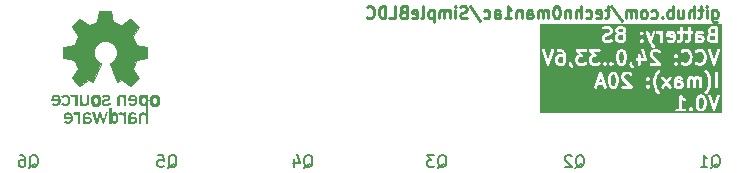
<source format=gbr>
%TF.GenerationSoftware,KiCad,Pcbnew,9.0.0*%
%TF.CreationDate,2025-05-24T01:38:51+03:00*%
%TF.ProjectId,Inverter,496e7665-7274-4657-922e-6b696361645f,rev?*%
%TF.SameCoordinates,Original*%
%TF.FileFunction,Legend,Bot*%
%TF.FilePolarity,Positive*%
%FSLAX46Y46*%
G04 Gerber Fmt 4.6, Leading zero omitted, Abs format (unit mm)*
G04 Created by KiCad (PCBNEW 9.0.0) date 2025-05-24 01:38:51*
%MOMM*%
%LPD*%
G01*
G04 APERTURE LIST*
%ADD10C,0.100000*%
%ADD11C,0.000000*%
%ADD12C,0.250000*%
%ADD13C,0.150000*%
G04 APERTURE END LIST*
D10*
X117100012Y-48773006D02*
X117176159Y-48819625D01*
X121127551Y-47449295D02*
X121127498Y-48344592D01*
X118032720Y-44354623D02*
X118034509Y-44354663D01*
X118036311Y-44354782D01*
X118038123Y-44354982D01*
X118039944Y-44355263D01*
X118041771Y-44355626D01*
X118043600Y-44356070D01*
X118045429Y-44356596D01*
X118047254Y-44357204D01*
X118049071Y-44357893D01*
X118050875Y-44358663D01*
X118052663Y-44359512D01*
X118054429Y-44360440D01*
X118056169Y-44361443D01*
X118057878Y-44362521D01*
X118059551Y-44363671D01*
X118061182Y-44364889D01*
X118062766Y-44366172D01*
X118063540Y-44366837D01*
X118064300Y-44367517D01*
X118065046Y-44368211D01*
X118065778Y-44368919D01*
X118066494Y-44369640D01*
X118067195Y-44370375D01*
X118067880Y-44371121D01*
X118068549Y-44371880D01*
X118069200Y-44372648D01*
X118069835Y-44373429D01*
X118070451Y-44374217D01*
X118071050Y-44375018D01*
X118071629Y-44375825D01*
X118072192Y-44376642D01*
X118072733Y-44377465D01*
X118073257Y-44378298D01*
X118073759Y-44379135D01*
X118074244Y-44379981D01*
X118074707Y-44380829D01*
X118075151Y-44381686D01*
X118075574Y-44382544D01*
X118075978Y-44383410D01*
X118076360Y-44384276D01*
X118076723Y-44385149D01*
X118077063Y-44386022D01*
X118077385Y-44386901D01*
X118077685Y-44387777D01*
X118077965Y-44388660D01*
X118078223Y-44389541D01*
X118078462Y-44390426D01*
X118078679Y-44391308D01*
X118078877Y-44392196D01*
X118079075Y-44393199D01*
X117137370Y-44354623D02*
X118032720Y-44354623D01*
X121550038Y-51946048D02*
X121358850Y-51944196D01*
X118652956Y-50410618D02*
X118651360Y-50411389D01*
X118649745Y-50412081D01*
X118648113Y-50412694D01*
X118646467Y-50413227D01*
X118644807Y-50413682D01*
X118643137Y-50414057D01*
X118641459Y-50414352D01*
X118639774Y-50414568D01*
X118638087Y-50414703D01*
X118636399Y-50414759D01*
X118634714Y-50414736D01*
X118633034Y-50414632D01*
X118631363Y-50414450D01*
X118629704Y-50414188D01*
X118628059Y-50413848D01*
X118626434Y-50413430D01*
X118624830Y-50412935D01*
X118623251Y-50412365D01*
X118622472Y-50412051D01*
X118621700Y-50411720D01*
X118620937Y-50411369D01*
X118620182Y-50411001D01*
X118619436Y-50410614D01*
X118618698Y-50410210D01*
X118617971Y-50409788D01*
X118617253Y-50409349D01*
X118616545Y-50408892D01*
X118615848Y-50408419D01*
X118615163Y-50407928D01*
X118614488Y-50407421D01*
X118613825Y-50406898D01*
X118613174Y-50406359D01*
X118612536Y-50405804D01*
X118611909Y-50405233D01*
X118611297Y-50404647D01*
X118610696Y-50404045D01*
X118610110Y-50403430D01*
X118609537Y-50402798D01*
X118608979Y-50402153D01*
X118608434Y-50401493D01*
X118607905Y-50400820D01*
X118607389Y-50400132D01*
X118606889Y-50399431D01*
X118606404Y-50398716D01*
X118605934Y-50397989D01*
X118605480Y-50397248D01*
X118605042Y-50396495D01*
X118604619Y-50395729D01*
X118604213Y-50394951D01*
X118603823Y-50394160D01*
X118603450Y-50393358D01*
X118603092Y-50392543D01*
X118602950Y-50392203D01*
X121461931Y-52309639D02*
X121459661Y-52307120D01*
X121457418Y-52304602D01*
X121455270Y-52302159D01*
X121453149Y-52299715D01*
X121451109Y-52297335D01*
X121449095Y-52294952D01*
X121447154Y-52292625D01*
X121445236Y-52290294D01*
X121443383Y-52288010D01*
X121441552Y-52285721D01*
X121439780Y-52283473D01*
X121438029Y-52281218D01*
X121436330Y-52278999D01*
X121434652Y-52276773D01*
X121433022Y-52274577D01*
X121431411Y-52272373D01*
X121429844Y-52270195D01*
X121428295Y-52268007D01*
X121426787Y-52265842D01*
X121425296Y-52263667D01*
X121423842Y-52261509D01*
X121422406Y-52259342D01*
X121421003Y-52257189D01*
X121419618Y-52255025D01*
X121418263Y-52252872D01*
X121416925Y-52250708D01*
X121415616Y-52248553D01*
X121414323Y-52246385D01*
X121413057Y-52244222D01*
X121411807Y-52242047D01*
X121410581Y-52239875D01*
X121409372Y-52237689D01*
X121408185Y-52235504D01*
X121407013Y-52233305D01*
X121405864Y-52231104D01*
X121404729Y-52228888D01*
X121403615Y-52226667D01*
X121402515Y-52224431D01*
X121401434Y-52222189D01*
X121400368Y-52219930D01*
X121399320Y-52217662D01*
X121398286Y-52215378D01*
X121397270Y-52213082D01*
X121396267Y-52210769D01*
X121395281Y-52208443D01*
X121394308Y-52206098D01*
X121393351Y-52203738D01*
X121392408Y-52201359D01*
X121391479Y-52198961D01*
X121390564Y-52196544D01*
X121389663Y-52194107D01*
X121388776Y-52191650D01*
X121387902Y-52189170D01*
X121387042Y-52186668D01*
X121385360Y-52181594D01*
X121383730Y-52176420D01*
X121382151Y-52171140D01*
X121380622Y-52165746D01*
X121379143Y-52160233D01*
X121377712Y-52154592D01*
X121376331Y-52148816D01*
X121374998Y-52142897D01*
X121373713Y-52136826D01*
X121372476Y-52130595D01*
X121371289Y-52124195D01*
X121370149Y-52117617D01*
X121369059Y-52110850D01*
X121368018Y-52103884D01*
X121367027Y-52096707D01*
X121366086Y-52089309D01*
X121365197Y-52081677D01*
X121364360Y-52073797D01*
X121363577Y-52065657D01*
X121362847Y-52057240D01*
X121362173Y-52048533D01*
X121361556Y-52039516D01*
X121360997Y-52030174D01*
X121360498Y-52020487D01*
X121360060Y-52010434D01*
X121359686Y-51999993D01*
X121359378Y-51989140D01*
X121359138Y-51977850D01*
X121358969Y-51966096D01*
X121358872Y-51953846D01*
X121358850Y-51944196D01*
X121596869Y-52170944D02*
X121598652Y-52173369D01*
X121600529Y-52175787D01*
X121602501Y-52178196D01*
X121604568Y-52180595D01*
X121606729Y-52182980D01*
X121608984Y-52185350D01*
X121611333Y-52187703D01*
X121613775Y-52190035D01*
X121616310Y-52192344D01*
X121618935Y-52194629D01*
X121621651Y-52196885D01*
X121624455Y-52199110D01*
X121627346Y-52201303D01*
X121630322Y-52203459D01*
X121633381Y-52205576D01*
X121636521Y-52207652D01*
X121639739Y-52209683D01*
X121643033Y-52211668D01*
X121646401Y-52213603D01*
X121649839Y-52215485D01*
X121653345Y-52217314D01*
X121655122Y-52218207D01*
X121656914Y-52219085D01*
X121658722Y-52219949D01*
X121660545Y-52220797D01*
X121662383Y-52221630D01*
X121664234Y-52222448D01*
X121666099Y-52223250D01*
X121667978Y-52224035D01*
X121669868Y-52224804D01*
X121671772Y-52225557D01*
X121673687Y-52226293D01*
X121675615Y-52227012D01*
X121677552Y-52227713D01*
X121679502Y-52228397D01*
X121681460Y-52229063D01*
X121683430Y-52229712D01*
X121685407Y-52230342D01*
X121687395Y-52230954D01*
X121689389Y-52231548D01*
X121691395Y-52232124D01*
X121693405Y-52232680D01*
X121695425Y-52233218D01*
X121697449Y-52233737D01*
X121699483Y-52234237D01*
X121701520Y-52234717D01*
X121703565Y-52235179D01*
X121705613Y-52235621D01*
X121707669Y-52236044D01*
X121709726Y-52236446D01*
X121711790Y-52236830D01*
X121713855Y-52237193D01*
X121715927Y-52237537D01*
X121717998Y-52237861D01*
X121720076Y-52238165D01*
X121722152Y-52238449D01*
X121724235Y-52238713D01*
X121726314Y-52238957D01*
X121728400Y-52239181D01*
X121730482Y-52239385D01*
X121732569Y-52239569D01*
X121734652Y-52239733D01*
X121736741Y-52239876D01*
X121738824Y-52239999D01*
X121740912Y-52240103D01*
X121742993Y-52240186D01*
X121745079Y-52240249D01*
X121747159Y-52240291D01*
X121749243Y-52240314D01*
X121750539Y-52240318D01*
X118957227Y-50248164D02*
X118652956Y-50410618D01*
X119905123Y-46507432D02*
X119904075Y-46509042D01*
X119903064Y-46510742D01*
X119902093Y-46512531D01*
X119901166Y-46514407D01*
X119900285Y-46516369D01*
X119899454Y-46518414D01*
X119898678Y-46520538D01*
X119897958Y-46522737D01*
X119897301Y-46525006D01*
X119896707Y-46527338D01*
X119896182Y-46529727D01*
X119895728Y-46532164D01*
X119895348Y-46534641D01*
X119895044Y-46537148D01*
X119894818Y-46539675D01*
X119894735Y-46540944D01*
X119894672Y-46542213D01*
X119894629Y-46543482D01*
X119894605Y-46544751D01*
X119894602Y-46546016D01*
X119894619Y-46547278D01*
X119894656Y-46548533D01*
X119894713Y-46549785D01*
X119894789Y-46551025D01*
X119894886Y-46552261D01*
X119895001Y-46553482D01*
X119895136Y-46554698D01*
X119895289Y-46555895D01*
X119895462Y-46557086D01*
X119895651Y-46558256D01*
X119895860Y-46559418D01*
X119896086Y-46560557D01*
X119896330Y-46561687D01*
X119896589Y-46562793D01*
X119896867Y-46563887D01*
X119897158Y-46564956D01*
X119897468Y-46566014D01*
X119897791Y-46567044D01*
X119898131Y-46568062D01*
X119898482Y-46569051D01*
X119898851Y-46570028D01*
X119899230Y-46570976D01*
X119899626Y-46571911D01*
X119900031Y-46572816D01*
X119900452Y-46573708D01*
X119900943Y-46574689D01*
D11*
G36*
X118034737Y-44354673D02*
G01*
X118036747Y-44354823D01*
X118038747Y-44355070D01*
X118040734Y-44355410D01*
X118042706Y-44355843D01*
X118044660Y-44356365D01*
X118046591Y-44356973D01*
X118048498Y-44357667D01*
X118050377Y-44358442D01*
X118052226Y-44359296D01*
X118055819Y-44361234D01*
X118059253Y-44363460D01*
X118062505Y-44365954D01*
X118065551Y-44368697D01*
X118068366Y-44371668D01*
X118070926Y-44374849D01*
X118072104Y-44376512D01*
X118073208Y-44378220D01*
X118074238Y-44379970D01*
X118075188Y-44381760D01*
X118076057Y-44383587D01*
X118076842Y-44385449D01*
X118077539Y-44387344D01*
X118078145Y-44389269D01*
X118078658Y-44391222D01*
X118079075Y-44393199D01*
X118246503Y-45292941D01*
X118247439Y-45296935D01*
X118248726Y-45300943D01*
X118250339Y-45304938D01*
X118252258Y-45308895D01*
X118254459Y-45312787D01*
X118256921Y-45316587D01*
X118259621Y-45320271D01*
X118262537Y-45323812D01*
X118265646Y-45327183D01*
X118268927Y-45330359D01*
X118272356Y-45333313D01*
X118275911Y-45336020D01*
X118279571Y-45338452D01*
X118283313Y-45340585D01*
X118287114Y-45342392D01*
X118290953Y-45343847D01*
X118894044Y-45590703D01*
X118897800Y-45592353D01*
X118901781Y-45593730D01*
X118905953Y-45594839D01*
X118910281Y-45595680D01*
X118914729Y-45596257D01*
X118919262Y-45596572D01*
X118923847Y-45596627D01*
X118928447Y-45596425D01*
X118933027Y-45595968D01*
X118937554Y-45595259D01*
X118941992Y-45594299D01*
X118946305Y-45593092D01*
X118950459Y-45591640D01*
X118954420Y-45589945D01*
X118958151Y-45588009D01*
X118961619Y-45585835D01*
X119713247Y-45070003D01*
X119714945Y-45068901D01*
X119716693Y-45067883D01*
X119718488Y-45066952D01*
X119720325Y-45066105D01*
X119722200Y-45065344D01*
X119724111Y-45064667D01*
X119728020Y-45063564D01*
X119732022Y-45062795D01*
X119736086Y-45062357D01*
X119740181Y-45062248D01*
X119744276Y-45062463D01*
X119748341Y-45063001D01*
X119752345Y-45063858D01*
X119756257Y-45065032D01*
X119760046Y-45066521D01*
X119763682Y-45068321D01*
X119765432Y-45069336D01*
X119767133Y-45070429D01*
X119768780Y-45071598D01*
X119770370Y-45072843D01*
X119771898Y-45074164D01*
X119773360Y-45075560D01*
X120406456Y-45708602D01*
X120407847Y-45710069D01*
X120409164Y-45711602D01*
X120410405Y-45713195D01*
X120411571Y-45714846D01*
X120412661Y-45716550D01*
X120413675Y-45718304D01*
X120414612Y-45720104D01*
X120415472Y-45721946D01*
X120416255Y-45723825D01*
X120416959Y-45725739D01*
X120418134Y-45729654D01*
X120418993Y-45733660D01*
X120419533Y-45737726D01*
X120419751Y-45741820D01*
X120419644Y-45745914D01*
X120419209Y-45749974D01*
X120418868Y-45751983D01*
X120418444Y-45753972D01*
X120417936Y-45755937D01*
X120417344Y-45757876D01*
X120416668Y-45759782D01*
X120415908Y-45761654D01*
X120415062Y-45763487D01*
X120414131Y-45765278D01*
X120413115Y-45767022D01*
X120412012Y-45768715D01*
X119905123Y-46507432D01*
X119902962Y-46510923D01*
X119901043Y-46514669D01*
X119899370Y-46518634D01*
X119897944Y-46522785D01*
X119896767Y-46527087D01*
X119895843Y-46531507D01*
X119895172Y-46536011D01*
X119894758Y-46540564D01*
X119894602Y-46545133D01*
X119894708Y-46549683D01*
X119895076Y-46554180D01*
X119895710Y-46558591D01*
X119896611Y-46562882D01*
X119897782Y-46567017D01*
X119899225Y-46570964D01*
X119900943Y-46574689D01*
X120167643Y-47196777D01*
X120168354Y-47198690D01*
X120169156Y-47200597D01*
X120171019Y-47204382D01*
X120173205Y-47208109D01*
X120175688Y-47211757D01*
X120178442Y-47215301D01*
X120181441Y-47218721D01*
X120184659Y-47221993D01*
X120188069Y-47225094D01*
X120191645Y-47228003D01*
X120195361Y-47230696D01*
X120199191Y-47233151D01*
X120203108Y-47235346D01*
X120207087Y-47237257D01*
X120211102Y-47238863D01*
X120215125Y-47240141D01*
X120217131Y-47240650D01*
X120219131Y-47241068D01*
X121088975Y-47402834D01*
X121090957Y-47403260D01*
X121092914Y-47403782D01*
X121094842Y-47404396D01*
X121096740Y-47405100D01*
X121098605Y-47405891D01*
X121100434Y-47406765D01*
X121102226Y-47407721D01*
X121103977Y-47408755D01*
X121105685Y-47409863D01*
X121107348Y-47411044D01*
X121108963Y-47412294D01*
X121110529Y-47413610D01*
X121112042Y-47414989D01*
X121113499Y-47416428D01*
X121114900Y-47417925D01*
X121116240Y-47419477D01*
X121117518Y-47421080D01*
X121118732Y-47422731D01*
X121119878Y-47424428D01*
X121120954Y-47426167D01*
X121121959Y-47427947D01*
X121122889Y-47429763D01*
X121123741Y-47431612D01*
X121124515Y-47433493D01*
X121125207Y-47435402D01*
X121125814Y-47437335D01*
X121126335Y-47439291D01*
X121126766Y-47441265D01*
X121127106Y-47443256D01*
X121127352Y-47445260D01*
X121127501Y-47447274D01*
X121127551Y-47449295D01*
X121127498Y-48344592D01*
X121127448Y-48346614D01*
X121127298Y-48348630D01*
X121127052Y-48350635D01*
X121126711Y-48352629D01*
X121126278Y-48354607D01*
X121125756Y-48356566D01*
X121125148Y-48358504D01*
X121124455Y-48360417D01*
X121122825Y-48364157D01*
X121120887Y-48367762D01*
X121118662Y-48371208D01*
X121116167Y-48374470D01*
X121113424Y-48377525D01*
X121110453Y-48380348D01*
X121107272Y-48382914D01*
X121105609Y-48384094D01*
X121103901Y-48385200D01*
X121102151Y-48386230D01*
X121100362Y-48387181D01*
X121098534Y-48388050D01*
X121096672Y-48388833D01*
X121094777Y-48389528D01*
X121092852Y-48390132D01*
X121090900Y-48390641D01*
X121088922Y-48391053D01*
X120240403Y-48548957D01*
X120238410Y-48549366D01*
X120236412Y-48549868D01*
X120232411Y-48551138D01*
X120228428Y-48552744D01*
X120224488Y-48554662D01*
X120220617Y-48556869D01*
X120216841Y-48559341D01*
X120213186Y-48562056D01*
X120209678Y-48564990D01*
X120206344Y-48568121D01*
X120203208Y-48571423D01*
X120200297Y-48574876D01*
X120197637Y-48578454D01*
X120195254Y-48582136D01*
X120193174Y-48585897D01*
X120191423Y-48589715D01*
X120190679Y-48591637D01*
X120190027Y-48593565D01*
X119925126Y-49255288D01*
X119923486Y-49259052D01*
X119922119Y-49263038D01*
X119921020Y-49267212D01*
X119920189Y-49271539D01*
X119919622Y-49275985D01*
X119919317Y-49280515D01*
X119919271Y-49285095D01*
X119919483Y-49289691D01*
X119919950Y-49294267D01*
X119920670Y-49298789D01*
X119921639Y-49303223D01*
X119922856Y-49307534D01*
X119924318Y-49311688D01*
X119926024Y-49315651D01*
X119927969Y-49319387D01*
X119930153Y-49322863D01*
X120412118Y-50025226D01*
X120413216Y-50026919D01*
X120414228Y-50028664D01*
X120415156Y-50030455D01*
X120415998Y-50032289D01*
X120416756Y-50034162D01*
X120417430Y-50036070D01*
X120418527Y-50039977D01*
X120419292Y-50043979D01*
X120419726Y-50048044D01*
X120419835Y-50052142D01*
X120419619Y-50056242D01*
X120419081Y-50060312D01*
X120418226Y-50064323D01*
X120417055Y-50068242D01*
X120415571Y-50072040D01*
X120413776Y-50075684D01*
X120412764Y-50077440D01*
X120411675Y-50079145D01*
X120410510Y-50080797D01*
X120409269Y-50082391D01*
X120407953Y-50083924D01*
X120406562Y-50085392D01*
X119773414Y-50718434D01*
X119771951Y-50719821D01*
X119770423Y-50721132D01*
X119768833Y-50722369D01*
X119767186Y-50723530D01*
X119765486Y-50724616D01*
X119763735Y-50725625D01*
X119761938Y-50726558D01*
X119760099Y-50727413D01*
X119758222Y-50728192D01*
X119756310Y-50728893D01*
X119752398Y-50730061D01*
X119748394Y-50730915D01*
X119744329Y-50731452D01*
X119740234Y-50731668D01*
X119736139Y-50731562D01*
X119732075Y-50731130D01*
X119730064Y-50730791D01*
X119728073Y-50730370D01*
X119726105Y-50729866D01*
X119724164Y-50729279D01*
X119722254Y-50728608D01*
X119720378Y-50727854D01*
X119718541Y-50727015D01*
X119716747Y-50726092D01*
X119714998Y-50725084D01*
X119713300Y-50723991D01*
X119023373Y-50250439D01*
X119019904Y-50248289D01*
X119016187Y-50246402D01*
X119012258Y-50244780D01*
X119008148Y-50243424D01*
X119003894Y-50242333D01*
X118999528Y-50241511D01*
X118995084Y-50240956D01*
X118990597Y-50240670D01*
X118986101Y-50240653D01*
X118981630Y-50240908D01*
X118977217Y-50241433D01*
X118972898Y-50242231D01*
X118968705Y-50243303D01*
X118964672Y-50244648D01*
X118960835Y-50246268D01*
X118957227Y-50248164D01*
X118652956Y-50410618D01*
X118651141Y-50411488D01*
X118649311Y-50412253D01*
X118647468Y-50412913D01*
X118645616Y-50413471D01*
X118643757Y-50413927D01*
X118641896Y-50414283D01*
X118640035Y-50414540D01*
X118638177Y-50414698D01*
X118636327Y-50414760D01*
X118634485Y-50414727D01*
X118632658Y-50414598D01*
X118630846Y-50414377D01*
X118629053Y-50414063D01*
X118627284Y-50413659D01*
X118625540Y-50413165D01*
X118623825Y-50412583D01*
X118622143Y-50411913D01*
X118620496Y-50411157D01*
X118618887Y-50410316D01*
X118617321Y-50409392D01*
X118615799Y-50408385D01*
X118614326Y-50407297D01*
X118612904Y-50406128D01*
X118611537Y-50404881D01*
X118610228Y-50403556D01*
X118608979Y-50402154D01*
X118607795Y-50400677D01*
X118606678Y-50399126D01*
X118605632Y-50397502D01*
X118604660Y-50395806D01*
X118603765Y-50394039D01*
X118602950Y-50392203D01*
X117975570Y-48876299D01*
X117974840Y-48874413D01*
X117974205Y-48872499D01*
X117973666Y-48870559D01*
X117973221Y-48868598D01*
X117972868Y-48866620D01*
X117972606Y-48864627D01*
X117972353Y-48860612D01*
X117972451Y-48856585D01*
X117972890Y-48852572D01*
X117973662Y-48848603D01*
X117974756Y-48844708D01*
X117976164Y-48840914D01*
X117977875Y-48837250D01*
X117979881Y-48833746D01*
X117982171Y-48830430D01*
X117984735Y-48827331D01*
X117986118Y-48825872D01*
X117987566Y-48824478D01*
X117989078Y-48823153D01*
X117990652Y-48821900D01*
X117992288Y-48820723D01*
X117993985Y-48819625D01*
X118070132Y-48773006D01*
X118075628Y-48769515D01*
X118081489Y-48765531D01*
X118087605Y-48761140D01*
X118093872Y-48756429D01*
X118100180Y-48751486D01*
X118106424Y-48746395D01*
X118112495Y-48741245D01*
X118118287Y-48736123D01*
X118168686Y-48701620D01*
X118216787Y-48664157D01*
X118262458Y-48623867D01*
X118305568Y-48580879D01*
X118345985Y-48535323D01*
X118383577Y-48487331D01*
X118418214Y-48437032D01*
X118449763Y-48384558D01*
X118478093Y-48330038D01*
X118491010Y-48302053D01*
X118503073Y-48273604D01*
X118514265Y-48244710D01*
X118524570Y-48215386D01*
X118533972Y-48185649D01*
X118542454Y-48155515D01*
X118550000Y-48125000D01*
X118556593Y-48094120D01*
X118562217Y-48062892D01*
X118566855Y-48031333D01*
X118570491Y-47999458D01*
X118573108Y-47967284D01*
X118574691Y-47934827D01*
X118575222Y-47902103D01*
X118573934Y-47851151D01*
X118570110Y-47800867D01*
X118563813Y-47751315D01*
X118555105Y-47702556D01*
X118544048Y-47654652D01*
X118530704Y-47607667D01*
X118515137Y-47561661D01*
X118497407Y-47516698D01*
X118477578Y-47472839D01*
X118455711Y-47430147D01*
X118431869Y-47388684D01*
X118406113Y-47348511D01*
X118378507Y-47309692D01*
X118349112Y-47272288D01*
X118317991Y-47236362D01*
X118285206Y-47201976D01*
X118250818Y-47169192D01*
X118214891Y-47138072D01*
X118177487Y-47108679D01*
X118138667Y-47081074D01*
X118098495Y-47055321D01*
X118057031Y-47031480D01*
X118014340Y-47009615D01*
X117970481Y-46989787D01*
X117925519Y-46972059D01*
X117879515Y-46956493D01*
X117832532Y-46943151D01*
X117784631Y-46932095D01*
X117735875Y-46923388D01*
X117686326Y-46917091D01*
X117636046Y-46913268D01*
X117585098Y-46911980D01*
X117534151Y-46913268D01*
X117483872Y-46917091D01*
X117434323Y-46923388D01*
X117385568Y-46932095D01*
X117337669Y-46943151D01*
X117290687Y-46956493D01*
X117244684Y-46972059D01*
X117199724Y-46989787D01*
X117155868Y-47009615D01*
X117113178Y-47031480D01*
X117071717Y-47055321D01*
X117031546Y-47081074D01*
X116992729Y-47108679D01*
X116955327Y-47138072D01*
X116919402Y-47169192D01*
X116885018Y-47201976D01*
X116852235Y-47236362D01*
X116821116Y-47272288D01*
X116791724Y-47309692D01*
X116764120Y-47348511D01*
X116738367Y-47388684D01*
X116714526Y-47430147D01*
X116692662Y-47472839D01*
X116672834Y-47516698D01*
X116655106Y-47561661D01*
X116639540Y-47607667D01*
X116626198Y-47654652D01*
X116615143Y-47702556D01*
X116606436Y-47751315D01*
X116600139Y-47800867D01*
X116596316Y-47851151D01*
X116595028Y-47902103D01*
X116597141Y-47967284D01*
X116603393Y-48031333D01*
X116613652Y-48094120D01*
X116627788Y-48155515D01*
X116645669Y-48215386D01*
X116667163Y-48273604D01*
X116692139Y-48330038D01*
X116720467Y-48384558D01*
X116752014Y-48437032D01*
X116786649Y-48487331D01*
X116824241Y-48535323D01*
X116864660Y-48580878D01*
X116907772Y-48623867D01*
X116953448Y-48664157D01*
X117001555Y-48701620D01*
X117051963Y-48736123D01*
X117057722Y-48741245D01*
X117063772Y-48746395D01*
X117070003Y-48751486D01*
X117076305Y-48756430D01*
X117082567Y-48761141D01*
X117088679Y-48765531D01*
X117094531Y-48769515D01*
X117100012Y-48773006D01*
X117176159Y-48819625D01*
X117177846Y-48820723D01*
X117179473Y-48821900D01*
X117181040Y-48823153D01*
X117182545Y-48824478D01*
X117183987Y-48825872D01*
X117185364Y-48827331D01*
X117186676Y-48828852D01*
X117187921Y-48830430D01*
X117189098Y-48832063D01*
X117190206Y-48833746D01*
X117191243Y-48835476D01*
X117192208Y-48837250D01*
X117193100Y-48839064D01*
X117193919Y-48840914D01*
X117194662Y-48842796D01*
X117195328Y-48844708D01*
X117195916Y-48846645D01*
X117196426Y-48848603D01*
X117196855Y-48850580D01*
X117197202Y-48852572D01*
X117197467Y-48854575D01*
X117197648Y-48856585D01*
X117197744Y-48858598D01*
X117197754Y-48860612D01*
X117197676Y-48862623D01*
X117197509Y-48864627D01*
X117197252Y-48866620D01*
X117196903Y-48868598D01*
X117196463Y-48870559D01*
X117195928Y-48872499D01*
X117195299Y-48874413D01*
X117194574Y-48876299D01*
X116567246Y-50392256D01*
X116566431Y-50394092D01*
X116565537Y-50395858D01*
X116564565Y-50397553D01*
X116563520Y-50399176D01*
X116562404Y-50400726D01*
X116561221Y-50402202D01*
X116559974Y-50403602D01*
X116558666Y-50404926D01*
X116557301Y-50406172D01*
X116555881Y-50407338D01*
X116554409Y-50408425D01*
X116552889Y-50409430D01*
X116551324Y-50410353D01*
X116549717Y-50411192D01*
X116548072Y-50411947D01*
X116546391Y-50412615D01*
X116544677Y-50413197D01*
X116542934Y-50413690D01*
X116541165Y-50414093D01*
X116539374Y-50414406D01*
X116537562Y-50414627D01*
X116535734Y-50414756D01*
X116533893Y-50414790D01*
X116532041Y-50414729D01*
X116530182Y-50414571D01*
X116528320Y-50414316D01*
X116526457Y-50413962D01*
X116524596Y-50413508D01*
X116522740Y-50412953D01*
X116520894Y-50412296D01*
X116519060Y-50411536D01*
X116517240Y-50410670D01*
X116212969Y-50248217D01*
X116209352Y-50246320D01*
X116205509Y-50244698D01*
X116201472Y-50243351D01*
X116197276Y-50242277D01*
X116192955Y-50241475D01*
X116188543Y-50240946D01*
X116184073Y-50240689D01*
X116179579Y-50240702D01*
X116175095Y-50240986D01*
X116170655Y-50241540D01*
X116166292Y-50242362D01*
X116162040Y-50243454D01*
X116157934Y-50244813D01*
X116154007Y-50246439D01*
X116150292Y-50248333D01*
X116146824Y-50250492D01*
X115456843Y-50724043D01*
X115455149Y-50725136D01*
X115453405Y-50726144D01*
X115451614Y-50727067D01*
X115449780Y-50727906D01*
X115447907Y-50728661D01*
X115445999Y-50729331D01*
X115442093Y-50730423D01*
X115438093Y-50731183D01*
X115434031Y-50731614D01*
X115429936Y-50731721D01*
X115425841Y-50731504D01*
X115421776Y-50730968D01*
X115417772Y-50730114D01*
X115413861Y-50728946D01*
X115410074Y-50727466D01*
X115406441Y-50725677D01*
X115404693Y-50724668D01*
X115402995Y-50723583D01*
X115401351Y-50722421D01*
X115399765Y-50721185D01*
X115398241Y-50719873D01*
X115396783Y-50718486D01*
X114763635Y-50085445D01*
X114762238Y-50083977D01*
X114760918Y-50082444D01*
X114759673Y-50080850D01*
X114758504Y-50079198D01*
X114757411Y-50077492D01*
X114756396Y-50075737D01*
X114755457Y-50073936D01*
X114754596Y-50072092D01*
X114753813Y-50070211D01*
X114753108Y-50068295D01*
X114751933Y-50064375D01*
X114751076Y-50060365D01*
X114750538Y-50056294D01*
X114750323Y-50052194D01*
X114750433Y-50048096D01*
X114750871Y-50044031D01*
X114751214Y-50042021D01*
X114751640Y-50040030D01*
X114752149Y-50038062D01*
X114752742Y-50036123D01*
X114753419Y-50034214D01*
X114754181Y-50032341D01*
X114755027Y-50030507D01*
X114755959Y-50028716D01*
X114756976Y-50026972D01*
X114758079Y-50025278D01*
X115240096Y-49322915D01*
X115242262Y-49319440D01*
X115244193Y-49315703D01*
X115245886Y-49311741D01*
X115247340Y-49307587D01*
X115248551Y-49303275D01*
X115249516Y-49298841D01*
X115250233Y-49294319D01*
X115250699Y-49289743D01*
X115250912Y-49285148D01*
X115250868Y-49280568D01*
X115250565Y-49276038D01*
X115250001Y-49271592D01*
X115249171Y-49267265D01*
X115248075Y-49263091D01*
X115246709Y-49259104D01*
X115245070Y-49255341D01*
X114980170Y-48593618D01*
X114979513Y-48591690D01*
X114978766Y-48589767D01*
X114977011Y-48585950D01*
X114974932Y-48582189D01*
X114972552Y-48578507D01*
X114969899Y-48574929D01*
X114966996Y-48571476D01*
X114963869Y-48568173D01*
X114960544Y-48565043D01*
X114957046Y-48562109D01*
X114953401Y-48559394D01*
X114949633Y-48556921D01*
X114945768Y-48554714D01*
X114941831Y-48552796D01*
X114937849Y-48551191D01*
X114935848Y-48550512D01*
X114933845Y-48549920D01*
X114931843Y-48549418D01*
X114929845Y-48549009D01*
X114081326Y-48391106D01*
X114079353Y-48390694D01*
X114077405Y-48390184D01*
X114075484Y-48389581D01*
X114073592Y-48388886D01*
X114071732Y-48388102D01*
X114069907Y-48387234D01*
X114068118Y-48386283D01*
X114066369Y-48385253D01*
X114064663Y-48384146D01*
X114063000Y-48382967D01*
X114061385Y-48381717D01*
X114059819Y-48380400D01*
X114058305Y-48379020D01*
X114056846Y-48377578D01*
X114055444Y-48376078D01*
X114054101Y-48374523D01*
X114052820Y-48372916D01*
X114051604Y-48371261D01*
X114050455Y-48369559D01*
X114049375Y-48367815D01*
X114048368Y-48366030D01*
X114047434Y-48364210D01*
X114046578Y-48362355D01*
X114045802Y-48360469D01*
X114045107Y-48358556D01*
X114044497Y-48356619D01*
X114043974Y-48354659D01*
X114043540Y-48352682D01*
X114043198Y-48350688D01*
X114042951Y-48348682D01*
X114042801Y-48346667D01*
X114042751Y-48344645D01*
X114042645Y-47449348D01*
X114042690Y-47447322D01*
X114042835Y-47445303D01*
X114043078Y-47443295D01*
X114043414Y-47441300D01*
X114043843Y-47439322D01*
X114044361Y-47437363D01*
X114044967Y-47435427D01*
X114045657Y-47433515D01*
X114046429Y-47431632D01*
X114047281Y-47429780D01*
X114049213Y-47426180D01*
X114051433Y-47422740D01*
X114053923Y-47419483D01*
X114056661Y-47416433D01*
X114059627Y-47413612D01*
X114062803Y-47411045D01*
X114066167Y-47408755D01*
X114067914Y-47407722D01*
X114069700Y-47406766D01*
X114071524Y-47405891D01*
X114073383Y-47405100D01*
X114075274Y-47404396D01*
X114077194Y-47403782D01*
X114079142Y-47403260D01*
X114081115Y-47402834D01*
X114951012Y-47241068D01*
X114955000Y-47240141D01*
X114959008Y-47238863D01*
X114963011Y-47237257D01*
X114966982Y-47235346D01*
X114970894Y-47233151D01*
X114974721Y-47230696D01*
X114978436Y-47228003D01*
X114982014Y-47225094D01*
X114985428Y-47221993D01*
X114988650Y-47218721D01*
X114991656Y-47215301D01*
X114994418Y-47211757D01*
X114996909Y-47208109D01*
X114999105Y-47204382D01*
X115000977Y-47200597D01*
X115002500Y-47196777D01*
X115269148Y-46574689D01*
X115270874Y-46570964D01*
X115272326Y-46567017D01*
X115273503Y-46562882D01*
X115274410Y-46558591D01*
X115275047Y-46554180D01*
X115275417Y-46549683D01*
X115275522Y-46545133D01*
X115275365Y-46540564D01*
X115274948Y-46536011D01*
X115274272Y-46531507D01*
X115273340Y-46527087D01*
X115272154Y-46522785D01*
X115270716Y-46518634D01*
X115269029Y-46514669D01*
X115267094Y-46510923D01*
X115264914Y-46507432D01*
X114758078Y-45768715D01*
X114756984Y-45767022D01*
X114755975Y-45765278D01*
X114755051Y-45763487D01*
X114754210Y-45761654D01*
X114753453Y-45759782D01*
X114752780Y-45757876D01*
X114751683Y-45753972D01*
X114750916Y-45749974D01*
X114750478Y-45745914D01*
X114750366Y-45741820D01*
X114750577Y-45737726D01*
X114751109Y-45733660D01*
X114751960Y-45729654D01*
X114753128Y-45725739D01*
X114754610Y-45721946D01*
X114756404Y-45718304D01*
X114757417Y-45716550D01*
X114758507Y-45714846D01*
X114759674Y-45713195D01*
X114760918Y-45711602D01*
X114762238Y-45710069D01*
X114763634Y-45708602D01*
X115396676Y-45075560D01*
X115398143Y-45074163D01*
X115399675Y-45072843D01*
X115401268Y-45071598D01*
X115402918Y-45070429D01*
X115404621Y-45069336D01*
X115406374Y-45068321D01*
X115408172Y-45067382D01*
X115410012Y-45066521D01*
X115411890Y-45065737D01*
X115413801Y-45065032D01*
X115417712Y-45063858D01*
X115421713Y-45063001D01*
X115425774Y-45062463D01*
X115429864Y-45062247D01*
X115433952Y-45062357D01*
X115438008Y-45062795D01*
X115440015Y-45063138D01*
X115442002Y-45063564D01*
X115443966Y-45064073D01*
X115445902Y-45064666D01*
X115447808Y-45065344D01*
X115449678Y-45066105D01*
X115451511Y-45066952D01*
X115453300Y-45067883D01*
X115455044Y-45068900D01*
X115456737Y-45070003D01*
X116208418Y-45585835D01*
X116211895Y-45588009D01*
X116215634Y-45589944D01*
X116219601Y-45591640D01*
X116223761Y-45593092D01*
X116228079Y-45594299D01*
X116232520Y-45595259D01*
X116237048Y-45595968D01*
X116241630Y-45596425D01*
X116246229Y-45596627D01*
X116250812Y-45596572D01*
X116255342Y-45596257D01*
X116259786Y-45595680D01*
X116264108Y-45594839D01*
X116268273Y-45593730D01*
X116272246Y-45592353D01*
X116275992Y-45590703D01*
X116879030Y-45343847D01*
X116880948Y-45343165D01*
X116882860Y-45342392D01*
X116884763Y-45341531D01*
X116886655Y-45340585D01*
X116890392Y-45338452D01*
X116894050Y-45336020D01*
X116897604Y-45333313D01*
X116901034Y-45330359D01*
X116904315Y-45327183D01*
X116907427Y-45323812D01*
X116910345Y-45320271D01*
X116913048Y-45316587D01*
X116915514Y-45312787D01*
X116917718Y-45308895D01*
X116919640Y-45304938D01*
X116921256Y-45300943D01*
X116922543Y-45296935D01*
X116923057Y-45294935D01*
X116923480Y-45292941D01*
X117090962Y-44393199D01*
X117091378Y-44391222D01*
X117091891Y-44389269D01*
X117092498Y-44387344D01*
X117093195Y-44385449D01*
X117093979Y-44383587D01*
X117094849Y-44381760D01*
X117095800Y-44379970D01*
X117096829Y-44378220D01*
X117097934Y-44376512D01*
X117099112Y-44374849D01*
X117100360Y-44373234D01*
X117101674Y-44371668D01*
X117103052Y-44370155D01*
X117104490Y-44368697D01*
X117105987Y-44367295D01*
X117107538Y-44365954D01*
X117109141Y-44364674D01*
X117110793Y-44363460D01*
X117112490Y-44362312D01*
X117114231Y-44361234D01*
X117116011Y-44360228D01*
X117117828Y-44359296D01*
X117119679Y-44358442D01*
X117121561Y-44357667D01*
X117123471Y-44356973D01*
X117125406Y-44356365D01*
X117127362Y-44355843D01*
X117129338Y-44355410D01*
X117131329Y-44355070D01*
X117133334Y-44354823D01*
X117135348Y-44354673D01*
X117137370Y-44354623D01*
X118032720Y-44354623D01*
X118034737Y-44354673D01*
G37*
D10*
X120817142Y-52240317D02*
X120814593Y-52240307D01*
X120812067Y-52240277D01*
X120809574Y-52240228D01*
X120807103Y-52240159D01*
X120804665Y-52240071D01*
X120802249Y-52239963D01*
X120799864Y-52239838D01*
X120797501Y-52239693D01*
X120795169Y-52239530D01*
X120792858Y-52239349D01*
X120790577Y-52239150D01*
X120788316Y-52238932D01*
X120786085Y-52238698D01*
X120783874Y-52238445D01*
X120781692Y-52238176D01*
X120779529Y-52237889D01*
X120777394Y-52237585D01*
X120775279Y-52237265D01*
X120773190Y-52236928D01*
X120771121Y-52236574D01*
X120769078Y-52236204D01*
X120767053Y-52235817D01*
X120765054Y-52235415D01*
X120763074Y-52234996D01*
X120761118Y-52234562D01*
X120759180Y-52234111D01*
X120757266Y-52233646D01*
X120755371Y-52233164D01*
X120753497Y-52232668D01*
X120751643Y-52232156D01*
X120749809Y-52231629D01*
X120747994Y-52231086D01*
X120746200Y-52230529D01*
X120744424Y-52229957D01*
X120742668Y-52229370D01*
X120740929Y-52228768D01*
X120739210Y-52228151D01*
X120737508Y-52227520D01*
X120735826Y-52226874D01*
X120734160Y-52226214D01*
X120732512Y-52225539D01*
X120730881Y-52224850D01*
X120729268Y-52224146D01*
X120727672Y-52223428D01*
X120726092Y-52222695D01*
X120724529Y-52221949D01*
X120722982Y-52221187D01*
X120721451Y-52220412D01*
X120719936Y-52219622D01*
X120718437Y-52218819D01*
X120716953Y-52218000D01*
X120715485Y-52217168D01*
X120714031Y-52216320D01*
X120712593Y-52215460D01*
X120709761Y-52213694D01*
X120706987Y-52211870D01*
X120704269Y-52209989D01*
X120701606Y-52208049D01*
X120698997Y-52206049D01*
X120696441Y-52203990D01*
X120693937Y-52201870D01*
X120691484Y-52199689D01*
X120689080Y-52197445D01*
X120686725Y-52195138D01*
X120684419Y-52192767D01*
X120682160Y-52190330D01*
X120679947Y-52187826D01*
X120677781Y-52185254D01*
X120675660Y-52182612D01*
X120673584Y-52179899D01*
X120671552Y-52177112D01*
X120669564Y-52174251D01*
X120667620Y-52171313D01*
X120665720Y-52168296D01*
X120663863Y-52165198D01*
X120662048Y-52162018D01*
X120660277Y-52158751D01*
X120658549Y-52155397D01*
X120656864Y-52151952D01*
X120655222Y-52148414D01*
X120653624Y-52144780D01*
X120652068Y-52141046D01*
X120650556Y-52137209D01*
X120649088Y-52133267D01*
X120647665Y-52129215D01*
X120646285Y-52125049D01*
X120644951Y-52120765D01*
X120643662Y-52116360D01*
X120642419Y-52111827D01*
X120641222Y-52107162D01*
X120640072Y-52102359D01*
X120638969Y-52097413D01*
X120637914Y-52092317D01*
X120636908Y-52087063D01*
X120635950Y-52081643D01*
X120635043Y-52076049D01*
X120634186Y-52070270D01*
X120633381Y-52064297D01*
X120632627Y-52058114D01*
X120631925Y-52051709D01*
X120631277Y-52045063D01*
X120630683Y-52038156D01*
X120630144Y-52030964D01*
X120629660Y-52023457D01*
X120629232Y-52015598D01*
X120628860Y-52007338D01*
X120628546Y-51998615D01*
X120628290Y-51989343D01*
X120628093Y-51979394D01*
X120627955Y-51968574D01*
X120627877Y-51956547D01*
X120627859Y-51946047D01*
D11*
G36*
X116860669Y-53636100D02*
G01*
X116864532Y-53636100D01*
X117080008Y-52970832D01*
X117218703Y-52970832D01*
X117434179Y-53636100D01*
X117437936Y-53636100D01*
X117619758Y-52970832D01*
X117822112Y-52970832D01*
X117518529Y-53920951D01*
X117349883Y-53920951D01*
X117151234Y-53255629D01*
X117147477Y-53255629D01*
X116948828Y-53920951D01*
X116780077Y-53920951D01*
X116476547Y-52970832D01*
X116679006Y-52970832D01*
X116860669Y-53636100D01*
G37*
D10*
X116517240Y-50410670D02*
X116212969Y-50248217D01*
D11*
G36*
X120302845Y-53641710D02*
G01*
X120302483Y-53657056D01*
X120301404Y-53672154D01*
X120299613Y-53686991D01*
X120297117Y-53701549D01*
X120293923Y-53715814D01*
X120290036Y-53729769D01*
X120285464Y-53743399D01*
X120280213Y-53756687D01*
X120274289Y-53769619D01*
X120267700Y-53782178D01*
X120260450Y-53794348D01*
X120252548Y-53806114D01*
X120244000Y-53817460D01*
X120234811Y-53828370D01*
X120224989Y-53838828D01*
X120214540Y-53848819D01*
X120203471Y-53858327D01*
X120191787Y-53867336D01*
X120179497Y-53875830D01*
X120166605Y-53883793D01*
X120153119Y-53891210D01*
X120139045Y-53898065D01*
X120124390Y-53904342D01*
X120109160Y-53910025D01*
X120093361Y-53915098D01*
X120077001Y-53919547D01*
X120060086Y-53923354D01*
X120042621Y-53926505D01*
X120024615Y-53928982D01*
X120006072Y-53930772D01*
X119987000Y-53931857D01*
X119967406Y-53932222D01*
X119943894Y-53931870D01*
X119921821Y-53930807D01*
X119901132Y-53929026D01*
X119881771Y-53926517D01*
X119863684Y-53923272D01*
X119846817Y-53919283D01*
X119831114Y-53914541D01*
X119816521Y-53909039D01*
X119802982Y-53902766D01*
X119790444Y-53895716D01*
X119778850Y-53887879D01*
X119768147Y-53879247D01*
X119758280Y-53869812D01*
X119749194Y-53859565D01*
X119740833Y-53848498D01*
X119733144Y-53836602D01*
X119729387Y-53836602D01*
X119729387Y-53920951D01*
X119538199Y-53920951D01*
X119538199Y-53517937D01*
X119729387Y-53517937D01*
X119729387Y-53587310D01*
X119729548Y-53600815D01*
X119730036Y-53613571D01*
X119730861Y-53625600D01*
X119732033Y-53636923D01*
X119733560Y-53647560D01*
X119735452Y-53657532D01*
X119737718Y-53666862D01*
X119740367Y-53675568D01*
X119743409Y-53683673D01*
X119746852Y-53691198D01*
X119750707Y-53698162D01*
X119754982Y-53704588D01*
X119759686Y-53710497D01*
X119764829Y-53715908D01*
X119770421Y-53720844D01*
X119776469Y-53725324D01*
X119782985Y-53729371D01*
X119789976Y-53733005D01*
X119797453Y-53736247D01*
X119805424Y-53739117D01*
X119813898Y-53741638D01*
X119822886Y-53743829D01*
X119832395Y-53745713D01*
X119842437Y-53747309D01*
X119864151Y-53749723D01*
X119888102Y-53751240D01*
X119914364Y-53752027D01*
X119943011Y-53752253D01*
X119966345Y-53751605D01*
X119987876Y-53749711D01*
X120007644Y-53746642D01*
X120025692Y-53742469D01*
X120034083Y-53739991D01*
X120042060Y-53737263D01*
X120049626Y-53734296D01*
X120056789Y-53731097D01*
X120063551Y-53727677D01*
X120069920Y-53724042D01*
X120075899Y-53720204D01*
X120081494Y-53716170D01*
X120086711Y-53711949D01*
X120091553Y-53707551D01*
X120096027Y-53702985D01*
X120100138Y-53698258D01*
X120103890Y-53693381D01*
X120107289Y-53688362D01*
X120110340Y-53683210D01*
X120113047Y-53677935D01*
X120117455Y-53667048D01*
X120120552Y-53655772D01*
X120122381Y-53644180D01*
X120122981Y-53632343D01*
X120122827Y-53625911D01*
X120122364Y-53619626D01*
X120121591Y-53613490D01*
X120120506Y-53607509D01*
X120119108Y-53601686D01*
X120117395Y-53596024D01*
X120115367Y-53590527D01*
X120113021Y-53585200D01*
X120110357Y-53580045D01*
X120107373Y-53575068D01*
X120104067Y-53570270D01*
X120100439Y-53565658D01*
X120096487Y-53561233D01*
X120092209Y-53557000D01*
X120087604Y-53552962D01*
X120082672Y-53549125D01*
X120077409Y-53545490D01*
X120071816Y-53542063D01*
X120065890Y-53538846D01*
X120059631Y-53535844D01*
X120053036Y-53533060D01*
X120046105Y-53530499D01*
X120038837Y-53528163D01*
X120031228Y-53526057D01*
X120023280Y-53524185D01*
X120014989Y-53522550D01*
X120006355Y-53521156D01*
X119997377Y-53520008D01*
X119988052Y-53519107D01*
X119978379Y-53518460D01*
X119968358Y-53518068D01*
X119957987Y-53517937D01*
X119729387Y-53517937D01*
X119538199Y-53517937D01*
X119538199Y-53272510D01*
X119538669Y-53251006D01*
X119540066Y-53230399D01*
X119542376Y-53210675D01*
X119545583Y-53191820D01*
X119549668Y-53173819D01*
X119554618Y-53156659D01*
X119560416Y-53140326D01*
X119567044Y-53124805D01*
X119574489Y-53110083D01*
X119582732Y-53096145D01*
X119591759Y-53082978D01*
X119601552Y-53070567D01*
X119612097Y-53058899D01*
X119623376Y-53047959D01*
X119635374Y-53037733D01*
X119648074Y-53028207D01*
X119661460Y-53019368D01*
X119675517Y-53011200D01*
X119690228Y-53003691D01*
X119705576Y-52996826D01*
X119721547Y-52990590D01*
X119738123Y-52984971D01*
X119755289Y-52979953D01*
X119773028Y-52975523D01*
X119791324Y-52971667D01*
X119810161Y-52968371D01*
X119849395Y-52963402D01*
X119890599Y-52960502D01*
X119933645Y-52959561D01*
X119959917Y-52960006D01*
X119985317Y-52961366D01*
X120009855Y-52963681D01*
X120033538Y-52966989D01*
X120056375Y-52971329D01*
X120078374Y-52976739D01*
X120099544Y-52983259D01*
X120119892Y-52990927D01*
X120139427Y-52999782D01*
X120158158Y-53009863D01*
X120176092Y-53021208D01*
X120193239Y-53033856D01*
X120209605Y-53047846D01*
X120225200Y-53063217D01*
X120240032Y-53080007D01*
X120254108Y-53098256D01*
X120104196Y-53212556D01*
X120100996Y-53207565D01*
X120097711Y-53202778D01*
X120094336Y-53198194D01*
X120090861Y-53193808D01*
X120087280Y-53189619D01*
X120083586Y-53185622D01*
X120079772Y-53181814D01*
X120075831Y-53178194D01*
X120071754Y-53174757D01*
X120067536Y-53171501D01*
X120063169Y-53168422D01*
X120058645Y-53165518D01*
X120053958Y-53162785D01*
X120049100Y-53160220D01*
X120044064Y-53157821D01*
X120038844Y-53155584D01*
X120033431Y-53153507D01*
X120027818Y-53151585D01*
X120021999Y-53149817D01*
X120015966Y-53148198D01*
X120009713Y-53146727D01*
X120003231Y-53145400D01*
X119996513Y-53144213D01*
X119989553Y-53143165D01*
X119974877Y-53141469D01*
X119959144Y-53140287D01*
X119942297Y-53139597D01*
X119924279Y-53139372D01*
X119899548Y-53139753D01*
X119876631Y-53140921D01*
X119855498Y-53142914D01*
X119836119Y-53145771D01*
X119818463Y-53149529D01*
X119802501Y-53154226D01*
X119788202Y-53159901D01*
X119781667Y-53163117D01*
X119775537Y-53166591D01*
X119769807Y-53170329D01*
X119764474Y-53174335D01*
X119759534Y-53178614D01*
X119754984Y-53183171D01*
X119750820Y-53188010D01*
X119747037Y-53193136D01*
X119743633Y-53198554D01*
X119740603Y-53204269D01*
X119737943Y-53210285D01*
X119735650Y-53216608D01*
X119733721Y-53223241D01*
X119732151Y-53230190D01*
X119730936Y-53237460D01*
X119730073Y-53245055D01*
X119729387Y-53261239D01*
X119729387Y-53360563D01*
X119993653Y-53360563D01*
X120012511Y-53360939D01*
X120030786Y-53362053D01*
X120048477Y-53363887D01*
X120065583Y-53366419D01*
X120082103Y-53369631D01*
X120098035Y-53373504D01*
X120113380Y-53378017D01*
X120128135Y-53383150D01*
X120142301Y-53388886D01*
X120155875Y-53395203D01*
X120168856Y-53402082D01*
X120181245Y-53409504D01*
X120193039Y-53417448D01*
X120204238Y-53425897D01*
X120214840Y-53434829D01*
X120224846Y-53444225D01*
X120234252Y-53454066D01*
X120243059Y-53464331D01*
X120251266Y-53475003D01*
X120258872Y-53486060D01*
X120265874Y-53497483D01*
X120272274Y-53509253D01*
X120278068Y-53521350D01*
X120283257Y-53533755D01*
X120287840Y-53546447D01*
X120291814Y-53559408D01*
X120295181Y-53572618D01*
X120297937Y-53586056D01*
X120300082Y-53599705D01*
X120301616Y-53613543D01*
X120302537Y-53627551D01*
X120302641Y-53632343D01*
X120302845Y-53641710D01*
G37*
D10*
X116620004Y-52170944D02*
X116621782Y-52173367D01*
X116623655Y-52175783D01*
X116625622Y-52178190D01*
X116627684Y-52180587D01*
X116629840Y-52182971D01*
X116632091Y-52185339D01*
X116634435Y-52187690D01*
X116636872Y-52190020D01*
X116639402Y-52192328D01*
X116642023Y-52194611D01*
X116644734Y-52196866D01*
X116647533Y-52199090D01*
X116650420Y-52201281D01*
X116653391Y-52203436D01*
X116656446Y-52205553D01*
X116659582Y-52207628D01*
X116662797Y-52209658D01*
X116666088Y-52211642D01*
X116669452Y-52213577D01*
X116672887Y-52215460D01*
X116676389Y-52217288D01*
X116678165Y-52218181D01*
X116679956Y-52219059D01*
X116681763Y-52219923D01*
X116683584Y-52220772D01*
X116685421Y-52221605D01*
X116687271Y-52222423D01*
X116689135Y-52223224D01*
X116691012Y-52224010D01*
X116692902Y-52224779D01*
X116694805Y-52225532D01*
X116696719Y-52226268D01*
X116698646Y-52226987D01*
X116700583Y-52227689D01*
X116702532Y-52228374D01*
X116704489Y-52229040D01*
X116706459Y-52229689D01*
X116708435Y-52230320D01*
X116710423Y-52230933D01*
X116712417Y-52231527D01*
X116714422Y-52232103D01*
X116716432Y-52232660D01*
X116718453Y-52233199D01*
X116720477Y-52233718D01*
X116722511Y-52234219D01*
X116724548Y-52234699D01*
X116726594Y-52235162D01*
X116728641Y-52235604D01*
X116730698Y-52236028D01*
X116732755Y-52236431D01*
X116734820Y-52236815D01*
X116736885Y-52237179D01*
X116738958Y-52237524D01*
X116741030Y-52237849D01*
X116743109Y-52238154D01*
X116745185Y-52238438D01*
X116747269Y-52238703D01*
X116749349Y-52238948D01*
X116751436Y-52239173D01*
X116753519Y-52239377D01*
X116755608Y-52239562D01*
X116757692Y-52239726D01*
X116759782Y-52239871D01*
X116761866Y-52239995D01*
X116763955Y-52240099D01*
X116766039Y-52240183D01*
X116768126Y-52240247D01*
X116770208Y-52240290D01*
X116772293Y-52240314D01*
X116773674Y-52240318D01*
X117975570Y-48876299D02*
X117974919Y-48874633D01*
X117974339Y-48872928D01*
X117973830Y-48871187D01*
X117973393Y-48869411D01*
X117973031Y-48867603D01*
X117972744Y-48865765D01*
X117972534Y-48863900D01*
X117972401Y-48862011D01*
X117972346Y-48860102D01*
X117972371Y-48858176D01*
X117972475Y-48856238D01*
X117972660Y-48854293D01*
X117972925Y-48852345D01*
X117973271Y-48850399D01*
X117973696Y-48848460D01*
X117974200Y-48846535D01*
X117974783Y-48844627D01*
X117975102Y-48843682D01*
X117975441Y-48842744D01*
X117975798Y-48841813D01*
X117976174Y-48840889D01*
X117976568Y-48839975D01*
X117976980Y-48839069D01*
X117977409Y-48838174D01*
X117977855Y-48837288D01*
X117978318Y-48836415D01*
X117978799Y-48835552D01*
X117979294Y-48834703D01*
X117979807Y-48833864D01*
X117980333Y-48833041D01*
X117980876Y-48832229D01*
X117981433Y-48831434D01*
X117982005Y-48830650D01*
X117982589Y-48829885D01*
X117983189Y-48829132D01*
X117983800Y-48828397D01*
X117984426Y-48827676D01*
X117985062Y-48826974D01*
X117985713Y-48826286D01*
X117986373Y-48825617D01*
X117987046Y-48824963D01*
X117987728Y-48824329D01*
X117988424Y-48823710D01*
X117989127Y-48823112D01*
X117989842Y-48822529D01*
X117990565Y-48821966D01*
X117991300Y-48821419D01*
X117992041Y-48820893D01*
X117992794Y-48820383D01*
X117993985Y-48819625D01*
X116927238Y-52170944D02*
X116928978Y-52168456D01*
X116930678Y-52165986D01*
X116932214Y-52163719D01*
X116933718Y-52161462D01*
X116935100Y-52159350D01*
X116936454Y-52157242D01*
X116937716Y-52155242D01*
X116938951Y-52153242D01*
X116940113Y-52151324D01*
X116941252Y-52149404D01*
X116942329Y-52147547D01*
X116943386Y-52145685D01*
X116944392Y-52143872D01*
X116945378Y-52142052D01*
X116946321Y-52140268D01*
X116947246Y-52138476D01*
X116948134Y-52136711D01*
X116949004Y-52134935D01*
X116949843Y-52133179D01*
X116950665Y-52131410D01*
X116951459Y-52129653D01*
X116952238Y-52127882D01*
X116952992Y-52126116D01*
X116953730Y-52124335D01*
X116954447Y-52122554D01*
X116955150Y-52120755D01*
X116955833Y-52118949D01*
X116956501Y-52117126D01*
X116957153Y-52115290D01*
X116957790Y-52113434D01*
X116958412Y-52111561D01*
X116959020Y-52109666D01*
X116959614Y-52107749D01*
X116960194Y-52105809D01*
X116961316Y-52101846D01*
X116962387Y-52097765D01*
X116963411Y-52093549D01*
X116964387Y-52089182D01*
X116965319Y-52084649D01*
X116966206Y-52079930D01*
X116967049Y-52075006D01*
X116967850Y-52069856D01*
X116968607Y-52064457D01*
X116969321Y-52058785D01*
X116969991Y-52052811D01*
X116970618Y-52046505D01*
X116971200Y-52039834D01*
X116971736Y-52032760D01*
X116972225Y-52025239D01*
X116972665Y-52017225D01*
X116973055Y-52008661D01*
X116973392Y-51999485D01*
X116973673Y-51989624D01*
X116973896Y-51978992D01*
X116974057Y-51967488D01*
X116974151Y-51954991D01*
X116974175Y-51944196D01*
X114951012Y-47241068D02*
X114952892Y-47240675D01*
X114954814Y-47240192D01*
X114956776Y-47239617D01*
X114958773Y-47238948D01*
X114960803Y-47238183D01*
X114962861Y-47237324D01*
X114964942Y-47236368D01*
X114967039Y-47235316D01*
X114969146Y-47234170D01*
X114971256Y-47232932D01*
X114973362Y-47231604D01*
X114975454Y-47230190D01*
X114977524Y-47228694D01*
X114979564Y-47227122D01*
X114981564Y-47225479D01*
X114982547Y-47224633D01*
X114983516Y-47223772D01*
X114984471Y-47222897D01*
X114985412Y-47222008D01*
X114986335Y-47221108D01*
X114987243Y-47220195D01*
X114988130Y-47219274D01*
X114989001Y-47218341D01*
X114989850Y-47217403D01*
X114990682Y-47216454D01*
X114991489Y-47215502D01*
X114992278Y-47214541D01*
X114993040Y-47213580D01*
X114993784Y-47212610D01*
X114994500Y-47211644D01*
X114995197Y-47210669D01*
X114995865Y-47209700D01*
X114996513Y-47208725D01*
X114997132Y-47207757D01*
X114997730Y-47206784D01*
X114998299Y-47205821D01*
X114998847Y-47204852D01*
X114999365Y-47203896D01*
X114999863Y-47202935D01*
X115000331Y-47201988D01*
X115000778Y-47201037D01*
X115001196Y-47200101D01*
X115001592Y-47199162D01*
X115001961Y-47198239D01*
X115002308Y-47197314D01*
X115002500Y-47196777D01*
X117993985Y-48819625D02*
X118070132Y-48773006D01*
X116620004Y-52170944D02*
X116485013Y-52309639D01*
X120167643Y-47196777D02*
X120168312Y-47198583D01*
X120169076Y-47200416D01*
X120169937Y-47202273D01*
X120170895Y-47204151D01*
X120171951Y-47206045D01*
X120173105Y-47207952D01*
X120174358Y-47209866D01*
X120175706Y-47211782D01*
X120177149Y-47213692D01*
X120178683Y-47215592D01*
X120180305Y-47217472D01*
X120182009Y-47219326D01*
X120183791Y-47221146D01*
X120185644Y-47222924D01*
X120187560Y-47224653D01*
X120188540Y-47225497D01*
X120189533Y-47226325D01*
X120190537Y-47227137D01*
X120191553Y-47227932D01*
X120192578Y-47228709D01*
X120193613Y-47229469D01*
X120194654Y-47230208D01*
X120195703Y-47230928D01*
X120196755Y-47231626D01*
X120197815Y-47232305D01*
X120198875Y-47232960D01*
X120199941Y-47233596D01*
X120201003Y-47234205D01*
X120202071Y-47234795D01*
X120203132Y-47235358D01*
X120204198Y-47235901D01*
X120205255Y-47236416D01*
X120206315Y-47236911D01*
X120207363Y-47237378D01*
X120208414Y-47237824D01*
X120209451Y-47238243D01*
X120210490Y-47238640D01*
X120211514Y-47239010D01*
X120212538Y-47239358D01*
X120213545Y-47239680D01*
X120214552Y-47239980D01*
X120215541Y-47240254D01*
X120216528Y-47240506D01*
X120217497Y-47240733D01*
X120218465Y-47240939D01*
X120219131Y-47241068D01*
D11*
G36*
X121196448Y-53920951D02*
G01*
X121005261Y-53920951D01*
X121005261Y-53355007D01*
X121005026Y-53343037D01*
X121004330Y-53331391D01*
X121003180Y-53320071D01*
X121001588Y-53309081D01*
X120999562Y-53298426D01*
X120997112Y-53288108D01*
X120994247Y-53278132D01*
X120990978Y-53268501D01*
X120987314Y-53259219D01*
X120983264Y-53250290D01*
X120978838Y-53241717D01*
X120974046Y-53233505D01*
X120968897Y-53225657D01*
X120963401Y-53218176D01*
X120957567Y-53211067D01*
X120951405Y-53204334D01*
X120944924Y-53197979D01*
X120938135Y-53192007D01*
X120931047Y-53186422D01*
X120923669Y-53181227D01*
X120916011Y-53176426D01*
X120908082Y-53172023D01*
X120899893Y-53168022D01*
X120891452Y-53164426D01*
X120882769Y-53161238D01*
X120873855Y-53158464D01*
X120864718Y-53156106D01*
X120855368Y-53154168D01*
X120845815Y-53152655D01*
X120836068Y-53151569D01*
X120826136Y-53150915D01*
X120816031Y-53150696D01*
X120806093Y-53150915D01*
X120796319Y-53151569D01*
X120786719Y-53152655D01*
X120777303Y-53154168D01*
X120768080Y-53156106D01*
X120759060Y-53158464D01*
X120750255Y-53161238D01*
X120741672Y-53164425D01*
X120733323Y-53168022D01*
X120725217Y-53172023D01*
X120717365Y-53176426D01*
X120709776Y-53181227D01*
X120702460Y-53186422D01*
X120695427Y-53192007D01*
X120688687Y-53197979D01*
X120682251Y-53204333D01*
X120676127Y-53211067D01*
X120670327Y-53218176D01*
X120664859Y-53225656D01*
X120659734Y-53233504D01*
X120654962Y-53241717D01*
X120650552Y-53250289D01*
X120646516Y-53259218D01*
X120642862Y-53268500D01*
X120639600Y-53278131D01*
X120636742Y-53288108D01*
X120634295Y-53298425D01*
X120632272Y-53309081D01*
X120630680Y-53320071D01*
X120629531Y-53331391D01*
X120628834Y-53343037D01*
X120628600Y-53355007D01*
X120628600Y-53920950D01*
X120437465Y-53920950D01*
X120437465Y-53289337D01*
X120437953Y-53269433D01*
X120439395Y-53250124D01*
X120441756Y-53231413D01*
X120445001Y-53213301D01*
X120449095Y-53195793D01*
X120454004Y-53178889D01*
X120459694Y-53162592D01*
X120466129Y-53146905D01*
X120473275Y-53131830D01*
X120481098Y-53117370D01*
X120489562Y-53103526D01*
X120498633Y-53090302D01*
X120508277Y-53077699D01*
X120518458Y-53065720D01*
X120529143Y-53054368D01*
X120540295Y-53043645D01*
X120551882Y-53033553D01*
X120563868Y-53024094D01*
X120576218Y-53015272D01*
X120588898Y-53007088D01*
X120601873Y-52999546D01*
X120615108Y-52992646D01*
X120628570Y-52986392D01*
X120642223Y-52980786D01*
X120656032Y-52975831D01*
X120669963Y-52971529D01*
X120683982Y-52967882D01*
X120698053Y-52964892D01*
X120712142Y-52962563D01*
X120726215Y-52960896D01*
X120740236Y-52959894D01*
X120754171Y-52959560D01*
X120772965Y-52960000D01*
X120791396Y-52961318D01*
X120809454Y-52963516D01*
X120827128Y-52966593D01*
X120844408Y-52970548D01*
X120861281Y-52975382D01*
X120877737Y-52981095D01*
X120893765Y-52987685D01*
X120909354Y-52995154D01*
X120924494Y-53003500D01*
X120939172Y-53012725D01*
X120953378Y-53022827D01*
X120967101Y-53033806D01*
X120980329Y-53045663D01*
X120993053Y-53058397D01*
X121005261Y-53072008D01*
X121004573Y-52319004D01*
X120991149Y-52331385D01*
X120977571Y-52343206D01*
X120963818Y-52354435D01*
X120949867Y-52365037D01*
X120935697Y-52374981D01*
X120921285Y-52384232D01*
X120906610Y-52392759D01*
X120891649Y-52400529D01*
X120876380Y-52407507D01*
X120860782Y-52413662D01*
X120844832Y-52418961D01*
X120828509Y-52423370D01*
X120811790Y-52426856D01*
X120794654Y-52429387D01*
X120777077Y-52430930D01*
X120759040Y-52431452D01*
X120748243Y-52431299D01*
X120737633Y-52430845D01*
X120727208Y-52430095D01*
X120716968Y-52429057D01*
X120706912Y-52427736D01*
X120697041Y-52426138D01*
X120687355Y-52424270D01*
X120677852Y-52422137D01*
X120668533Y-52419746D01*
X120659397Y-52417103D01*
X120650444Y-52414215D01*
X120641674Y-52411087D01*
X120633086Y-52407725D01*
X120624680Y-52404136D01*
X120608412Y-52396302D01*
X120592869Y-52387633D01*
X120578048Y-52378179D01*
X120563946Y-52367989D01*
X120550561Y-52357112D01*
X120537890Y-52345599D01*
X120525932Y-52333498D01*
X120514682Y-52320860D01*
X120504140Y-52307733D01*
X120494741Y-52295123D01*
X120486187Y-52282384D01*
X120478445Y-52269257D01*
X120471483Y-52255485D01*
X120465267Y-52240809D01*
X120459764Y-52224974D01*
X120454942Y-52207720D01*
X120450767Y-52188790D01*
X120447207Y-52167926D01*
X120444228Y-52144872D01*
X120441798Y-52119368D01*
X120439883Y-52091158D01*
X120437470Y-52025588D01*
X120436724Y-51946100D01*
X120436724Y-51946047D01*
X120627859Y-51946047D01*
X120628008Y-51973437D01*
X120628613Y-52000654D01*
X120629909Y-52027477D01*
X120632134Y-52053686D01*
X120635522Y-52079062D01*
X120637726Y-52091369D01*
X120640310Y-52103385D01*
X120643303Y-52115082D01*
X120646735Y-52126434D01*
X120650634Y-52137413D01*
X120655032Y-52147991D01*
X120659956Y-52158140D01*
X120665437Y-52167834D01*
X120671504Y-52177045D01*
X120678187Y-52185745D01*
X120685514Y-52193908D01*
X120693517Y-52201504D01*
X120702224Y-52208508D01*
X120711664Y-52214891D01*
X120721868Y-52220626D01*
X120732864Y-52225685D01*
X120744682Y-52230041D01*
X120757353Y-52233667D01*
X120770904Y-52236535D01*
X120785367Y-52238618D01*
X120800769Y-52239888D01*
X120817142Y-52240317D01*
X120833346Y-52239861D01*
X120848591Y-52238516D01*
X120862906Y-52236313D01*
X120876319Y-52233285D01*
X120888862Y-52229466D01*
X120900561Y-52224887D01*
X120911447Y-52219581D01*
X120921549Y-52213581D01*
X120930896Y-52206919D01*
X120939516Y-52199628D01*
X120947441Y-52191741D01*
X120954697Y-52183290D01*
X120961315Y-52174308D01*
X120967324Y-52164826D01*
X120972753Y-52154879D01*
X120977631Y-52144498D01*
X120981988Y-52133717D01*
X120985852Y-52122567D01*
X120992219Y-52099292D01*
X120996966Y-52074936D01*
X121000327Y-52049758D01*
X121002535Y-52024019D01*
X121003822Y-51997980D01*
X121004573Y-51946047D01*
X121004423Y-51919865D01*
X121003820Y-51893503D01*
X121002530Y-51867217D01*
X121000319Y-51841267D01*
X120996956Y-51815909D01*
X120994768Y-51803534D01*
X120992205Y-51791403D01*
X120989237Y-51779550D01*
X120985835Y-51768006D01*
X120981969Y-51756804D01*
X120977612Y-51745976D01*
X120972732Y-51735555D01*
X120967302Y-51725572D01*
X120961293Y-51716060D01*
X120954674Y-51707051D01*
X120947417Y-51698577D01*
X120939493Y-51690671D01*
X120930873Y-51683365D01*
X120921527Y-51676691D01*
X120911426Y-51670681D01*
X120900541Y-51665368D01*
X120888844Y-51660784D01*
X120876304Y-51656961D01*
X120862893Y-51653931D01*
X120848582Y-51651727D01*
X120833341Y-51650381D01*
X120817142Y-51649926D01*
X120800769Y-51650355D01*
X120785367Y-51651624D01*
X120770904Y-51653706D01*
X120757353Y-51656575D01*
X120744682Y-51660202D01*
X120732864Y-51664561D01*
X120721868Y-51669625D01*
X120711664Y-51675366D01*
X120702224Y-51681758D01*
X120693517Y-51688774D01*
X120685514Y-51696386D01*
X120678187Y-51704567D01*
X120671504Y-51713290D01*
X120665437Y-51722529D01*
X120659956Y-51732256D01*
X120655032Y-51742444D01*
X120650634Y-51753065D01*
X120646735Y-51764094D01*
X120640310Y-51787263D01*
X120635522Y-51811735D01*
X120632134Y-51837293D01*
X120629909Y-51863719D01*
X120628613Y-51890798D01*
X120627859Y-51946047D01*
X120436724Y-51946047D01*
X120436905Y-51904144D01*
X120437470Y-51865970D01*
X120438452Y-51831318D01*
X120439883Y-51799925D01*
X120441798Y-51771532D01*
X120444228Y-51745877D01*
X120447207Y-51722699D01*
X120450767Y-51701737D01*
X120454942Y-51682731D01*
X120457270Y-51673880D01*
X120459764Y-51665419D01*
X120462428Y-51657317D01*
X120465267Y-51649540D01*
X120468284Y-51642057D01*
X120471483Y-51634833D01*
X120478445Y-51621038D01*
X120486187Y-51607893D01*
X120494741Y-51595137D01*
X120504140Y-51582510D01*
X120514682Y-51569383D01*
X120525932Y-51556744D01*
X120537890Y-51544644D01*
X120550561Y-51533131D01*
X120563946Y-51522254D01*
X120578048Y-51512064D01*
X120592869Y-51502610D01*
X120608412Y-51493941D01*
X120624679Y-51486106D01*
X120641674Y-51479156D01*
X120659397Y-51473140D01*
X120677852Y-51468106D01*
X120697041Y-51464105D01*
X120716967Y-51461186D01*
X120737633Y-51459398D01*
X120759039Y-51458791D01*
X120777201Y-51459312D01*
X120795114Y-51460852D01*
X120812751Y-51463374D01*
X120830087Y-51466844D01*
X120847092Y-51471225D01*
X120863740Y-51476483D01*
X120880004Y-51482580D01*
X120895855Y-51489482D01*
X120911268Y-51497153D01*
X120926215Y-51505558D01*
X120940668Y-51514660D01*
X120954600Y-51524424D01*
X120967983Y-51534814D01*
X120980792Y-51545795D01*
X120992997Y-51557331D01*
X121004573Y-51569387D01*
X121004573Y-51470062D01*
X121196448Y-51470062D01*
X121196448Y-51946047D01*
X121196448Y-53920951D01*
G37*
D10*
X119925126Y-49255288D02*
X119924318Y-49257035D01*
X119923558Y-49258868D01*
X119922849Y-49260786D01*
X119922195Y-49262788D01*
X119921598Y-49264870D01*
X119921062Y-49267030D01*
X119920589Y-49269264D01*
X119920184Y-49271567D01*
X119919849Y-49273932D01*
X119919587Y-49276353D01*
X119919400Y-49278821D01*
X119919290Y-49281330D01*
X119919258Y-49283868D01*
X119919306Y-49286427D01*
X119919435Y-49288994D01*
X119919529Y-49290279D01*
X119919643Y-49291561D01*
X119919777Y-49292840D01*
X119919931Y-49294116D01*
X119920104Y-49295385D01*
X119920296Y-49296648D01*
X119920507Y-49297901D01*
X119920738Y-49299147D01*
X119920986Y-49300379D01*
X119921253Y-49301603D01*
X119921537Y-49302810D01*
X119921839Y-49304007D01*
X119922157Y-49305184D01*
X119922493Y-49306351D01*
X119922843Y-49307494D01*
X119923211Y-49308626D01*
X119923592Y-49309732D01*
X119923989Y-49310826D01*
X119924398Y-49311893D01*
X119924824Y-49312946D01*
X119925260Y-49313971D01*
X119925712Y-49314981D01*
X119926172Y-49315962D01*
X119926648Y-49316928D01*
X119927131Y-49317863D01*
X119927629Y-49318783D01*
X119928133Y-49319672D01*
X119928652Y-49320546D01*
X119929175Y-49321388D01*
X119929713Y-49322214D01*
X119930153Y-49322863D01*
X118961619Y-45585835D02*
X119713247Y-45070003D01*
X114763634Y-45708602D02*
X115396676Y-45075560D01*
D11*
G36*
X117706571Y-51460007D02*
G01*
X117742336Y-51463489D01*
X117776691Y-51469283D01*
X117809478Y-51477380D01*
X117840542Y-51487772D01*
X117855378Y-51493826D01*
X117869725Y-51500451D01*
X117883563Y-51507645D01*
X117896872Y-51515408D01*
X117909633Y-51523739D01*
X117921826Y-51532636D01*
X117933432Y-51542099D01*
X117944430Y-51552126D01*
X117954802Y-51562717D01*
X117964528Y-51573870D01*
X117973588Y-51585585D01*
X117981964Y-51597860D01*
X117989634Y-51610695D01*
X117996580Y-51624088D01*
X118002782Y-51638038D01*
X118008221Y-51652544D01*
X118012876Y-51667606D01*
X118016729Y-51683222D01*
X118019760Y-51699391D01*
X118021949Y-51716113D01*
X118023277Y-51733385D01*
X118023724Y-51751208D01*
X118023386Y-51766285D01*
X118022380Y-51780954D01*
X118020721Y-51795213D01*
X118018423Y-51809060D01*
X118015499Y-51822494D01*
X118011962Y-51835511D01*
X118007827Y-51848110D01*
X118003108Y-51860289D01*
X117997817Y-51872046D01*
X117991969Y-51883379D01*
X117985578Y-51894284D01*
X117978657Y-51904762D01*
X117971219Y-51914808D01*
X117963280Y-51924422D01*
X117954852Y-51933601D01*
X117945949Y-51942343D01*
X117936586Y-51950646D01*
X117926774Y-51958508D01*
X117916530Y-51965927D01*
X117905865Y-51972900D01*
X117894795Y-51979426D01*
X117883332Y-51985503D01*
X117871490Y-51991127D01*
X117859283Y-51996299D01*
X117846726Y-52001014D01*
X117833831Y-52005271D01*
X117820612Y-52009069D01*
X117807083Y-52012404D01*
X117779151Y-52017681D01*
X117750145Y-52021083D01*
X117581446Y-52036059D01*
X117569319Y-52037286D01*
X117557599Y-52038914D01*
X117546337Y-52040989D01*
X117535585Y-52043559D01*
X117525395Y-52046668D01*
X117515819Y-52050364D01*
X117506910Y-52054692D01*
X117502721Y-52057108D01*
X117498717Y-52059700D01*
X117494907Y-52062473D01*
X117491295Y-52065433D01*
X117487888Y-52068587D01*
X117484694Y-52071939D01*
X117481717Y-52075495D01*
X117478966Y-52079262D01*
X117476446Y-52083245D01*
X117474163Y-52087450D01*
X117472125Y-52091883D01*
X117470337Y-52096549D01*
X117468807Y-52101454D01*
X117467541Y-52106605D01*
X117466544Y-52112007D01*
X117465824Y-52117665D01*
X117465388Y-52123586D01*
X117465241Y-52129775D01*
X117465470Y-52137215D01*
X117466152Y-52144423D01*
X117467278Y-52151400D01*
X117468839Y-52158145D01*
X117470825Y-52164658D01*
X117473228Y-52170938D01*
X117476040Y-52176985D01*
X117479250Y-52182799D01*
X117482850Y-52188380D01*
X117486831Y-52193727D01*
X117491184Y-52198839D01*
X117495900Y-52203717D01*
X117500971Y-52208360D01*
X117506386Y-52212768D01*
X117512138Y-52216940D01*
X117518217Y-52220877D01*
X117524614Y-52224578D01*
X117531321Y-52228042D01*
X117538328Y-52231269D01*
X117545626Y-52234259D01*
X117553207Y-52237012D01*
X117561061Y-52239527D01*
X117569180Y-52241805D01*
X117577554Y-52243843D01*
X117586175Y-52245644D01*
X117595033Y-52247205D01*
X117604120Y-52248527D01*
X117613427Y-52249609D01*
X117622945Y-52250451D01*
X117632664Y-52251053D01*
X117642576Y-52251415D01*
X117652672Y-52251535D01*
X117676132Y-52251054D01*
X117698758Y-52249611D01*
X117720593Y-52247209D01*
X117741683Y-52243851D01*
X117762069Y-52239538D01*
X117781797Y-52234273D01*
X117800910Y-52228059D01*
X117819452Y-52220897D01*
X117837467Y-52212790D01*
X117854998Y-52203740D01*
X117872091Y-52193750D01*
X117888788Y-52182822D01*
X117905133Y-52170958D01*
X117921170Y-52158161D01*
X117936944Y-52144432D01*
X117952498Y-52129775D01*
X118085531Y-52260902D01*
X118062451Y-52281653D01*
X118038901Y-52301047D01*
X118014895Y-52319085D01*
X117990447Y-52335771D01*
X117965571Y-52351106D01*
X117940280Y-52365095D01*
X117914588Y-52377738D01*
X117888508Y-52389040D01*
X117862056Y-52399002D01*
X117835244Y-52407627D01*
X117808086Y-52414918D01*
X117780597Y-52420877D01*
X117752789Y-52425508D01*
X117724677Y-52428812D01*
X117696274Y-52430793D01*
X117667595Y-52431453D01*
X117626732Y-52430208D01*
X117587194Y-52426502D01*
X117549159Y-52420375D01*
X117512811Y-52411868D01*
X117478329Y-52401022D01*
X117445896Y-52387879D01*
X117415691Y-52372478D01*
X117401482Y-52363945D01*
X117387897Y-52354862D01*
X117374960Y-52345236D01*
X117362694Y-52335072D01*
X117351122Y-52324374D01*
X117340264Y-52313147D01*
X117330146Y-52301398D01*
X117320788Y-52289130D01*
X117312214Y-52276350D01*
X117304447Y-52263061D01*
X117297508Y-52249270D01*
X117291422Y-52234982D01*
X117286209Y-52220201D01*
X117281893Y-52204933D01*
X117278498Y-52189182D01*
X117276044Y-52172955D01*
X117274555Y-52156255D01*
X117274054Y-52139089D01*
X117274985Y-52111032D01*
X117277817Y-52083829D01*
X117282608Y-52057589D01*
X117285756Y-52044865D01*
X117289416Y-52032423D01*
X117293594Y-52020276D01*
X117298299Y-52008439D01*
X117303537Y-51996926D01*
X117309315Y-51985750D01*
X117315641Y-51974925D01*
X117322521Y-51964464D01*
X117329964Y-51954382D01*
X117337977Y-51944693D01*
X117346566Y-51935409D01*
X117355739Y-51926545D01*
X117365504Y-51918115D01*
X117375867Y-51910132D01*
X117386835Y-51902610D01*
X117398417Y-51895563D01*
X117410618Y-51889004D01*
X117423447Y-51882948D01*
X117436911Y-51877408D01*
X117451017Y-51872398D01*
X117465772Y-51867932D01*
X117481183Y-51864023D01*
X117497258Y-51860686D01*
X117514004Y-51857933D01*
X117531428Y-51855780D01*
X117549538Y-51854238D01*
X117706965Y-51843073D01*
X117724124Y-51841268D01*
X117739797Y-51838723D01*
X117754036Y-51835488D01*
X117766895Y-51831613D01*
X117778424Y-51827146D01*
X117783707Y-51824706D01*
X117788677Y-51822136D01*
X117793341Y-51819444D01*
X117797706Y-51816634D01*
X117801777Y-51813713D01*
X117805562Y-51810688D01*
X117809067Y-51807564D01*
X117812298Y-51804347D01*
X117817967Y-51797661D01*
X117822620Y-51790680D01*
X117826310Y-51783452D01*
X117829089Y-51776027D01*
X117831010Y-51768454D01*
X117832124Y-51760782D01*
X117832483Y-51753061D01*
X117832361Y-51746970D01*
X117831991Y-51740982D01*
X117831364Y-51735104D01*
X117830474Y-51729341D01*
X117829314Y-51723700D01*
X117827877Y-51718187D01*
X117826154Y-51712806D01*
X117824140Y-51707565D01*
X117821826Y-51702468D01*
X117819207Y-51697523D01*
X117816273Y-51692734D01*
X117813019Y-51688107D01*
X117809437Y-51683649D01*
X117805520Y-51679366D01*
X117801261Y-51675262D01*
X117796652Y-51671345D01*
X117791687Y-51667619D01*
X117786357Y-51664092D01*
X117780656Y-51660768D01*
X117774577Y-51657653D01*
X117768113Y-51654754D01*
X117761256Y-51652077D01*
X117753998Y-51649626D01*
X117746334Y-51647408D01*
X117738255Y-51645430D01*
X117729755Y-51643696D01*
X117720827Y-51642213D01*
X117711462Y-51640986D01*
X117701654Y-51640022D01*
X117691396Y-51639325D01*
X117680680Y-51638903D01*
X117669500Y-51638761D01*
X117650464Y-51639175D01*
X117632007Y-51640396D01*
X117614095Y-51642398D01*
X117596691Y-51645153D01*
X117579759Y-51648632D01*
X117563265Y-51652809D01*
X117547173Y-51657655D01*
X117531447Y-51663143D01*
X117516051Y-51669244D01*
X117500950Y-51675932D01*
X117486109Y-51683178D01*
X117471491Y-51690955D01*
X117457062Y-51699235D01*
X117442785Y-51707990D01*
X117428626Y-51717192D01*
X117414547Y-51726815D01*
X117296543Y-51588226D01*
X117314342Y-51573797D01*
X117332632Y-51560059D01*
X117351464Y-51547047D01*
X117370892Y-51534791D01*
X117390967Y-51523327D01*
X117411742Y-51512686D01*
X117433270Y-51502902D01*
X117455604Y-51494007D01*
X117478795Y-51486036D01*
X117502896Y-51479020D01*
X117527959Y-51472993D01*
X117554038Y-51467987D01*
X117581184Y-51464037D01*
X117609450Y-51461174D01*
X117638889Y-51459432D01*
X117669552Y-51458844D01*
X117706571Y-51460007D01*
G37*
D10*
X116381984Y-51944196D02*
X116381994Y-51937772D01*
X116382024Y-51931430D01*
X116382073Y-51925278D01*
X116382142Y-51919205D01*
X116382229Y-51913308D01*
X116382335Y-51907485D01*
X116382458Y-51901826D01*
X116382600Y-51896238D01*
X116382758Y-51890804D01*
X116382934Y-51885436D01*
X116383125Y-51880212D01*
X116383334Y-51875051D01*
X116383558Y-51870024D01*
X116383800Y-51865058D01*
X116384055Y-51860218D01*
X116384327Y-51855435D01*
X116384613Y-51850771D01*
X116384916Y-51846160D01*
X116385231Y-51841661D01*
X116385563Y-51837214D01*
X116385907Y-51832871D01*
X116386268Y-51828578D01*
X116386640Y-51824382D01*
X116387028Y-51820234D01*
X116387428Y-51816177D01*
X116387844Y-51812166D01*
X116388270Y-51808242D01*
X116388712Y-51804361D01*
X116389166Y-51800561D01*
X116389634Y-51796802D01*
X116390113Y-51793120D01*
X116390607Y-51789478D01*
X116391112Y-51785907D01*
X116391631Y-51782374D01*
X116392161Y-51778910D01*
X116392705Y-51775481D01*
X116393260Y-51772116D01*
X116393829Y-51768785D01*
X116394408Y-51765515D01*
X116395002Y-51762278D01*
X116395606Y-51759097D01*
X116396224Y-51755947D01*
X116396852Y-51752851D01*
X116397494Y-51749785D01*
X116398147Y-51746769D01*
X116398813Y-51743782D01*
X116399490Y-51740841D01*
X116400181Y-51737928D01*
X116400882Y-51735059D01*
X116401597Y-51732217D01*
X116402322Y-51729415D01*
X116403062Y-51726639D01*
X116403812Y-51723900D01*
X116404576Y-51721187D01*
X116405351Y-51718508D01*
X116406140Y-51715854D01*
X116406940Y-51713232D01*
X116407754Y-51710632D01*
X116408579Y-51708063D01*
X116409419Y-51705515D01*
X116410270Y-51702995D01*
X116411136Y-51700497D01*
X116412014Y-51698023D01*
X116412905Y-51695569D01*
X116413810Y-51693138D01*
X116414729Y-51690727D01*
X116415661Y-51688336D01*
X116416608Y-51685964D01*
X116417568Y-51683610D01*
X116418543Y-51681275D01*
X116419533Y-51678955D01*
X116420537Y-51676652D01*
X116422592Y-51672090D01*
X116424708Y-51667584D01*
X116426890Y-51663128D01*
X116429138Y-51658715D01*
X116431457Y-51654341D01*
X116433849Y-51649998D01*
X116436317Y-51645681D01*
X116438866Y-51641384D01*
X116441499Y-51637100D01*
X116444222Y-51632824D01*
X116447039Y-51628547D01*
X116449957Y-51624262D01*
X116452981Y-51619962D01*
X116456119Y-51615639D01*
X116459380Y-51611283D01*
X116462771Y-51606884D01*
X116466304Y-51602432D01*
X116469991Y-51597913D01*
X116473846Y-51593315D01*
X116477884Y-51588622D01*
X116482125Y-51583815D01*
X116485013Y-51580605D01*
X116208418Y-45585835D02*
X116210016Y-45586885D01*
X116211706Y-45587901D01*
X116213487Y-45588878D01*
X116215360Y-45589815D01*
X116217322Y-45590706D01*
X116219371Y-45591550D01*
X116221502Y-45592341D01*
X116223713Y-45593077D01*
X116225997Y-45593753D01*
X116228348Y-45594365D01*
X116230759Y-45594911D01*
X116233221Y-45595386D01*
X116235727Y-45595788D01*
X116238265Y-45596114D01*
X116240825Y-45596363D01*
X116243398Y-45596533D01*
X116244684Y-45596588D01*
X116245971Y-45596622D01*
X116247253Y-45596637D01*
X116248533Y-45596631D01*
X116249806Y-45596606D01*
X116251075Y-45596561D01*
X116252333Y-45596495D01*
X116253586Y-45596410D01*
X116254824Y-45596306D01*
X116256055Y-45596183D01*
X116257268Y-45596041D01*
X116258474Y-45595879D01*
X116259659Y-45595700D01*
X116260835Y-45595502D01*
X116261987Y-45595288D01*
X116263130Y-45595055D01*
X116264247Y-45594806D01*
X116265353Y-45594539D01*
X116266432Y-45594259D01*
X116267499Y-45593960D01*
X116268537Y-45593648D01*
X116269563Y-45593320D01*
X116270560Y-45592979D01*
X116271543Y-45592622D01*
X116272496Y-45592254D01*
X116273435Y-45591869D01*
X116274343Y-45591476D01*
X116275238Y-45591066D01*
X116275992Y-45590703D01*
D11*
G36*
X114826718Y-51459178D02*
G01*
X114845147Y-51460497D01*
X114863193Y-51462695D01*
X114880840Y-51465771D01*
X114898071Y-51469727D01*
X114914870Y-51474561D01*
X114931219Y-51480273D01*
X114947102Y-51486864D01*
X114962502Y-51494332D01*
X114977402Y-51502679D01*
X114991786Y-51511903D01*
X115005635Y-51522005D01*
X115018935Y-51532985D01*
X115031667Y-51544842D01*
X115043815Y-51557576D01*
X115055363Y-51571186D01*
X115059068Y-51571186D01*
X115059068Y-51470009D01*
X115250256Y-51470009D01*
X115250256Y-52420128D01*
X115059068Y-52420128D01*
X115059068Y-51848576D01*
X115058802Y-51835803D01*
X115058014Y-51823489D01*
X115056722Y-51811629D01*
X115054942Y-51800220D01*
X115052689Y-51789258D01*
X115049982Y-51778741D01*
X115046835Y-51768664D01*
X115043265Y-51759025D01*
X115039290Y-51749820D01*
X115034924Y-51741045D01*
X115030186Y-51732697D01*
X115025090Y-51724772D01*
X115019654Y-51717268D01*
X115013894Y-51710180D01*
X115007827Y-51703505D01*
X115001468Y-51697241D01*
X114994835Y-51691382D01*
X114987943Y-51685927D01*
X114980809Y-51680871D01*
X114973450Y-51676210D01*
X114965882Y-51671943D01*
X114958122Y-51668065D01*
X114950185Y-51664572D01*
X114942089Y-51661461D01*
X114925483Y-51656374D01*
X114908436Y-51652773D01*
X114891078Y-51650634D01*
X114873542Y-51649926D01*
X114864586Y-51650082D01*
X114855983Y-51650556D01*
X114847691Y-51651360D01*
X114839664Y-51652504D01*
X114831858Y-51653999D01*
X114824230Y-51655856D01*
X114816734Y-51658087D01*
X114809328Y-51660702D01*
X114801966Y-51663712D01*
X114794604Y-51667127D01*
X114787199Y-51670960D01*
X114779706Y-51675220D01*
X114772081Y-51679919D01*
X114764279Y-51685068D01*
X114756257Y-51690677D01*
X114747971Y-51696758D01*
X114609276Y-51531816D01*
X114620255Y-51523583D01*
X114631370Y-51515762D01*
X114642634Y-51508370D01*
X114654059Y-51501422D01*
X114665656Y-51494936D01*
X114677436Y-51488928D01*
X114689412Y-51483413D01*
X114701595Y-51478410D01*
X114713997Y-51473934D01*
X114726630Y-51470001D01*
X114739505Y-51466628D01*
X114752634Y-51463831D01*
X114766029Y-51461628D01*
X114779701Y-51460033D01*
X114793662Y-51459065D01*
X114807925Y-51458738D01*
X114826718Y-51459178D01*
G37*
D10*
X122039199Y-52309639D02*
X122037275Y-52311754D01*
X122035319Y-52313872D01*
X122033382Y-52315941D01*
X122031413Y-52318013D01*
X122029461Y-52320039D01*
X122027479Y-52322066D01*
X122025511Y-52324049D01*
X122023515Y-52326032D01*
X122021531Y-52327973D01*
X122019520Y-52329914D01*
X122017520Y-52331815D01*
X122015493Y-52333713D01*
X122013476Y-52335574D01*
X122011433Y-52337432D01*
X122009399Y-52339254D01*
X122007339Y-52341072D01*
X122005288Y-52342855D01*
X122003211Y-52344633D01*
X122001142Y-52346378D01*
X121999049Y-52348118D01*
X121996962Y-52349825D01*
X121994851Y-52351526D01*
X121992746Y-52353196D01*
X121990617Y-52354859D01*
X121988494Y-52356492D01*
X121986347Y-52358118D01*
X121984205Y-52359714D01*
X121982040Y-52361302D01*
X121979879Y-52362862D01*
X121977696Y-52364414D01*
X121975517Y-52365938D01*
X121973315Y-52367453D01*
X121971116Y-52368941D01*
X121968895Y-52370420D01*
X121966677Y-52371872D01*
X121964437Y-52373315D01*
X121962200Y-52374732D01*
X121959941Y-52376139D01*
X121957684Y-52377520D01*
X121955405Y-52378892D01*
X121953129Y-52380238D01*
X121950830Y-52381574D01*
X121948533Y-52382886D01*
X121946215Y-52384187D01*
X121943898Y-52385464D01*
X121941560Y-52386729D01*
X121939222Y-52387971D01*
X121936864Y-52389202D01*
X121934505Y-52390409D01*
X121932126Y-52391605D01*
X121929747Y-52392778D01*
X121927347Y-52393939D01*
X121924946Y-52395077D01*
X121922525Y-52396203D01*
X121920103Y-52397308D01*
X121917661Y-52398399D01*
X121915218Y-52399469D01*
X121912754Y-52400525D01*
X121910289Y-52401561D01*
X121907803Y-52402583D01*
X121905316Y-52403584D01*
X121902808Y-52404571D01*
X121900298Y-52405538D01*
X121897769Y-52406490D01*
X121895236Y-52407423D01*
X121892684Y-52408341D01*
X121890128Y-52409238D01*
X121887553Y-52410122D01*
X121884975Y-52410985D01*
X121882377Y-52411833D01*
X121879774Y-52412662D01*
X121877153Y-52413476D01*
X121874527Y-52414270D01*
X121871882Y-52415049D01*
X121869232Y-52415808D01*
X121866562Y-52416552D01*
X121863888Y-52417276D01*
X121861195Y-52417985D01*
X121858496Y-52418674D01*
X121855777Y-52419347D01*
X121853053Y-52420001D01*
X121850310Y-52420639D01*
X121847561Y-52421258D01*
X121844793Y-52421861D01*
X121842018Y-52422444D01*
X121839224Y-52423011D01*
X121836423Y-52423558D01*
X121833604Y-52424089D01*
X121830777Y-52424601D01*
X121827931Y-52425095D01*
X121825077Y-52425571D01*
X121822205Y-52426029D01*
X121819324Y-52426469D01*
X121816425Y-52426890D01*
X121813517Y-52427293D01*
X121810591Y-52427678D01*
X121807656Y-52428044D01*
X121804701Y-52428392D01*
X121801738Y-52428721D01*
X121798756Y-52429032D01*
X121795765Y-52429323D01*
X121792754Y-52429596D01*
X121789734Y-52429850D01*
X121786695Y-52430085D01*
X121783646Y-52430301D01*
X121780578Y-52430498D01*
X121777500Y-52430676D01*
X121774402Y-52430834D01*
X121771294Y-52430973D01*
X121768167Y-52431093D01*
X121765029Y-52431193D01*
X121761872Y-52431273D01*
X121758703Y-52431334D01*
X121755516Y-52431375D01*
X121750539Y-52431399D01*
X118302965Y-53741034D02*
X118305515Y-53741024D01*
X118308042Y-53740994D01*
X118310536Y-53740945D01*
X118313007Y-53740876D01*
X118315446Y-53740788D01*
X118317862Y-53740680D01*
X118320247Y-53740555D01*
X118322611Y-53740410D01*
X118324943Y-53740247D01*
X118327254Y-53740066D01*
X118329536Y-53739867D01*
X118331796Y-53739649D01*
X118334027Y-53739415D01*
X118336238Y-53739162D01*
X118338420Y-53738893D01*
X118340583Y-53738606D01*
X118342717Y-53738303D01*
X118344832Y-53737982D01*
X118346921Y-53737645D01*
X118348989Y-53737291D01*
X118351032Y-53736921D01*
X118353056Y-53736535D01*
X118355054Y-53736132D01*
X118357034Y-53735714D01*
X118358989Y-53735280D01*
X118360926Y-53734829D01*
X118362839Y-53734364D01*
X118364734Y-53733883D01*
X118366606Y-53733386D01*
X118368460Y-53732874D01*
X118370292Y-53732348D01*
X118372106Y-53731805D01*
X118373900Y-53731248D01*
X118375675Y-53730676D01*
X118377430Y-53730089D01*
X118379167Y-53729488D01*
X118380885Y-53728871D01*
X118382586Y-53728240D01*
X118384268Y-53727595D01*
X118385932Y-53726935D01*
X118387579Y-53726260D01*
X118389208Y-53725571D01*
X118390820Y-53724868D01*
X118392416Y-53724150D01*
X118393994Y-53723418D01*
X118395556Y-53722671D01*
X118397102Y-53721910D01*
X118398631Y-53721135D01*
X118400145Y-53720346D01*
X118401643Y-53719542D01*
X118403126Y-53718724D01*
X118404592Y-53717892D01*
X118406045Y-53717045D01*
X118407481Y-53716184D01*
X118410311Y-53714419D01*
X118413083Y-53712596D01*
X118415799Y-53710715D01*
X118418459Y-53708776D01*
X118421065Y-53706777D01*
X118423619Y-53704718D01*
X118426121Y-53702599D01*
X118428572Y-53700418D01*
X118430973Y-53698175D01*
X118433325Y-53695868D01*
X118435630Y-53693497D01*
X118437887Y-53691060D01*
X118440097Y-53688556D01*
X118442262Y-53685984D01*
X118444381Y-53683342D01*
X118446456Y-53680628D01*
X118448486Y-53677841D01*
X118450472Y-53674979D01*
X118452415Y-53672040D01*
X118454314Y-53669022D01*
X118456170Y-53665923D01*
X118457983Y-53662740D01*
X118459754Y-53659472D01*
X118461481Y-53656115D01*
X118463165Y-53652667D01*
X118464807Y-53649126D01*
X118466405Y-53645488D01*
X118467961Y-53641751D01*
X118469473Y-53637910D01*
X118470941Y-53633963D01*
X118472365Y-53629905D01*
X118473745Y-53625733D01*
X118475080Y-53621443D01*
X118476369Y-53617030D01*
X118477614Y-53612490D01*
X118478812Y-53607816D01*
X118479963Y-53603004D01*
X118481068Y-53598047D01*
X118482124Y-53592939D01*
X118483133Y-53587672D01*
X118484092Y-53582239D01*
X118485002Y-53576630D01*
X118485861Y-53570835D01*
X118486669Y-53564844D01*
X118487426Y-53558642D01*
X118488130Y-53552216D01*
X118488782Y-53545547D01*
X118489379Y-53538616D01*
X118489923Y-53531398D01*
X118490411Y-53523862D01*
X118490843Y-53515973D01*
X118491218Y-53507681D01*
X118491537Y-53498925D01*
X118491798Y-53489618D01*
X118492000Y-53479636D01*
X118492143Y-53468789D01*
X118492225Y-53456752D01*
X118492248Y-53445018D01*
X116773674Y-52240318D02*
X116777813Y-52240278D01*
X116781959Y-52240159D01*
X116786108Y-52239959D01*
X116790260Y-52239680D01*
X116794411Y-52239321D01*
X116798560Y-52238883D01*
X116802704Y-52238364D01*
X116806840Y-52237767D01*
X116810965Y-52237090D01*
X116815078Y-52236335D01*
X116819174Y-52235502D01*
X116823252Y-52234592D01*
X116827307Y-52233604D01*
X116831337Y-52232541D01*
X116835338Y-52231404D01*
X116839307Y-52230192D01*
X116843241Y-52228908D01*
X116847136Y-52227552D01*
X116850989Y-52226127D01*
X116852900Y-52225389D01*
X116854797Y-52224634D01*
X116856683Y-52223862D01*
X116858555Y-52223074D01*
X116860415Y-52222270D01*
X116862261Y-52221450D01*
X116864094Y-52220615D01*
X116865912Y-52219764D01*
X116867715Y-52218897D01*
X116869503Y-52218016D01*
X116871275Y-52217121D01*
X116873031Y-52216211D01*
X116874771Y-52215287D01*
X116876494Y-52214349D01*
X116878200Y-52213399D01*
X116879889Y-52212434D01*
X116881558Y-52211458D01*
X116883211Y-52210468D01*
X116884844Y-52209467D01*
X116886459Y-52208453D01*
X116888053Y-52207429D01*
X116889630Y-52206393D01*
X116891184Y-52205347D01*
X116892721Y-52204289D01*
X116894234Y-52203222D01*
X116895729Y-52202144D01*
X116897201Y-52201059D01*
X116898654Y-52199962D01*
X116900082Y-52198858D01*
X116901492Y-52197744D01*
X116902876Y-52196625D01*
X116904241Y-52195494D01*
X116905581Y-52194360D01*
X116906901Y-52193215D01*
X116908195Y-52192066D01*
X116909470Y-52190908D01*
X116910718Y-52189748D01*
X116911946Y-52188578D01*
X116913147Y-52187406D01*
X116914329Y-52186225D01*
X116915483Y-52185043D01*
X116916617Y-52183853D01*
X116917724Y-52182663D01*
X116918811Y-52181465D01*
X116919870Y-52180267D01*
X116920909Y-52179062D01*
X116921921Y-52177858D01*
X116922912Y-52176647D01*
X116923876Y-52175438D01*
X116924820Y-52174223D01*
X116925736Y-52173010D01*
X116926631Y-52171790D01*
X116927238Y-52170944D01*
D11*
G36*
X116461783Y-53641710D02*
G01*
X116461422Y-53657056D01*
X116460342Y-53672154D01*
X116458551Y-53686991D01*
X116456054Y-53701549D01*
X116452858Y-53715814D01*
X116448970Y-53729769D01*
X116444396Y-53743399D01*
X116439143Y-53756687D01*
X116433218Y-53769619D01*
X116426626Y-53782178D01*
X116419375Y-53794348D01*
X116411470Y-53806114D01*
X116402919Y-53817460D01*
X116393728Y-53828370D01*
X116383904Y-53838828D01*
X116373452Y-53848819D01*
X116362380Y-53858327D01*
X116350694Y-53867336D01*
X116338401Y-53875830D01*
X116325507Y-53883793D01*
X116312019Y-53891210D01*
X116297943Y-53898065D01*
X116283286Y-53904342D01*
X116268054Y-53910025D01*
X116252253Y-53915098D01*
X116235892Y-53919547D01*
X116218975Y-53923354D01*
X116201509Y-53926505D01*
X116183501Y-53928982D01*
X116164958Y-53930772D01*
X116145886Y-53931857D01*
X116126291Y-53932222D01*
X116102788Y-53931870D01*
X116080722Y-53930807D01*
X116060036Y-53929026D01*
X116040678Y-53926517D01*
X116022592Y-53923272D01*
X116005723Y-53919283D01*
X115990017Y-53914541D01*
X115975419Y-53909039D01*
X115961875Y-53902766D01*
X115949330Y-53895716D01*
X115937729Y-53887879D01*
X115927018Y-53879247D01*
X115917142Y-53869812D01*
X115908046Y-53859565D01*
X115899675Y-53848498D01*
X115891976Y-53836602D01*
X115888272Y-53836602D01*
X115888272Y-53920951D01*
X115888219Y-53920951D01*
X115697031Y-53920951D01*
X115697031Y-53587310D01*
X115888219Y-53587310D01*
X115888380Y-53600815D01*
X115888868Y-53613571D01*
X115889694Y-53625600D01*
X115890865Y-53636923D01*
X115892393Y-53647560D01*
X115894284Y-53657532D01*
X115896550Y-53666862D01*
X115899199Y-53675568D01*
X115902241Y-53683673D01*
X115905685Y-53691198D01*
X115909539Y-53698162D01*
X115913814Y-53704588D01*
X115918518Y-53710497D01*
X115923662Y-53715908D01*
X115929253Y-53720844D01*
X115935302Y-53725324D01*
X115941817Y-53729371D01*
X115948809Y-53733005D01*
X115956285Y-53736247D01*
X115964256Y-53739117D01*
X115972731Y-53741638D01*
X115981718Y-53743829D01*
X115991228Y-53745713D01*
X116001269Y-53747309D01*
X116022983Y-53749723D01*
X116046934Y-53751240D01*
X116073197Y-53752027D01*
X116101844Y-53752253D01*
X116125169Y-53751605D01*
X116146691Y-53749711D01*
X116166453Y-53746642D01*
X116184494Y-53742469D01*
X116192883Y-53739991D01*
X116200857Y-53737263D01*
X116208421Y-53734296D01*
X116215581Y-53731097D01*
X116222342Y-53727677D01*
X116228709Y-53724042D01*
X116234687Y-53720204D01*
X116240281Y-53716170D01*
X116245496Y-53711949D01*
X116250338Y-53707551D01*
X116254811Y-53702985D01*
X116258920Y-53698258D01*
X116262672Y-53693381D01*
X116266070Y-53688362D01*
X116269121Y-53683210D01*
X116271828Y-53677935D01*
X116276235Y-53667048D01*
X116279332Y-53655772D01*
X116281161Y-53644180D01*
X116281761Y-53632343D01*
X116281607Y-53625911D01*
X116281144Y-53619626D01*
X116280371Y-53613490D01*
X116279286Y-53607509D01*
X116277888Y-53601686D01*
X116276175Y-53596024D01*
X116274147Y-53590527D01*
X116271802Y-53585200D01*
X116269138Y-53580045D01*
X116266154Y-53575068D01*
X116262849Y-53570270D01*
X116259222Y-53565658D01*
X116255270Y-53561233D01*
X116250993Y-53557000D01*
X116246390Y-53552962D01*
X116241458Y-53549125D01*
X116236197Y-53545490D01*
X116230605Y-53542063D01*
X116224681Y-53538846D01*
X116218424Y-53535844D01*
X116211831Y-53533060D01*
X116204902Y-53530499D01*
X116197636Y-53528163D01*
X116190031Y-53526057D01*
X116182085Y-53524185D01*
X116173798Y-53522550D01*
X116165167Y-53521156D01*
X116156192Y-53520008D01*
X116146871Y-53519107D01*
X116137203Y-53518460D01*
X116127186Y-53518068D01*
X116116820Y-53517937D01*
X115888220Y-53517937D01*
X115888220Y-53587310D01*
X115888219Y-53587310D01*
X115697031Y-53587310D01*
X115697031Y-53272510D01*
X115697501Y-53251006D01*
X115698899Y-53230399D01*
X115701210Y-53210675D01*
X115704417Y-53191820D01*
X115708504Y-53173819D01*
X115713455Y-53156659D01*
X115719254Y-53140326D01*
X115725884Y-53124805D01*
X115733330Y-53110083D01*
X115741575Y-53096145D01*
X115750604Y-53082978D01*
X115760399Y-53070567D01*
X115770945Y-53058899D01*
X115782225Y-53047959D01*
X115794225Y-53037733D01*
X115806926Y-53028207D01*
X115820314Y-53019368D01*
X115834371Y-53011200D01*
X115849083Y-53003691D01*
X115864432Y-52996826D01*
X115880403Y-52990590D01*
X115896979Y-52984971D01*
X115914144Y-52979953D01*
X115931882Y-52975523D01*
X115950177Y-52971667D01*
X115969013Y-52968371D01*
X116008242Y-52963402D01*
X116049440Y-52960502D01*
X116092478Y-52959561D01*
X116118741Y-52960006D01*
X116144137Y-52961366D01*
X116168673Y-52963681D01*
X116192356Y-52966989D01*
X116215196Y-52971329D01*
X116237200Y-52976739D01*
X116258376Y-52983259D01*
X116278731Y-52990927D01*
X116298274Y-52999782D01*
X116317013Y-53009863D01*
X116334955Y-53021208D01*
X116352108Y-53033856D01*
X116368481Y-53047846D01*
X116384081Y-53063217D01*
X116398916Y-53080007D01*
X116412994Y-53098256D01*
X116263028Y-53212556D01*
X116259828Y-53207565D01*
X116256545Y-53202778D01*
X116253171Y-53198194D01*
X116249698Y-53193808D01*
X116246120Y-53189619D01*
X116242429Y-53185622D01*
X116238618Y-53181814D01*
X116234680Y-53178194D01*
X116230607Y-53174757D01*
X116226393Y-53171501D01*
X116222030Y-53168422D01*
X116217511Y-53165518D01*
X116212828Y-53162785D01*
X116207975Y-53160220D01*
X116202945Y-53157821D01*
X116197729Y-53155584D01*
X116192321Y-53153507D01*
X116186713Y-53151585D01*
X116180899Y-53149817D01*
X116174871Y-53148198D01*
X116168622Y-53146727D01*
X116162144Y-53145400D01*
X116155431Y-53144213D01*
X116148475Y-53143165D01*
X116133805Y-53141469D01*
X116118078Y-53140287D01*
X116101234Y-53139597D01*
X116083217Y-53139372D01*
X116058477Y-53139753D01*
X116035552Y-53140921D01*
X116014412Y-53142914D01*
X115995026Y-53145771D01*
X115977366Y-53149529D01*
X115961399Y-53154226D01*
X115947097Y-53159901D01*
X115940561Y-53163117D01*
X115934429Y-53166591D01*
X115928698Y-53170329D01*
X115923364Y-53174335D01*
X115918423Y-53178614D01*
X115913872Y-53183171D01*
X115909707Y-53188010D01*
X115905924Y-53193136D01*
X115902519Y-53198554D01*
X115899489Y-53204269D01*
X115896829Y-53210285D01*
X115894536Y-53216608D01*
X115892606Y-53223241D01*
X115891036Y-53230190D01*
X115889821Y-53237460D01*
X115888958Y-53245055D01*
X115888272Y-53261239D01*
X115888272Y-53360563D01*
X116152538Y-53360563D01*
X116171392Y-53360939D01*
X116189663Y-53362053D01*
X116207352Y-53363887D01*
X116224455Y-53366419D01*
X116240974Y-53369631D01*
X116256906Y-53373504D01*
X116272251Y-53378017D01*
X116287007Y-53383150D01*
X116301173Y-53388886D01*
X116314749Y-53395203D01*
X116327733Y-53402082D01*
X116340124Y-53409504D01*
X116351921Y-53417448D01*
X116363123Y-53425897D01*
X116373729Y-53434829D01*
X116383738Y-53444225D01*
X116393148Y-53454066D01*
X116401959Y-53464331D01*
X116410170Y-53475003D01*
X116417779Y-53486060D01*
X116424786Y-53497483D01*
X116431189Y-53509253D01*
X116436988Y-53521350D01*
X116442180Y-53533755D01*
X116446766Y-53546447D01*
X116450744Y-53559408D01*
X116454112Y-53572618D01*
X116456871Y-53586056D01*
X116459019Y-53599705D01*
X116460554Y-53613543D01*
X116461476Y-53627551D01*
X116461580Y-53632343D01*
X116461783Y-53641710D01*
G37*
D10*
X116879030Y-45343847D02*
X116880831Y-45343210D01*
X116882658Y-45342478D01*
X116884509Y-45341651D01*
X116886381Y-45340728D01*
X116888269Y-45339707D01*
X116890170Y-45338589D01*
X116892078Y-45337374D01*
X116893989Y-45336063D01*
X116895895Y-45334658D01*
X116897790Y-45333162D01*
X116899667Y-45331578D01*
X116901520Y-45329911D01*
X116903339Y-45328166D01*
X116905118Y-45326349D01*
X116906849Y-45324467D01*
X116908525Y-45322527D01*
X116909339Y-45321538D01*
X116910137Y-45320537D01*
X116910917Y-45319527D01*
X116911680Y-45318507D01*
X116912423Y-45317480D01*
X116913148Y-45316443D01*
X116913850Y-45315404D01*
X116914534Y-45314356D01*
X116915194Y-45313308D01*
X116915835Y-45312253D01*
X116916450Y-45311201D01*
X116917046Y-45310143D01*
X116917615Y-45309090D01*
X116918164Y-45308033D01*
X116918686Y-45306984D01*
X116919187Y-45305931D01*
X116919661Y-45304889D01*
X116920115Y-45303845D01*
X116920540Y-45302813D01*
X116920945Y-45301779D01*
X116921322Y-45300760D01*
X116921678Y-45299740D01*
X116922007Y-45298736D01*
X116922314Y-45297732D01*
X116922596Y-45296745D01*
X116922856Y-45295759D01*
X116923090Y-45294791D01*
X116923303Y-45293825D01*
X116923480Y-45292941D01*
X121951093Y-51944196D02*
X121951083Y-51937224D01*
X121951052Y-51930424D01*
X121951004Y-51924074D01*
X121950936Y-51917876D01*
X121950852Y-51912060D01*
X121950749Y-51906379D01*
X121950632Y-51901027D01*
X121950498Y-51895795D01*
X121950350Y-51890848D01*
X121950186Y-51886009D01*
X121950010Y-51881420D01*
X121949817Y-51876928D01*
X121949613Y-51872655D01*
X121949394Y-51868472D01*
X121949164Y-51864482D01*
X121948919Y-51860573D01*
X121948664Y-51856836D01*
X121948394Y-51853172D01*
X121948116Y-51849662D01*
X121947822Y-51846220D01*
X121947520Y-51842914D01*
X121947203Y-51839671D01*
X121946879Y-51836550D01*
X121946539Y-51833486D01*
X121946192Y-51830532D01*
X121945831Y-51827630D01*
X121945462Y-51824827D01*
X121945079Y-51822072D01*
X121944688Y-51819406D01*
X121944283Y-51816785D01*
X121943870Y-51814242D01*
X121943444Y-51811741D01*
X121943009Y-51809311D01*
X121942561Y-51806920D01*
X121942104Y-51804591D01*
X121941634Y-51802298D01*
X121941155Y-51800061D01*
X121940663Y-51797857D01*
X121940161Y-51795703D01*
X121939646Y-51793579D01*
X121939120Y-51791498D01*
X121938582Y-51789446D01*
X121938032Y-51787431D01*
X121937469Y-51785443D01*
X121936894Y-51783486D01*
X121936306Y-51781554D01*
X121935705Y-51779649D01*
X121935090Y-51777765D01*
X121934461Y-51775904D01*
X121933818Y-51774063D01*
X121933160Y-51772238D01*
X121932487Y-51770432D01*
X121931093Y-51766860D01*
X121929632Y-51763333D01*
X121928097Y-51759836D01*
X121926483Y-51756356D01*
X121924781Y-51752876D01*
X121922984Y-51749380D01*
X121921079Y-51745850D01*
X121919054Y-51742263D01*
X121916893Y-51738596D01*
X121914575Y-51734818D01*
X121912074Y-51730895D01*
X121909357Y-51726778D01*
X121906377Y-51722405D01*
X121904209Y-51719300D01*
D11*
G36*
X120305438Y-51881572D02*
G01*
X120307217Y-51914018D01*
X120307819Y-51947899D01*
X120307162Y-51983576D01*
X120305225Y-52017555D01*
X120302053Y-52049874D01*
X120297695Y-52080570D01*
X120292198Y-52109680D01*
X120285609Y-52137241D01*
X120277975Y-52163290D01*
X120269344Y-52187864D01*
X120259764Y-52211000D01*
X120249281Y-52232735D01*
X120237943Y-52253106D01*
X120225797Y-52272150D01*
X120212891Y-52289904D01*
X120199272Y-52306406D01*
X120184987Y-52321691D01*
X120170083Y-52335798D01*
X120154609Y-52348763D01*
X120138611Y-52360623D01*
X120122137Y-52371416D01*
X120105234Y-52381177D01*
X120087950Y-52389945D01*
X120070331Y-52397757D01*
X120034280Y-52410658D01*
X119997461Y-52420176D01*
X119960252Y-52426608D01*
X119923031Y-52430250D01*
X119886179Y-52431398D01*
X119862350Y-52430867D01*
X119838687Y-52429253D01*
X119815224Y-52426531D01*
X119791992Y-52422672D01*
X119769026Y-52417649D01*
X119746357Y-52411435D01*
X119724018Y-52404002D01*
X119702042Y-52395322D01*
X119680462Y-52385369D01*
X119659310Y-52374115D01*
X119638619Y-52361532D01*
X119618422Y-52347593D01*
X119598752Y-52332271D01*
X119579640Y-52315538D01*
X119561121Y-52297366D01*
X119543226Y-52277729D01*
X119681921Y-52159724D01*
X119692714Y-52170331D01*
X119703994Y-52180353D01*
X119715719Y-52189778D01*
X119727847Y-52198590D01*
X119740337Y-52206777D01*
X119753149Y-52214324D01*
X119766241Y-52221218D01*
X119779572Y-52227444D01*
X119793100Y-52232990D01*
X119806786Y-52237841D01*
X119820587Y-52241984D01*
X119834462Y-52245404D01*
X119848370Y-52248089D01*
X119862271Y-52250023D01*
X119876122Y-52251194D01*
X119889883Y-52251587D01*
X119902080Y-52251357D01*
X119914057Y-52250665D01*
X119925803Y-52249513D01*
X119937307Y-52247900D01*
X119948558Y-52245827D01*
X119959545Y-52243295D01*
X119970258Y-52240304D01*
X119980685Y-52236853D01*
X119990815Y-52232944D01*
X120000637Y-52228577D01*
X120010141Y-52223752D01*
X120019315Y-52218469D01*
X120028149Y-52212729D01*
X120036631Y-52206533D01*
X120044750Y-52199879D01*
X120052496Y-52192770D01*
X120059858Y-52185205D01*
X120066824Y-52177185D01*
X120073383Y-52168709D01*
X120079525Y-52159779D01*
X120085239Y-52150394D01*
X120090514Y-52140555D01*
X120095338Y-52130263D01*
X120099701Y-52119517D01*
X120103592Y-52108318D01*
X120106999Y-52096667D01*
X120109913Y-52084563D01*
X120112321Y-52072008D01*
X120114214Y-52059000D01*
X120115579Y-52045542D01*
X120116406Y-52031632D01*
X120116684Y-52017273D01*
X119524493Y-52017273D01*
X119524493Y-51859899D01*
X119715628Y-51859899D01*
X120116684Y-51859899D01*
X120116097Y-51846559D01*
X120115048Y-51833617D01*
X120113546Y-51821075D01*
X120111600Y-51808934D01*
X120109220Y-51797196D01*
X120106417Y-51785862D01*
X120103199Y-51774935D01*
X120099575Y-51764415D01*
X120095557Y-51754306D01*
X120091153Y-51744608D01*
X120086372Y-51735322D01*
X120081226Y-51726452D01*
X120075722Y-51717998D01*
X120069871Y-51709961D01*
X120063683Y-51702345D01*
X120057166Y-51695150D01*
X120050331Y-51688378D01*
X120043187Y-51682031D01*
X120035744Y-51676110D01*
X120028011Y-51670618D01*
X120019999Y-51665555D01*
X120011716Y-51660923D01*
X120003172Y-51656725D01*
X119994377Y-51652962D01*
X119985341Y-51649635D01*
X119976072Y-51646746D01*
X119966581Y-51644297D01*
X119956878Y-51642289D01*
X119946972Y-51640725D01*
X119936872Y-51639606D01*
X119926588Y-51638933D01*
X119916130Y-51638708D01*
X119905677Y-51638933D01*
X119895409Y-51639606D01*
X119885333Y-51640725D01*
X119875460Y-51642289D01*
X119865796Y-51644297D01*
X119856351Y-51646746D01*
X119847133Y-51649635D01*
X119838151Y-51652962D01*
X119829414Y-51656725D01*
X119820929Y-51660923D01*
X119812706Y-51665555D01*
X119804753Y-51670618D01*
X119797079Y-51676110D01*
X119789692Y-51682031D01*
X119782601Y-51688378D01*
X119775815Y-51695150D01*
X119769341Y-51702345D01*
X119763189Y-51709962D01*
X119757367Y-51717998D01*
X119751884Y-51726452D01*
X119746748Y-51735323D01*
X119741968Y-51744608D01*
X119737553Y-51754306D01*
X119733510Y-51764416D01*
X119729849Y-51774935D01*
X119726579Y-51785862D01*
X119723707Y-51797196D01*
X119721242Y-51808934D01*
X119719193Y-51821075D01*
X119717569Y-51833618D01*
X119716378Y-51846560D01*
X119715628Y-51859899D01*
X119524493Y-51859899D01*
X119524493Y-51859846D01*
X119525021Y-51837088D01*
X119526586Y-51814870D01*
X119529160Y-51793204D01*
X119532714Y-51772101D01*
X119537220Y-51751574D01*
X119542651Y-51731634D01*
X119548979Y-51712294D01*
X119556174Y-51693566D01*
X119564209Y-51675461D01*
X119573056Y-51657992D01*
X119582687Y-51641171D01*
X119593073Y-51625009D01*
X119604187Y-51609519D01*
X119616000Y-51594712D01*
X119628484Y-51580601D01*
X119641611Y-51567197D01*
X119655353Y-51554513D01*
X119669682Y-51542560D01*
X119684569Y-51531350D01*
X119699987Y-51520897D01*
X119715907Y-51511210D01*
X119732301Y-51502303D01*
X119749141Y-51494187D01*
X119766399Y-51486875D01*
X119784046Y-51480378D01*
X119802056Y-51474709D01*
X119820399Y-51469879D01*
X119839047Y-51465900D01*
X119857972Y-51462784D01*
X119877146Y-51460544D01*
X119896542Y-51459191D01*
X119916130Y-51458738D01*
X119950806Y-51460175D01*
X119985710Y-51464615D01*
X120003141Y-51468020D01*
X120020502Y-51472247D01*
X120037749Y-51477318D01*
X120054841Y-51483258D01*
X120071735Y-51490090D01*
X120088388Y-51497839D01*
X120104758Y-51506527D01*
X120120802Y-51516178D01*
X120136478Y-51526816D01*
X120151743Y-51538465D01*
X120166555Y-51551148D01*
X120180872Y-51564889D01*
X120194650Y-51579711D01*
X120207847Y-51595638D01*
X120220421Y-51612694D01*
X120232330Y-51630903D01*
X120243529Y-51650288D01*
X120253978Y-51670872D01*
X120263634Y-51692680D01*
X120272454Y-51715734D01*
X120280395Y-51740059D01*
X120287416Y-51765679D01*
X120293473Y-51792616D01*
X120298524Y-51820895D01*
X120302527Y-51850539D01*
X120303405Y-51859899D01*
X120305438Y-51881572D01*
G37*
D10*
X122039199Y-51580605D02*
X122041473Y-51583129D01*
X122043719Y-51585653D01*
X122045870Y-51588101D01*
X122047995Y-51590551D01*
X122050038Y-51592936D01*
X122052055Y-51595324D01*
X122054000Y-51597656D01*
X122055921Y-51599993D01*
X122057777Y-51602281D01*
X122059611Y-51604575D01*
X122061387Y-51606828D01*
X122063141Y-51609087D01*
X122064842Y-51611310D01*
X122066523Y-51613541D01*
X122068156Y-51615741D01*
X122069769Y-51617950D01*
X122071339Y-51620132D01*
X122072890Y-51622323D01*
X122074401Y-51624492D01*
X122075894Y-51626671D01*
X122077350Y-51628832D01*
X122078788Y-51631003D01*
X122080193Y-51633159D01*
X122081580Y-51635326D01*
X122082937Y-51637481D01*
X122084276Y-51639648D01*
X122085587Y-51641806D01*
X122086881Y-51643977D01*
X122088149Y-51646141D01*
X122089401Y-51648318D01*
X122090627Y-51650493D01*
X122091838Y-51652680D01*
X122093026Y-51654867D01*
X122094199Y-51657068D01*
X122095349Y-51659270D01*
X122096485Y-51661488D01*
X122097600Y-51663709D01*
X122098700Y-51665946D01*
X122099782Y-51668189D01*
X122100848Y-51670449D01*
X122101897Y-51672717D01*
X122102931Y-51675001D01*
X122103948Y-51677297D01*
X122104951Y-51679610D01*
X122105937Y-51681936D01*
X122106910Y-51684280D01*
X122107867Y-51686640D01*
X122108810Y-51689019D01*
X122109739Y-51691415D01*
X122110653Y-51693831D01*
X122111554Y-51696266D01*
X122112441Y-51698722D01*
X122113315Y-51701201D01*
X122114175Y-51703700D01*
X122115855Y-51708770D01*
X122117484Y-51713939D01*
X122119061Y-51719213D01*
X122120588Y-51724600D01*
X122122066Y-51730105D01*
X122123494Y-51735738D01*
X122124873Y-51741505D01*
X122126203Y-51747413D01*
X122127485Y-51753473D01*
X122128718Y-51759691D01*
X122129903Y-51766078D01*
X122131038Y-51772642D01*
X122132125Y-51779393D01*
X122133162Y-51786343D01*
X122134148Y-51793501D01*
X122135084Y-51800881D01*
X122135969Y-51808493D01*
X122136801Y-51816351D01*
X122137579Y-51824469D01*
X122138304Y-51832861D01*
X122138972Y-51841544D01*
X122139584Y-51850533D01*
X122140137Y-51859847D01*
X122140629Y-51869505D01*
X122141060Y-51879528D01*
X122141427Y-51889936D01*
X122141728Y-51900755D01*
X122141961Y-51912009D01*
X122142123Y-51923727D01*
X122142211Y-51935939D01*
X122142228Y-51944196D01*
X118115534Y-53445018D02*
X118115545Y-53452886D01*
X118115583Y-53460786D01*
X118115634Y-53466987D01*
X118115710Y-53473199D01*
X118115797Y-53478642D01*
X118115906Y-53484090D01*
X118116026Y-53489048D01*
X118116168Y-53494007D01*
X118116321Y-53498611D01*
X118116495Y-53503212D01*
X118116679Y-53507537D01*
X118116884Y-53511857D01*
X118117098Y-53515951D01*
X118117334Y-53520039D01*
X118117579Y-53523936D01*
X118117844Y-53527827D01*
X118118118Y-53531552D01*
X118118413Y-53535269D01*
X118118717Y-53538842D01*
X118119040Y-53542405D01*
X118119373Y-53545839D01*
X118119725Y-53549263D01*
X118120085Y-53552570D01*
X118120465Y-53555867D01*
X118120853Y-53559058D01*
X118121261Y-53562238D01*
X118121676Y-53565321D01*
X118122111Y-53568392D01*
X118122553Y-53571373D01*
X118123014Y-53574342D01*
X118123483Y-53577228D01*
X118123971Y-53580102D01*
X118124465Y-53582897D01*
X118124979Y-53585681D01*
X118125499Y-53588391D01*
X118126038Y-53591089D01*
X118126583Y-53593718D01*
X118127147Y-53596334D01*
X118127718Y-53598885D01*
X118128306Y-53601424D01*
X118128901Y-53603901D01*
X118129514Y-53606366D01*
X118130133Y-53608772D01*
X118130770Y-53611165D01*
X118131412Y-53613503D01*
X118132073Y-53615828D01*
X118132739Y-53618100D01*
X118133423Y-53620359D01*
X118134112Y-53622568D01*
X118134819Y-53624763D01*
X118135531Y-53626911D01*
X118136261Y-53629046D01*
X118136996Y-53631135D01*
X118137748Y-53633211D01*
X118138505Y-53635242D01*
X118139279Y-53637261D01*
X118140059Y-53639238D01*
X118140855Y-53641202D01*
X118141657Y-53643125D01*
X118142475Y-53645035D01*
X118143298Y-53646907D01*
X118144138Y-53648765D01*
X118144983Y-53650586D01*
X118145844Y-53652395D01*
X118146711Y-53654167D01*
X118147593Y-53655927D01*
X118148481Y-53657652D01*
X118149385Y-53659364D01*
X118150295Y-53661043D01*
X118151220Y-53662709D01*
X118152150Y-53664344D01*
X118153097Y-53665965D01*
X118154049Y-53667556D01*
X118155016Y-53669133D01*
X118155989Y-53670682D01*
X118156978Y-53672217D01*
X118157972Y-53673724D01*
X118158982Y-53675218D01*
X118159998Y-53676684D01*
X118161029Y-53678138D01*
X118162067Y-53679565D01*
X118163119Y-53680979D01*
X118164178Y-53682368D01*
X118165252Y-53683744D01*
X118166333Y-53685095D01*
X118167429Y-53686433D01*
X118168531Y-53687747D01*
X118169649Y-53689048D01*
X118170773Y-53690327D01*
X118171913Y-53691592D01*
X118173060Y-53692835D01*
X118174222Y-53694065D01*
X118175392Y-53695273D01*
X118176576Y-53696469D01*
X118177769Y-53697643D01*
X118178977Y-53698804D01*
X118180192Y-53699945D01*
X118181423Y-53701073D01*
X118182663Y-53702182D01*
X118183917Y-53703277D01*
X118185181Y-53704353D01*
X118186460Y-53705415D01*
X118187747Y-53706459D01*
X118189051Y-53707490D01*
X118190363Y-53708503D01*
X118191692Y-53709502D01*
X118193030Y-53710483D01*
X118194383Y-53711451D01*
X118195747Y-53712402D01*
X118197127Y-53713339D01*
X118198517Y-53714259D01*
X118199924Y-53715165D01*
X118201341Y-53716055D01*
X118202774Y-53716931D01*
X118204219Y-53717791D01*
X118205680Y-53718637D01*
X118207154Y-53719467D01*
X118208643Y-53720282D01*
X118210145Y-53721082D01*
X118211663Y-53721868D01*
X118213195Y-53722638D01*
X118214743Y-53723394D01*
X118216305Y-53724134D01*
X118217883Y-53724860D01*
X118219476Y-53725571D01*
X118221086Y-53726267D01*
X118222710Y-53726947D01*
X118224352Y-53727613D01*
X118226009Y-53728264D01*
X118227683Y-53728900D01*
X118229373Y-53729520D01*
X118231081Y-53730125D01*
X118232805Y-53730716D01*
X118234547Y-53731290D01*
X118236306Y-53731850D01*
X118238083Y-53732394D01*
X118239878Y-53732923D01*
X118241691Y-53733436D01*
X118243523Y-53733933D01*
X118245372Y-53734415D01*
X118247242Y-53734881D01*
X118249129Y-53735330D01*
X118251037Y-53735765D01*
X118252963Y-53736182D01*
X118256876Y-53736969D01*
X118260870Y-53737690D01*
X118264946Y-53738344D01*
X118269108Y-53738930D01*
X118273356Y-53739447D01*
X118277693Y-53739894D01*
X118282121Y-53740269D01*
X118286642Y-53740572D01*
X118291258Y-53740799D01*
X118295972Y-53740951D01*
X118300785Y-53741026D01*
X118302965Y-53741034D01*
X114081115Y-47402834D02*
X114951012Y-47241068D01*
X119023373Y-50250439D02*
X119021806Y-50249414D01*
X119020156Y-50248431D01*
X119018423Y-50247490D01*
X119016608Y-50246597D01*
X119014714Y-50245753D01*
X119012743Y-50244962D01*
X119010697Y-50244227D01*
X119008581Y-50243551D01*
X119006399Y-50242939D01*
X119004158Y-50242392D01*
X119001862Y-50241915D01*
X118999519Y-50241509D01*
X118997138Y-50241177D01*
X118994725Y-50240922D01*
X118992292Y-50240746D01*
X118989846Y-50240648D01*
X118988621Y-50240629D01*
X118987397Y-50240630D01*
X118986176Y-50240651D01*
X118984956Y-50240692D01*
X118983742Y-50240753D01*
X118982531Y-50240834D01*
X118981329Y-50240935D01*
X118980132Y-50241055D01*
X118978947Y-50241194D01*
X118977768Y-50241352D01*
X118976603Y-50241529D01*
X118975446Y-50241725D01*
X118974307Y-50241939D01*
X118973176Y-50242171D01*
X118972065Y-50242420D01*
X118970963Y-50242687D01*
X118969883Y-50242970D01*
X118968814Y-50243271D01*
X118967768Y-50243586D01*
X118966734Y-50243919D01*
X118965724Y-50244265D01*
X118964727Y-50244628D01*
X118963755Y-50245003D01*
X118962797Y-50245395D01*
X118961865Y-50245797D01*
X118960947Y-50246216D01*
X118960056Y-50246644D01*
X118959178Y-50247089D01*
X118958329Y-50247542D01*
X118957493Y-50248010D01*
X118957227Y-50248164D01*
D11*
G36*
X118682637Y-53525113D02*
G01*
X118680223Y-53591132D01*
X118678308Y-53619515D01*
X118675877Y-53645161D01*
X118672896Y-53668332D01*
X118669334Y-53689288D01*
X118665156Y-53708290D01*
X118660330Y-53725599D01*
X118654823Y-53741475D01*
X118648602Y-53756180D01*
X118641634Y-53769975D01*
X118633885Y-53783119D01*
X118625323Y-53795875D01*
X118615915Y-53808503D01*
X118605373Y-53821630D01*
X118594127Y-53834268D01*
X118582173Y-53846369D01*
X118569509Y-53857882D01*
X118556131Y-53868758D01*
X118542037Y-53878948D01*
X118527224Y-53888403D01*
X118511688Y-53897072D01*
X118495428Y-53904906D01*
X118487025Y-53908495D01*
X118478440Y-53911856D01*
X118469672Y-53914984D01*
X118460721Y-53917873D01*
X118451587Y-53920516D01*
X118442269Y-53922907D01*
X118432767Y-53925039D01*
X118423080Y-53926908D01*
X118413209Y-53928506D01*
X118403153Y-53929827D01*
X118392911Y-53930865D01*
X118382483Y-53931615D01*
X118371868Y-53932069D01*
X118361068Y-53932222D01*
X118342906Y-53931699D01*
X118324991Y-53930156D01*
X118307351Y-53927629D01*
X118290013Y-53924153D01*
X118273004Y-53919766D01*
X118256353Y-53914502D01*
X118240086Y-53908398D01*
X118224232Y-53901490D01*
X118208817Y-53893815D01*
X118193869Y-53885408D01*
X118179416Y-53876305D01*
X118165485Y-53866544D01*
X118152104Y-53856159D01*
X118139300Y-53845187D01*
X118127101Y-53833664D01*
X118115534Y-53821626D01*
X118115534Y-53920951D01*
X117924399Y-53920951D01*
X117924399Y-53445018D01*
X118115534Y-53445018D01*
X118116285Y-53497558D01*
X118117572Y-53523839D01*
X118119780Y-53549783D01*
X118123141Y-53575132D01*
X118127888Y-53599629D01*
X118134255Y-53623017D01*
X118138119Y-53634214D01*
X118142476Y-53645036D01*
X118147354Y-53655453D01*
X118152783Y-53665431D01*
X118158792Y-53674938D01*
X118165410Y-53683942D01*
X118172667Y-53692411D01*
X118180591Y-53700313D01*
X118189212Y-53707615D01*
X118198558Y-53714285D01*
X118208660Y-53720291D01*
X118219546Y-53725601D01*
X118231246Y-53730182D01*
X118243788Y-53734003D01*
X118257201Y-53737030D01*
X118271516Y-53739233D01*
X118286761Y-53740578D01*
X118302965Y-53741034D01*
X118319338Y-53740604D01*
X118334740Y-53739335D01*
X118349203Y-53737253D01*
X118362754Y-53734385D01*
X118375425Y-53730758D01*
X118387243Y-53726399D01*
X118398239Y-53721336D01*
X118408443Y-53715595D01*
X118417883Y-53709203D01*
X118426590Y-53702189D01*
X118434593Y-53694578D01*
X118441921Y-53686398D01*
X118448603Y-53677676D01*
X118454670Y-53668439D01*
X118460151Y-53658714D01*
X118465076Y-53648529D01*
X118469473Y-53637910D01*
X118473372Y-53626884D01*
X118476804Y-53615479D01*
X118479797Y-53603722D01*
X118482381Y-53591639D01*
X118484585Y-53579258D01*
X118487974Y-53553711D01*
X118490198Y-53527297D01*
X118491494Y-53500232D01*
X118492099Y-53472734D01*
X118492248Y-53445018D01*
X118491494Y-53390376D01*
X118490198Y-53363539D01*
X118487974Y-53337318D01*
X118484585Y-53311932D01*
X118479797Y-53287601D01*
X118473372Y-53264544D01*
X118469473Y-53253563D01*
X118465076Y-53242982D01*
X118460151Y-53232830D01*
X118454670Y-53223134D01*
X118448603Y-53213921D01*
X118441921Y-53205220D01*
X118434593Y-53197056D01*
X118426590Y-53189459D01*
X118417883Y-53182454D01*
X118408443Y-53176071D01*
X118398239Y-53170335D01*
X118387243Y-53165276D01*
X118375425Y-53160919D01*
X118362754Y-53157293D01*
X118349203Y-53154425D01*
X118334740Y-53152342D01*
X118319338Y-53151072D01*
X118302965Y-53150643D01*
X118286761Y-53151099D01*
X118271516Y-53152445D01*
X118257201Y-53154650D01*
X118243788Y-53157679D01*
X118231246Y-53161501D01*
X118219546Y-53166083D01*
X118208660Y-53171392D01*
X118198558Y-53177395D01*
X118189212Y-53184061D01*
X118180591Y-53191356D01*
X118172667Y-53199248D01*
X118165410Y-53207704D01*
X118158792Y-53216691D01*
X118152783Y-53226177D01*
X118147354Y-53236129D01*
X118142476Y-53246515D01*
X118138119Y-53257301D01*
X118134255Y-53268456D01*
X118130855Y-53279947D01*
X118127888Y-53291740D01*
X118125327Y-53303804D01*
X118123141Y-53316106D01*
X118119780Y-53341292D01*
X118117572Y-53367037D01*
X118116285Y-53393081D01*
X118115683Y-53419161D01*
X118115534Y-53445018D01*
X117924399Y-53445018D01*
X117924399Y-52586551D01*
X118115534Y-52586551D01*
X118115534Y-53072009D01*
X118128959Y-53059628D01*
X118142536Y-53047806D01*
X118156290Y-53036578D01*
X118170240Y-53025976D01*
X118184411Y-53016032D01*
X118198822Y-53006780D01*
X118213498Y-52998253D01*
X118228458Y-52990484D01*
X118243727Y-52983506D01*
X118259325Y-52977351D01*
X118275275Y-52972052D01*
X118291598Y-52967643D01*
X118308317Y-52964156D01*
X118325453Y-52961625D01*
X118343030Y-52960082D01*
X118361068Y-52959561D01*
X118382483Y-52960167D01*
X118403153Y-52961951D01*
X118423080Y-52964866D01*
X118442269Y-52968861D01*
X118460721Y-52973888D01*
X118478440Y-52979898D01*
X118495428Y-52986842D01*
X118511688Y-52994671D01*
X118527224Y-53003336D01*
X118542037Y-53012788D01*
X118556131Y-53022977D01*
X118569509Y-53033856D01*
X118582173Y-53045374D01*
X118594127Y-53057484D01*
X118605373Y-53070135D01*
X118615915Y-53083280D01*
X118625323Y-53095888D01*
X118633885Y-53108625D01*
X118641634Y-53121748D01*
X118648602Y-53135515D01*
X118651804Y-53142721D01*
X118654823Y-53150186D01*
X118657664Y-53157940D01*
X118660330Y-53166017D01*
X118662826Y-53174449D01*
X118665156Y-53183268D01*
X118669334Y-53202197D01*
X118672896Y-53223061D01*
X118675877Y-53246120D01*
X118678308Y-53271632D01*
X118680223Y-53299855D01*
X118681655Y-53331046D01*
X118682637Y-53365465D01*
X118683202Y-53403370D01*
X118683383Y-53445018D01*
X118682637Y-53525113D01*
G37*
D10*
X121750539Y-51649926D02*
X121746397Y-51649966D01*
X121742249Y-51650085D01*
X121738097Y-51650285D01*
X121733944Y-51650564D01*
X121729791Y-51650923D01*
X121725642Y-51651361D01*
X121721498Y-51651879D01*
X121717362Y-51652476D01*
X121713236Y-51653153D01*
X121709124Y-51653907D01*
X121705029Y-51654740D01*
X121700952Y-51655650D01*
X121696898Y-51656637D01*
X121692869Y-51657700D01*
X121688869Y-51658837D01*
X121684900Y-51660049D01*
X121680967Y-51661333D01*
X121677072Y-51662688D01*
X121673219Y-51664113D01*
X121671309Y-51664851D01*
X121669411Y-51665606D01*
X121667525Y-51666378D01*
X121665652Y-51667166D01*
X121663792Y-51667970D01*
X121661945Y-51668790D01*
X121660112Y-51669626D01*
X121658294Y-51670477D01*
X121656490Y-51671344D01*
X121654701Y-51672225D01*
X121652927Y-51673121D01*
X121651170Y-51674032D01*
X121649429Y-51674956D01*
X121647704Y-51675895D01*
X121645997Y-51676846D01*
X121644306Y-51677811D01*
X121642634Y-51678788D01*
X121640979Y-51679779D01*
X121639344Y-51680781D01*
X121637727Y-51681796D01*
X121636130Y-51682822D01*
X121634551Y-51683860D01*
X121632993Y-51684907D01*
X121631454Y-51685967D01*
X121629937Y-51687035D01*
X121628438Y-51688115D01*
X121626963Y-51689202D01*
X121625507Y-51690301D01*
X121624075Y-51691406D01*
X121622661Y-51692523D01*
X121621273Y-51693645D01*
X121619903Y-51694777D01*
X121618559Y-51695915D01*
X121617234Y-51697062D01*
X121615936Y-51698214D01*
X121614656Y-51699374D01*
X121613404Y-51700538D01*
X121612170Y-51701711D01*
X121610964Y-51702887D01*
X121609777Y-51704071D01*
X121608618Y-51705256D01*
X121607478Y-51706450D01*
X121606366Y-51707644D01*
X121605273Y-51708846D01*
X121604208Y-51710047D01*
X121603163Y-51711256D01*
X121602146Y-51712464D01*
X121601149Y-51713680D01*
X121600179Y-51714893D01*
X121599230Y-51716113D01*
X121598307Y-51717331D01*
X121597406Y-51718555D01*
X121596869Y-51719300D01*
X121750539Y-52240318D02*
X121754685Y-52240278D01*
X121758836Y-52240159D01*
X121762990Y-52239959D01*
X121767146Y-52239680D01*
X121771301Y-52239322D01*
X121775453Y-52238883D01*
X121779599Y-52238365D01*
X121783737Y-52237768D01*
X121787864Y-52237092D01*
X121791977Y-52236337D01*
X121796074Y-52235505D01*
X121800151Y-52234595D01*
X121804206Y-52233608D01*
X121808236Y-52232546D01*
X121812236Y-52231409D01*
X121816205Y-52230198D01*
X121820138Y-52228914D01*
X121824033Y-52227560D01*
X121827885Y-52226136D01*
X121829795Y-52225398D01*
X121831692Y-52224643D01*
X121833578Y-52223872D01*
X121835451Y-52223084D01*
X121837311Y-52222280D01*
X121839157Y-52221461D01*
X121840989Y-52220625D01*
X121842807Y-52219774D01*
X121844610Y-52218908D01*
X121846399Y-52218027D01*
X121848171Y-52217132D01*
X121849928Y-52216222D01*
X121851668Y-52215298D01*
X121853392Y-52214361D01*
X121855098Y-52213410D01*
X121856788Y-52212445D01*
X121858459Y-52211469D01*
X121860113Y-52210478D01*
X121861747Y-52209477D01*
X121863363Y-52208463D01*
X121864959Y-52207438D01*
X121866537Y-52206401D01*
X121868093Y-52205354D01*
X121869632Y-52204296D01*
X121871147Y-52203228D01*
X121872644Y-52202149D01*
X121874118Y-52201063D01*
X121875573Y-52199965D01*
X121877004Y-52198860D01*
X121878416Y-52197745D01*
X121879803Y-52196623D01*
X121881172Y-52195492D01*
X121882514Y-52194355D01*
X121883838Y-52193209D01*
X121885135Y-52192058D01*
X121886413Y-52190899D01*
X121887664Y-52189736D01*
X121888896Y-52188563D01*
X121890101Y-52187389D01*
X121891286Y-52186206D01*
X121892444Y-52185022D01*
X121893583Y-52183830D01*
X121894694Y-52182637D01*
X121895784Y-52181436D01*
X121896848Y-52180235D01*
X121897891Y-52179027D01*
X121898907Y-52177820D01*
X121899903Y-52176606D01*
X121900871Y-52175393D01*
X121901819Y-52174174D01*
X121902740Y-52172958D01*
X121903640Y-52171735D01*
X121904209Y-52170944D01*
X117062228Y-51580605D02*
X117064505Y-51583133D01*
X117066753Y-51585660D01*
X117068907Y-51588111D01*
X117071035Y-51590563D01*
X117073080Y-51592951D01*
X117075100Y-51595341D01*
X117077046Y-51597675D01*
X117078970Y-51600014D01*
X117080828Y-51602305D01*
X117082663Y-51604601D01*
X117084440Y-51606855D01*
X117086196Y-51609116D01*
X117087899Y-51611341D01*
X117089581Y-51613573D01*
X117091216Y-51615775D01*
X117092831Y-51617985D01*
X117094402Y-51620169D01*
X117095954Y-51622361D01*
X117097466Y-51624532D01*
X117098960Y-51626712D01*
X117100418Y-51628874D01*
X117101857Y-51631046D01*
X117103263Y-51633204D01*
X117104652Y-51635372D01*
X117106009Y-51637528D01*
X117107350Y-51639696D01*
X117108662Y-51641856D01*
X117109957Y-51644027D01*
X117111226Y-51646193D01*
X117112479Y-51648371D01*
X117113706Y-51650546D01*
X117114919Y-51652734D01*
X117116107Y-51654922D01*
X117117281Y-51657124D01*
X117118432Y-51659328D01*
X117119569Y-51661546D01*
X117120685Y-51663768D01*
X117121786Y-51666006D01*
X117122869Y-51668250D01*
X117123936Y-51670510D01*
X117124986Y-51672779D01*
X117126020Y-51675064D01*
X117127038Y-51677361D01*
X117128042Y-51679674D01*
X117129030Y-51682001D01*
X117130003Y-51684346D01*
X117130961Y-51686707D01*
X117131905Y-51689086D01*
X117132834Y-51691483D01*
X117133750Y-51693899D01*
X117134652Y-51696335D01*
X117135539Y-51698792D01*
X117136414Y-51701271D01*
X117137275Y-51703770D01*
X117138957Y-51708841D01*
X117140587Y-51714011D01*
X117142166Y-51719285D01*
X117143694Y-51724672D01*
X117145173Y-51730178D01*
X117146603Y-51735810D01*
X117147983Y-51741577D01*
X117149315Y-51747485D01*
X117150598Y-51753544D01*
X117151833Y-51759761D01*
X117153018Y-51766146D01*
X117154155Y-51772708D01*
X117155243Y-51779457D01*
X117156281Y-51786404D01*
X117157269Y-51793559D01*
X117158206Y-51800935D01*
X117159092Y-51808542D01*
X117159925Y-51816395D01*
X117160704Y-51824507D01*
X117161430Y-51832893D01*
X117162099Y-51841567D01*
X117162711Y-51850548D01*
X117163265Y-51859852D01*
X117163759Y-51869498D01*
X117164191Y-51879507D01*
X117164559Y-51889901D01*
X117164860Y-51900703D01*
X117165094Y-51911939D01*
X117165257Y-51923636D01*
X117165346Y-51935823D01*
X117165363Y-51944196D01*
X118070132Y-48773006D02*
X118118287Y-48736123D01*
X119900943Y-46574689D02*
X120167643Y-47196777D01*
X121904209Y-52170944D02*
X121905948Y-52168453D01*
X121907648Y-52165981D01*
X121909183Y-52163712D01*
X121910685Y-52161453D01*
X121912067Y-52159339D01*
X121913420Y-52157230D01*
X121914680Y-52155228D01*
X121915915Y-52153227D01*
X121917076Y-52151308D01*
X121918213Y-52149386D01*
X121919290Y-52147528D01*
X121920346Y-52145665D01*
X121921351Y-52143850D01*
X121922336Y-52142029D01*
X121923278Y-52140244D01*
X121924202Y-52138451D01*
X121925089Y-52136684D01*
X121925959Y-52134907D01*
X121926797Y-52133150D01*
X121927618Y-52131379D01*
X121928412Y-52129621D01*
X121929190Y-52127849D01*
X121929943Y-52126082D01*
X121930681Y-52124299D01*
X121931397Y-52122516D01*
X121932099Y-52120715D01*
X121932781Y-52118909D01*
X121933449Y-52117083D01*
X121934100Y-52115246D01*
X121934736Y-52113388D01*
X121935357Y-52111514D01*
X121935965Y-52109617D01*
X121936558Y-52107698D01*
X121937138Y-52105755D01*
X121938259Y-52101788D01*
X121939329Y-52097702D01*
X121940351Y-52093481D01*
X121941327Y-52089110D01*
X121942258Y-52084571D01*
X121943144Y-52079845D01*
X121943986Y-52074915D01*
X121944785Y-52069757D01*
X121945542Y-52064351D01*
X121946255Y-52058670D01*
X121946925Y-52052687D01*
X121947550Y-52046371D01*
X121948131Y-52039689D01*
X121948666Y-52032602D01*
X121949154Y-52025069D01*
X121949593Y-52017040D01*
X121949982Y-52008460D01*
X121950317Y-51999266D01*
X121950597Y-51989385D01*
X121950819Y-51978732D01*
X121950978Y-51967204D01*
X121951070Y-51954680D01*
X121951093Y-51944196D01*
D11*
G36*
X114241994Y-51460380D02*
G01*
X114262319Y-51462453D01*
X114282489Y-51465378D01*
X114302465Y-51469167D01*
X114322210Y-51473834D01*
X114341687Y-51479392D01*
X114360859Y-51485854D01*
X114379687Y-51493233D01*
X114398135Y-51501541D01*
X114416166Y-51510793D01*
X114433741Y-51521000D01*
X114450823Y-51532176D01*
X114467376Y-51544334D01*
X114483361Y-51557487D01*
X114498741Y-51571649D01*
X114513478Y-51586831D01*
X114527536Y-51603047D01*
X114540877Y-51620310D01*
X114553464Y-51638634D01*
X114565258Y-51658030D01*
X114576224Y-51678513D01*
X114586322Y-51700095D01*
X114595516Y-51722789D01*
X114603769Y-51746608D01*
X114611043Y-51771565D01*
X114617300Y-51797674D01*
X114622504Y-51824947D01*
X114626616Y-51853397D01*
X114629599Y-51883037D01*
X114631417Y-51913881D01*
X114632031Y-51945942D01*
X114631417Y-51977852D01*
X114629599Y-52008556D01*
X114626616Y-52038064D01*
X114622504Y-52066390D01*
X114617300Y-52093547D01*
X114611043Y-52119547D01*
X114603769Y-52144404D01*
X114595516Y-52168129D01*
X114586322Y-52190736D01*
X114576224Y-52212238D01*
X114565258Y-52232647D01*
X114553464Y-52251975D01*
X114540877Y-52270237D01*
X114527536Y-52287444D01*
X114513478Y-52303609D01*
X114498741Y-52318745D01*
X114483361Y-52332866D01*
X114467376Y-52345982D01*
X114450823Y-52358108D01*
X114433741Y-52369256D01*
X114416166Y-52379439D01*
X114398135Y-52388669D01*
X114379687Y-52396960D01*
X114360859Y-52404324D01*
X114322210Y-52416322D01*
X114282489Y-52424766D01*
X114241994Y-52429757D01*
X114201025Y-52431398D01*
X114174319Y-52430596D01*
X114148316Y-52428231D01*
X114123021Y-52424367D01*
X114098437Y-52419067D01*
X114074565Y-52412395D01*
X114051411Y-52404414D01*
X114028976Y-52395187D01*
X114007264Y-52384779D01*
X113986278Y-52373251D01*
X113966022Y-52360669D01*
X113946498Y-52347094D01*
X113927709Y-52332591D01*
X113909660Y-52317223D01*
X113892352Y-52301054D01*
X113875790Y-52284146D01*
X113859976Y-52266563D01*
X114000523Y-52140992D01*
X114009544Y-52151683D01*
X114019034Y-52161942D01*
X114028980Y-52171734D01*
X114039368Y-52181024D01*
X114050185Y-52189775D01*
X114061415Y-52197953D01*
X114073046Y-52205521D01*
X114085064Y-52212443D01*
X114097455Y-52218685D01*
X114110204Y-52224210D01*
X114123298Y-52228983D01*
X114136723Y-52232968D01*
X114150466Y-52236130D01*
X114164511Y-52238432D01*
X114171644Y-52239250D01*
X114178846Y-52239840D01*
X114186118Y-52240197D01*
X114193457Y-52240317D01*
X114207850Y-52240058D01*
X114221865Y-52239277D01*
X114235497Y-52237968D01*
X114248741Y-52236126D01*
X114261591Y-52233746D01*
X114274043Y-52230822D01*
X114286091Y-52227349D01*
X114297730Y-52223320D01*
X114308955Y-52218731D01*
X114319761Y-52213577D01*
X114330141Y-52207851D01*
X114340093Y-52201548D01*
X114349609Y-52194663D01*
X114358685Y-52187191D01*
X114367316Y-52179125D01*
X114375497Y-52170460D01*
X114383222Y-52161192D01*
X114390486Y-52151314D01*
X114397284Y-52140820D01*
X114403611Y-52129706D01*
X114409462Y-52117966D01*
X114414831Y-52105595D01*
X114419713Y-52092586D01*
X114424103Y-52078935D01*
X114427997Y-52064636D01*
X114431388Y-52049684D01*
X114434271Y-52034073D01*
X114436642Y-52017797D01*
X114438495Y-52000852D01*
X114439825Y-51983231D01*
X114440627Y-51964929D01*
X114440895Y-51945942D01*
X114439826Y-51908346D01*
X114436644Y-51873514D01*
X114434274Y-51857120D01*
X114431392Y-51841399D01*
X114428003Y-51826346D01*
X114424111Y-51811955D01*
X114419722Y-51798220D01*
X114414841Y-51785134D01*
X114409474Y-51772693D01*
X114403625Y-51760891D01*
X114397300Y-51749721D01*
X114390503Y-51739177D01*
X114383241Y-51729255D01*
X114375517Y-51719948D01*
X114367338Y-51711250D01*
X114358708Y-51703155D01*
X114349632Y-51695658D01*
X114340116Y-51688753D01*
X114330165Y-51682434D01*
X114319784Y-51676695D01*
X114308978Y-51671530D01*
X114297753Y-51666933D01*
X114286113Y-51662900D01*
X114274063Y-51659422D01*
X114261609Y-51656496D01*
X114248756Y-51654115D01*
X114221874Y-51650965D01*
X114193457Y-51649926D01*
X114178846Y-51650403D01*
X114164509Y-51651810D01*
X114150461Y-51654113D01*
X114136716Y-51657274D01*
X114123287Y-51661260D01*
X114110190Y-51666033D01*
X114097437Y-51671558D01*
X114085044Y-51677800D01*
X114073025Y-51684722D01*
X114061392Y-51692290D01*
X114050161Y-51700468D01*
X114039346Y-51709219D01*
X114028960Y-51718509D01*
X114019019Y-51728301D01*
X114009535Y-51738560D01*
X114000523Y-51749250D01*
X113859976Y-51623679D01*
X113875799Y-51606069D01*
X113892369Y-51589138D01*
X113909684Y-51572950D01*
X113927739Y-51557567D01*
X113946531Y-51543052D01*
X113966058Y-51529470D01*
X113986317Y-51516881D01*
X114007303Y-51505350D01*
X114029014Y-51494940D01*
X114051447Y-51485714D01*
X114074599Y-51477733D01*
X114098466Y-51471063D01*
X114123045Y-51465765D01*
X114148334Y-51461903D01*
X114161243Y-51460530D01*
X114174328Y-51459539D01*
X114187589Y-51458939D01*
X114201025Y-51458738D01*
X114241994Y-51460380D01*
G37*
D10*
X115245070Y-49255341D02*
X114980170Y-48593618D01*
X115456843Y-50724043D02*
X115455342Y-50725018D01*
X115453784Y-50725935D01*
X115452172Y-50726792D01*
X115450506Y-50727587D01*
X115448789Y-50728318D01*
X115447023Y-50728984D01*
X115445211Y-50729582D01*
X115443355Y-50730110D01*
X115441460Y-50730566D01*
X115439529Y-50730950D01*
X115437566Y-50731258D01*
X115435577Y-50731489D01*
X115433567Y-50731643D01*
X115431540Y-50731718D01*
X115429503Y-50731713D01*
X115427462Y-50731629D01*
X115425423Y-50731464D01*
X115424406Y-50731352D01*
X115423391Y-50731220D01*
X115422381Y-50731068D01*
X115421374Y-50730897D01*
X115420373Y-50730706D01*
X115419376Y-50730496D01*
X115418388Y-50730267D01*
X115417405Y-50730019D01*
X115416432Y-50729752D01*
X115415465Y-50729466D01*
X115414509Y-50729163D01*
X115413561Y-50728842D01*
X115412627Y-50728503D01*
X115411700Y-50728146D01*
X115410788Y-50727773D01*
X115409885Y-50727382D01*
X115408997Y-50726976D01*
X115408120Y-50726552D01*
X115407259Y-50726114D01*
X115406409Y-50725659D01*
X115405576Y-50725191D01*
X115404755Y-50724705D01*
X115403952Y-50724208D01*
X115403160Y-50723693D01*
X115402388Y-50723167D01*
X115401628Y-50722625D01*
X115400888Y-50722073D01*
X115400160Y-50721504D01*
X115399453Y-50720926D01*
X115398758Y-50720332D01*
X115398084Y-50719730D01*
X115397423Y-50719112D01*
X115396783Y-50718486D01*
X119773414Y-50718434D02*
X119772119Y-50719669D01*
X119770758Y-50720856D01*
X119769333Y-50721994D01*
X119767844Y-50723080D01*
X119766293Y-50724114D01*
X119764683Y-50725091D01*
X119763015Y-50726011D01*
X119761291Y-50726870D01*
X119759515Y-50727665D01*
X119757691Y-50728396D01*
X119755822Y-50729058D01*
X119753913Y-50729650D01*
X119751967Y-50730169D01*
X119749991Y-50730614D01*
X119747990Y-50730983D01*
X119745969Y-50731274D01*
X119743934Y-50731486D01*
X119742914Y-50731563D01*
X119741892Y-50731619D01*
X119740870Y-50731656D01*
X119739848Y-50731672D01*
X119738828Y-50731668D01*
X119737808Y-50731644D01*
X119736793Y-50731601D01*
X119735779Y-50731537D01*
X119734771Y-50731454D01*
X119733766Y-50731350D01*
X119732769Y-50731228D01*
X119731775Y-50731085D01*
X119730791Y-50730924D01*
X119729811Y-50730743D01*
X119728842Y-50730543D01*
X119727878Y-50730324D01*
X119726927Y-50730088D01*
X119725982Y-50729832D01*
X119725051Y-50729559D01*
X119724127Y-50729267D01*
X119723217Y-50728959D01*
X119722315Y-50728632D01*
X119721429Y-50728289D01*
X119720551Y-50727928D01*
X119719689Y-50727552D01*
X119718836Y-50727157D01*
X119718001Y-50726749D01*
X119717175Y-50726322D01*
X119716366Y-50725883D01*
X119715568Y-50725425D01*
X119714787Y-50724955D01*
X119714017Y-50724467D01*
X119713300Y-50723991D01*
X115002500Y-47196777D02*
X115269148Y-46574689D01*
X116773674Y-52431399D02*
X116770468Y-52431389D01*
X116767281Y-52431359D01*
X116764106Y-52431310D01*
X116760950Y-52431240D01*
X116757806Y-52431151D01*
X116754681Y-52431043D01*
X116751567Y-52430915D01*
X116748472Y-52430768D01*
X116745388Y-52430602D01*
X116742323Y-52430417D01*
X116739269Y-52430212D01*
X116736233Y-52429989D01*
X116733208Y-52429747D01*
X116730202Y-52429486D01*
X116724228Y-52428907D01*
X116718312Y-52428255D01*
X116712452Y-52427529D01*
X116706647Y-52426729D01*
X116700898Y-52425858D01*
X116695203Y-52424914D01*
X116689561Y-52423898D01*
X116683973Y-52422811D01*
X116678437Y-52421654D01*
X116672952Y-52420426D01*
X116667519Y-52419128D01*
X116662136Y-52417761D01*
X116656803Y-52416324D01*
X116651519Y-52414818D01*
X116646284Y-52413244D01*
X116641097Y-52411601D01*
X116635957Y-52409891D01*
X116630864Y-52408112D01*
X116625818Y-52406265D01*
X116620817Y-52404350D01*
X116615862Y-52402368D01*
X116610951Y-52400318D01*
X116606085Y-52398201D01*
X116601262Y-52396017D01*
X116596483Y-52393764D01*
X116591747Y-52391445D01*
X116587053Y-52389058D01*
X116582401Y-52386603D01*
X116577791Y-52384081D01*
X116573222Y-52381491D01*
X116568694Y-52378833D01*
X116564206Y-52376107D01*
X116559758Y-52373312D01*
X116555350Y-52370449D01*
X116550981Y-52367517D01*
X116546651Y-52364516D01*
X116542359Y-52361445D01*
X116538106Y-52358304D01*
X116533891Y-52355093D01*
X116529713Y-52351812D01*
X116525573Y-52348459D01*
X116521469Y-52345034D01*
X116517402Y-52341537D01*
X116513370Y-52337967D01*
X116509375Y-52334323D01*
X116505414Y-52330604D01*
X116501488Y-52326810D01*
X116497596Y-52322939D01*
X116493737Y-52318991D01*
X116489910Y-52314963D01*
X116486115Y-52310853D01*
X116485013Y-52309639D01*
X115456737Y-45070003D02*
X116208418Y-45585835D01*
X120190027Y-48593565D02*
X119925126Y-49255288D01*
X120219131Y-47241068D02*
X121088975Y-47402834D01*
D11*
G36*
X122141874Y-51981381D02*
G01*
X122140798Y-52015769D01*
X122138982Y-52047551D01*
X122136406Y-52076916D01*
X122133051Y-52104052D01*
X122128898Y-52129150D01*
X122123926Y-52152398D01*
X122118118Y-52173986D01*
X122111453Y-52194104D01*
X122103913Y-52212939D01*
X122095477Y-52230682D01*
X122086127Y-52247523D01*
X122075844Y-52263649D01*
X122064608Y-52279251D01*
X122052399Y-52294518D01*
X122039199Y-52309639D01*
X122028933Y-52320581D01*
X122017797Y-52331552D01*
X122005755Y-52342451D01*
X121992771Y-52353176D01*
X121978810Y-52363625D01*
X121963836Y-52373698D01*
X121947814Y-52383292D01*
X121930707Y-52392307D01*
X121921736Y-52396566D01*
X121912480Y-52400641D01*
X121902935Y-52404521D01*
X121893098Y-52408193D01*
X121882962Y-52411644D01*
X121872524Y-52414862D01*
X121861779Y-52417833D01*
X121850723Y-52420545D01*
X121839352Y-52422985D01*
X121827660Y-52425141D01*
X121815644Y-52427001D01*
X121803299Y-52428550D01*
X121790620Y-52429778D01*
X121777604Y-52430670D01*
X121764245Y-52431215D01*
X121750539Y-52431399D01*
X121723483Y-52430670D01*
X121697796Y-52428550D01*
X121673442Y-52425141D01*
X121650385Y-52420545D01*
X121628590Y-52414861D01*
X121608020Y-52408193D01*
X121588641Y-52400641D01*
X121570417Y-52392307D01*
X121553312Y-52383292D01*
X121537291Y-52373697D01*
X121522319Y-52363625D01*
X121508358Y-52353175D01*
X121495375Y-52342451D01*
X121483333Y-52331552D01*
X121472197Y-52320581D01*
X121461931Y-52309639D01*
X121448731Y-52294517D01*
X121436521Y-52279249D01*
X121425282Y-52263645D01*
X121414995Y-52247515D01*
X121405641Y-52230672D01*
X121397201Y-52212926D01*
X121389656Y-52194087D01*
X121382986Y-52173967D01*
X121377173Y-52152377D01*
X121372197Y-52129127D01*
X121368039Y-52104029D01*
X121364680Y-52076894D01*
X121362100Y-52047532D01*
X121360282Y-52015754D01*
X121359205Y-51981372D01*
X121358868Y-51946048D01*
X121550038Y-51946048D01*
X121550589Y-51992923D01*
X121551308Y-52013278D01*
X121552347Y-52031797D01*
X121553726Y-52048646D01*
X121555465Y-52063990D01*
X121557583Y-52077993D01*
X121560098Y-52090821D01*
X121563031Y-52102639D01*
X121566401Y-52113612D01*
X121570227Y-52123905D01*
X121574527Y-52133683D01*
X121579323Y-52143111D01*
X121584632Y-52152353D01*
X121590474Y-52161576D01*
X121596869Y-52170944D01*
X121599600Y-52174607D01*
X121602514Y-52178211D01*
X121608865Y-52185228D01*
X121615886Y-52191966D01*
X121623536Y-52198393D01*
X121631779Y-52204479D01*
X121640575Y-52210195D01*
X121649886Y-52215511D01*
X121659674Y-52220395D01*
X121669901Y-52224817D01*
X121680527Y-52228748D01*
X121691516Y-52232157D01*
X121702827Y-52235015D01*
X121714424Y-52237289D01*
X121726267Y-52238952D01*
X121738318Y-52239971D01*
X121750539Y-52240318D01*
X121762769Y-52239972D01*
X121774829Y-52238954D01*
X121786678Y-52237294D01*
X121798280Y-52235022D01*
X121809596Y-52232168D01*
X121820588Y-52228762D01*
X121831216Y-52224834D01*
X121841443Y-52220415D01*
X121851231Y-52215533D01*
X121860540Y-52210219D01*
X121869333Y-52204503D01*
X121877571Y-52198415D01*
X121885216Y-52191985D01*
X121892230Y-52185244D01*
X121898573Y-52178220D01*
X121904209Y-52170944D01*
X121910604Y-52161576D01*
X121916448Y-52152350D01*
X121921760Y-52143098D01*
X121926559Y-52133654D01*
X121930864Y-52123849D01*
X121934694Y-52113515D01*
X121938068Y-52102484D01*
X121941006Y-52090590D01*
X121943526Y-52077663D01*
X121945649Y-52063537D01*
X121947392Y-52048044D01*
X121948775Y-52031016D01*
X121949818Y-52012284D01*
X121950539Y-51991682D01*
X121950958Y-51969042D01*
X121951093Y-51944196D01*
X121950539Y-51897316D01*
X121949818Y-51876957D01*
X121948775Y-51858432D01*
X121947392Y-51841577D01*
X121945649Y-51826226D01*
X121943526Y-51812217D01*
X121941006Y-51799383D01*
X121938068Y-51787560D01*
X121934694Y-51776585D01*
X121930864Y-51766292D01*
X121926559Y-51756516D01*
X121921760Y-51747094D01*
X121916448Y-51737860D01*
X121910604Y-51728650D01*
X121904209Y-51719300D01*
X121901482Y-51715637D01*
X121898573Y-51712033D01*
X121892230Y-51705015D01*
X121885216Y-51698278D01*
X121877571Y-51691851D01*
X121869333Y-51685764D01*
X121860540Y-51680048D01*
X121851231Y-51674733D01*
X121841443Y-51669849D01*
X121831216Y-51665426D01*
X121820588Y-51661495D01*
X121809596Y-51658086D01*
X121798280Y-51655229D01*
X121786678Y-51652954D01*
X121774829Y-51651292D01*
X121762769Y-51650272D01*
X121750539Y-51649926D01*
X121738318Y-51650272D01*
X121726267Y-51651290D01*
X121714424Y-51652949D01*
X121702827Y-51655221D01*
X121691516Y-51658075D01*
X121680527Y-51661481D01*
X121669901Y-51665409D01*
X121659674Y-51669829D01*
X121649886Y-51674711D01*
X121640575Y-51680025D01*
X121631779Y-51685740D01*
X121623536Y-51691828D01*
X121615886Y-51698258D01*
X121608865Y-51705000D01*
X121602514Y-51712024D01*
X121596869Y-51719300D01*
X121590474Y-51728650D01*
X121584632Y-51737863D01*
X121579323Y-51747106D01*
X121574527Y-51756545D01*
X121570227Y-51766348D01*
X121566401Y-51776682D01*
X121563031Y-51787715D01*
X121560098Y-51799614D01*
X121557583Y-51812546D01*
X121555465Y-51826679D01*
X121553726Y-51842179D01*
X121552347Y-51859214D01*
X121551308Y-51877951D01*
X121550589Y-51898557D01*
X121550172Y-51921201D01*
X121550038Y-51946048D01*
X121358868Y-51946048D01*
X121358850Y-51944196D01*
X121359205Y-51907328D01*
X121360282Y-51873218D01*
X121362100Y-51841679D01*
X121364680Y-51812524D01*
X121368039Y-51785566D01*
X121372197Y-51760618D01*
X121377173Y-51737493D01*
X121382986Y-51716005D01*
X121389656Y-51695968D01*
X121397201Y-51677193D01*
X121405641Y-51659494D01*
X121414995Y-51642685D01*
X121425282Y-51626578D01*
X121436521Y-51610987D01*
X121448731Y-51595725D01*
X121461931Y-51580605D01*
X121472197Y-51569661D01*
X121483333Y-51558687D01*
X121495375Y-51547783D01*
X121508358Y-51537051D01*
X121522319Y-51526594D01*
X121537291Y-51516512D01*
X121553312Y-51506908D01*
X121570417Y-51497883D01*
X121579387Y-51493620D01*
X121588641Y-51489539D01*
X121598184Y-51485654D01*
X121608020Y-51481978D01*
X121618154Y-51478522D01*
X121628590Y-51475300D01*
X121639332Y-51472325D01*
X121650385Y-51469609D01*
X121661754Y-51467165D01*
X121673442Y-51465006D01*
X121685455Y-51463144D01*
X121697796Y-51461592D01*
X121710471Y-51460362D01*
X121723483Y-51459469D01*
X121736838Y-51458923D01*
X121750539Y-51458738D01*
X121777604Y-51459469D01*
X121803299Y-51461592D01*
X121827660Y-51465006D01*
X121850723Y-51469609D01*
X121872524Y-51475301D01*
X121893098Y-51481978D01*
X121912480Y-51489539D01*
X121930707Y-51497883D01*
X121947814Y-51506908D01*
X121963836Y-51516513D01*
X121978810Y-51526594D01*
X121992771Y-51537052D01*
X122005755Y-51547783D01*
X122017797Y-51558687D01*
X122028933Y-51569661D01*
X122039199Y-51580605D01*
X122052399Y-51595733D01*
X122064608Y-51611002D01*
X122075844Y-51626597D01*
X122086127Y-51642707D01*
X122095477Y-51659517D01*
X122103913Y-51677216D01*
X122111453Y-51695989D01*
X122118118Y-51716025D01*
X122123926Y-51737510D01*
X122128898Y-51760632D01*
X122133051Y-51785576D01*
X122136406Y-51812531D01*
X122138982Y-51841684D01*
X122140798Y-51873221D01*
X122141874Y-51907329D01*
X122142228Y-51944196D01*
X122141874Y-51981381D01*
G37*
D10*
X115269148Y-46574689D02*
X115269991Y-46572975D01*
X115270786Y-46571177D01*
X115271531Y-46569297D01*
X115272221Y-46567336D01*
X115272855Y-46565297D01*
X115273428Y-46563182D01*
X115273939Y-46560995D01*
X115274383Y-46558740D01*
X115274758Y-46556424D01*
X115275061Y-46554053D01*
X115275290Y-46551633D01*
X115275442Y-46549174D01*
X115275516Y-46546682D01*
X115275511Y-46544169D01*
X115275426Y-46541644D01*
X115275261Y-46539116D01*
X115275148Y-46537855D01*
X115275016Y-46536597D01*
X115274864Y-46535344D01*
X115274692Y-46534096D01*
X115274502Y-46532856D01*
X115274292Y-46531623D01*
X115274064Y-46530402D01*
X115273817Y-46529188D01*
X115273552Y-46527990D01*
X115273269Y-46526801D01*
X115272970Y-46525630D01*
X115272652Y-46524468D01*
X115272319Y-46523328D01*
X115271969Y-46522199D01*
X115271604Y-46521093D01*
X115271223Y-46519998D01*
X115270828Y-46518930D01*
X115270417Y-46517874D01*
X115269995Y-46516844D01*
X115269557Y-46515829D01*
X115269109Y-46514841D01*
X115268645Y-46513868D01*
X115268172Y-46512923D01*
X115267685Y-46511994D01*
X115267190Y-46511094D01*
X115266680Y-46510209D01*
X115266165Y-46509354D01*
X115265635Y-46508514D01*
X115264914Y-46507432D01*
X116773674Y-51458738D02*
X116776875Y-51458748D01*
X116780057Y-51458778D01*
X116783227Y-51458827D01*
X116786379Y-51458897D01*
X116789518Y-51458986D01*
X116792639Y-51459094D01*
X116795748Y-51459222D01*
X116798839Y-51459369D01*
X116801918Y-51459535D01*
X116804979Y-51459720D01*
X116808029Y-51459925D01*
X116811061Y-51460148D01*
X116814082Y-51460391D01*
X116817084Y-51460651D01*
X116823050Y-51461230D01*
X116828959Y-51461882D01*
X116834813Y-51462609D01*
X116840610Y-51463408D01*
X116846353Y-51464280D01*
X116852042Y-51465225D01*
X116857678Y-51466240D01*
X116863261Y-51467328D01*
X116868792Y-51468485D01*
X116874272Y-51469714D01*
X116879701Y-51471012D01*
X116885079Y-51472380D01*
X116890409Y-51473817D01*
X116895689Y-51475323D01*
X116900921Y-51476898D01*
X116906105Y-51478542D01*
X116911242Y-51480254D01*
X116916332Y-51482034D01*
X116921376Y-51483881D01*
X116926375Y-51485797D01*
X116931328Y-51487781D01*
X116936237Y-51489832D01*
X116941102Y-51491950D01*
X116945924Y-51494136D01*
X116950702Y-51496390D01*
X116955438Y-51498711D01*
X116960131Y-51501100D01*
X116964783Y-51503557D01*
X116969393Y-51506081D01*
X116973963Y-51508674D01*
X116978492Y-51511334D01*
X116982980Y-51514063D01*
X116987430Y-51516860D01*
X116991839Y-51519726D01*
X116996210Y-51522661D01*
X117000541Y-51525665D01*
X117004835Y-51528739D01*
X117009090Y-51531883D01*
X117013308Y-51535098D01*
X117017488Y-51538383D01*
X117021632Y-51541740D01*
X117025739Y-51545169D01*
X117029809Y-51548670D01*
X117033844Y-51552244D01*
X117037843Y-51555893D01*
X117041807Y-51559616D01*
X117045737Y-51563415D01*
X117049634Y-51567291D01*
X117053498Y-51571246D01*
X117057329Y-51575279D01*
X117061130Y-51579395D01*
X117062228Y-51580605D01*
X116573172Y-51946048D02*
X116573182Y-51953053D01*
X116573213Y-51959883D01*
X116573261Y-51966255D01*
X116573329Y-51972474D01*
X116573413Y-51978306D01*
X116573516Y-51984002D01*
X116573632Y-51989365D01*
X116573767Y-51994606D01*
X116573914Y-51999560D01*
X116574079Y-52004405D01*
X116574255Y-52008998D01*
X116574447Y-52013493D01*
X116574651Y-52017767D01*
X116574870Y-52021952D01*
X116575099Y-52025942D01*
X116575344Y-52029851D01*
X116575598Y-52033587D01*
X116575868Y-52037249D01*
X116576146Y-52040757D01*
X116576439Y-52044197D01*
X116576741Y-52047500D01*
X116577057Y-52050741D01*
X116577381Y-52053859D01*
X116577720Y-52056919D01*
X116578067Y-52059870D01*
X116578427Y-52062768D01*
X116578796Y-52065567D01*
X116579179Y-52068318D01*
X116579569Y-52070980D01*
X116579973Y-52073598D01*
X116580386Y-52076137D01*
X116580812Y-52078634D01*
X116581246Y-52081060D01*
X116581693Y-52083448D01*
X116582149Y-52085773D01*
X116582619Y-52088062D01*
X116583098Y-52090295D01*
X116583590Y-52092496D01*
X116584091Y-52094647D01*
X116584606Y-52096768D01*
X116585131Y-52098845D01*
X116585669Y-52100894D01*
X116586218Y-52102906D01*
X116586781Y-52104891D01*
X116587355Y-52106845D01*
X116587943Y-52108775D01*
X116588544Y-52110678D01*
X116589159Y-52112558D01*
X116589787Y-52114418D01*
X116590430Y-52116257D01*
X116591088Y-52118080D01*
X116591761Y-52119884D01*
X116593155Y-52123453D01*
X116594617Y-52126978D01*
X116596153Y-52130473D01*
X116597768Y-52133952D01*
X116599471Y-52137432D01*
X116601271Y-52140929D01*
X116603178Y-52144462D01*
X116605207Y-52148053D01*
X116607372Y-52151725D01*
X116609695Y-52155509D01*
X116612202Y-52159441D01*
X116614927Y-52163569D01*
X116617918Y-52167956D01*
X116620004Y-52170944D01*
X121550038Y-51946048D02*
X121550048Y-51953037D01*
X121550079Y-51959851D01*
X121550127Y-51966213D01*
X121550195Y-51972421D01*
X121550279Y-51978245D01*
X121550382Y-51983933D01*
X121550498Y-51989291D01*
X121550633Y-51994528D01*
X121550780Y-51999478D01*
X121550945Y-52004319D01*
X121551121Y-52008911D01*
X121551314Y-52013404D01*
X121551517Y-52017677D01*
X121551737Y-52021861D01*
X121551966Y-52025851D01*
X121552211Y-52029760D01*
X121552465Y-52033496D01*
X121552735Y-52037158D01*
X121553014Y-52040667D01*
X121553307Y-52044108D01*
X121553609Y-52047412D01*
X121553925Y-52050654D01*
X121554250Y-52053773D01*
X121554589Y-52056835D01*
X121554935Y-52059787D01*
X121555296Y-52062687D01*
X121555665Y-52065488D01*
X121556048Y-52068241D01*
X121556439Y-52070905D01*
X121556843Y-52073524D01*
X121557256Y-52076064D01*
X121557682Y-52078563D01*
X121558116Y-52080991D01*
X121558564Y-52083381D01*
X121559021Y-52085708D01*
X121559491Y-52087999D01*
X121559969Y-52090234D01*
X121560462Y-52092437D01*
X121560963Y-52094590D01*
X121561478Y-52096712D01*
X121562004Y-52098791D01*
X121562542Y-52100842D01*
X121563092Y-52102856D01*
X121563655Y-52104843D01*
X121564229Y-52106799D01*
X121564818Y-52108730D01*
X121565419Y-52110635D01*
X121566034Y-52112517D01*
X121566663Y-52114379D01*
X121567306Y-52116219D01*
X121567964Y-52118044D01*
X121568637Y-52119850D01*
X121570032Y-52123422D01*
X121571494Y-52126951D01*
X121573030Y-52130450D01*
X121574646Y-52133933D01*
X121576350Y-52137417D01*
X121578151Y-52140919D01*
X121580059Y-52144457D01*
X121582089Y-52148052D01*
X121584256Y-52151730D01*
X121586581Y-52155520D01*
X121589090Y-52159460D01*
X121591819Y-52163597D01*
X121594814Y-52167996D01*
X121596869Y-52170944D01*
X118894044Y-45590703D02*
X118895782Y-45591514D01*
X118897607Y-45592276D01*
X118899517Y-45592989D01*
X118901512Y-45593647D01*
X118903589Y-45594249D01*
X118905744Y-45594790D01*
X118907974Y-45595268D01*
X118910274Y-45595679D01*
X118912637Y-45596020D01*
X118915057Y-45596289D01*
X118917526Y-45596482D01*
X118920036Y-45596599D01*
X118922576Y-45596637D01*
X118925136Y-45596596D01*
X118927707Y-45596475D01*
X118928993Y-45596384D01*
X118930276Y-45596273D01*
X118931557Y-45596143D01*
X118932834Y-45595993D01*
X118934104Y-45595823D01*
X118935369Y-45595634D01*
X118936624Y-45595426D01*
X118937871Y-45595199D01*
X118939105Y-45594954D01*
X118940330Y-45594691D01*
X118941537Y-45594410D01*
X118942736Y-45594111D01*
X118943913Y-45593797D01*
X118945080Y-45593464D01*
X118946224Y-45593118D01*
X118947356Y-45592753D01*
X118948463Y-45592376D01*
X118949556Y-45591982D01*
X118950623Y-45591576D01*
X118951676Y-45591154D01*
X118952699Y-45590722D01*
X118953709Y-45590274D01*
X118954688Y-45589817D01*
X118955653Y-45589345D01*
X118956586Y-45588866D01*
X118957504Y-45588372D01*
X118958391Y-45587871D01*
X118959262Y-45587357D01*
X118960101Y-45586838D01*
X118960924Y-45586305D01*
X118961619Y-45585835D01*
X114042645Y-47449348D02*
X114042680Y-47447553D01*
X114042795Y-47445747D01*
X114042991Y-47443930D01*
X114043267Y-47442106D01*
X114043625Y-47440277D01*
X114044064Y-47438445D01*
X114044585Y-47436615D01*
X114045187Y-47434789D01*
X114045871Y-47432971D01*
X114046635Y-47431166D01*
X114047478Y-47429377D01*
X114048400Y-47427610D01*
X114049398Y-47425868D01*
X114050471Y-47424158D01*
X114051615Y-47422483D01*
X114052828Y-47420850D01*
X114054107Y-47419262D01*
X114054770Y-47418486D01*
X114055448Y-47417724D01*
X114056140Y-47416976D01*
X114056847Y-47416242D01*
X114057567Y-47415523D01*
X114058300Y-47414819D01*
X114059045Y-47414131D01*
X114059802Y-47413459D01*
X114060570Y-47412805D01*
X114061350Y-47412167D01*
X114062139Y-47411547D01*
X114062939Y-47410945D01*
X114063746Y-47410362D01*
X114064563Y-47409796D01*
X114065387Y-47409250D01*
X114066220Y-47408722D01*
X114067057Y-47408216D01*
X114067904Y-47407727D01*
X114068753Y-47407260D01*
X114069611Y-47406811D01*
X114070470Y-47406384D01*
X114071338Y-47405976D01*
X114072205Y-47405589D01*
X114073080Y-47405222D01*
X114073954Y-47404877D01*
X114074834Y-47404550D01*
X114075713Y-47404246D01*
X114076598Y-47403961D01*
X114077480Y-47403699D01*
X114078367Y-47403455D01*
X114079251Y-47403234D01*
X114080140Y-47403032D01*
X114081115Y-47402834D01*
X119713300Y-50723991D02*
X119023373Y-50250439D01*
X114758078Y-45768715D02*
X114757099Y-45767209D01*
X114756179Y-45765646D01*
X114755319Y-45764029D01*
X114754521Y-45762359D01*
X114753787Y-45760638D01*
X114753119Y-45758869D01*
X114752519Y-45757054D01*
X114751989Y-45755196D01*
X114751530Y-45753299D01*
X114751145Y-45751367D01*
X114750835Y-45749404D01*
X114750602Y-45747416D01*
X114750447Y-45745407D01*
X114750370Y-45743382D01*
X114750374Y-45741347D01*
X114750457Y-45739309D01*
X114750620Y-45737273D01*
X114750732Y-45736258D01*
X114750863Y-45735245D01*
X114751014Y-45734236D01*
X114751185Y-45733231D01*
X114751374Y-45732232D01*
X114751584Y-45731237D01*
X114751812Y-45730251D01*
X114752060Y-45729269D01*
X114752326Y-45728298D01*
X114752611Y-45727333D01*
X114752913Y-45726379D01*
X114753235Y-45725432D01*
X114753573Y-45724499D01*
X114753930Y-45723573D01*
X114754302Y-45722662D01*
X114754693Y-45721759D01*
X114755099Y-45720872D01*
X114755522Y-45719995D01*
X114755960Y-45719134D01*
X114756416Y-45718283D01*
X114756885Y-45717450D01*
X114757371Y-45716628D01*
X114757869Y-45715824D01*
X114758384Y-45715031D01*
X114758911Y-45714257D01*
X114759454Y-45713495D01*
X114760008Y-45712753D01*
X114760578Y-45712022D01*
X114761158Y-45711312D01*
X114761754Y-45710614D01*
X114762360Y-45709936D01*
X114762980Y-45709271D01*
X114763634Y-45708602D01*
X122142228Y-51944196D02*
X122142218Y-51950677D01*
X122142188Y-51957073D01*
X122142139Y-51963278D01*
X122142070Y-51969403D01*
X122141983Y-51975350D01*
X122141877Y-51981221D01*
X122141754Y-51986925D01*
X122141612Y-51992559D01*
X122141455Y-51998037D01*
X122141279Y-52003447D01*
X122141087Y-52008712D01*
X122140878Y-52013912D01*
X122140654Y-52018977D01*
X122140413Y-52023980D01*
X122140158Y-52028856D01*
X122139886Y-52033674D01*
X122139600Y-52038372D01*
X122139298Y-52043015D01*
X122138983Y-52047545D01*
X122138651Y-52052023D01*
X122138307Y-52056396D01*
X122137947Y-52060718D01*
X122137575Y-52064941D01*
X122137187Y-52069116D01*
X122136788Y-52073198D01*
X122136373Y-52077235D01*
X122135947Y-52081183D01*
X122135505Y-52085088D01*
X122135052Y-52088911D01*
X122134585Y-52092691D01*
X122134106Y-52096395D01*
X122133613Y-52100058D01*
X122133109Y-52103648D01*
X122132591Y-52107200D01*
X122132062Y-52110683D01*
X122131518Y-52114130D01*
X122130964Y-52117512D01*
X122130396Y-52120860D01*
X122129818Y-52124146D01*
X122129225Y-52127399D01*
X122128623Y-52130595D01*
X122128006Y-52133759D01*
X122127379Y-52136869D01*
X122126738Y-52139948D01*
X122126087Y-52142977D01*
X122125421Y-52145977D01*
X122124746Y-52148930D01*
X122124057Y-52151854D01*
X122123357Y-52154734D01*
X122122644Y-52157587D01*
X122121920Y-52160399D01*
X122121183Y-52163185D01*
X122120434Y-52165932D01*
X122119672Y-52168654D01*
X122118899Y-52171341D01*
X122118112Y-52174004D01*
X122117315Y-52176634D01*
X122116503Y-52179241D01*
X122115680Y-52181817D01*
X122114843Y-52184371D01*
X122113994Y-52186897D01*
X122113131Y-52189402D01*
X122112256Y-52191881D01*
X122111367Y-52194340D01*
X122110465Y-52196775D01*
X122109549Y-52199191D01*
X122108619Y-52201586D01*
X122107676Y-52203962D01*
X122106719Y-52206320D01*
X122105747Y-52208659D01*
X122104760Y-52210982D01*
X122103760Y-52213287D01*
X122102744Y-52215579D01*
X122101713Y-52217853D01*
X122099604Y-52222363D01*
X122097431Y-52226822D01*
X122095191Y-52231236D01*
X122092882Y-52235611D01*
X122090500Y-52239953D01*
X122088042Y-52244268D01*
X122085504Y-52248562D01*
X122082883Y-52252842D01*
X122080172Y-52257114D01*
X122077368Y-52261386D01*
X122074464Y-52265664D01*
X122071455Y-52269956D01*
X122068332Y-52274271D01*
X122065088Y-52278618D01*
X122061714Y-52283006D01*
X122058199Y-52287447D01*
X122054531Y-52291953D01*
X122050697Y-52296538D01*
X122046680Y-52301217D01*
X122042462Y-52306009D01*
X122039199Y-52309639D01*
X116927238Y-51719300D02*
X116925472Y-51716884D01*
X116923611Y-51714475D01*
X116921655Y-51712074D01*
X116919604Y-51709684D01*
X116917459Y-51707306D01*
X116915219Y-51704943D01*
X116912885Y-51702597D01*
X116910457Y-51700270D01*
X116907937Y-51697966D01*
X116905325Y-51695687D01*
X116902623Y-51693434D01*
X116899831Y-51691212D01*
X116896952Y-51689023D01*
X116893987Y-51686869D01*
X116890938Y-51684754D01*
X116887808Y-51682679D01*
X116884599Y-51680648D01*
X116881313Y-51678664D01*
X116877952Y-51676729D01*
X116874521Y-51674845D01*
X116871022Y-51673015D01*
X116869247Y-51672121D01*
X116867458Y-51671242D01*
X116865652Y-51670378D01*
X116863832Y-51669528D01*
X116861996Y-51668694D01*
X116860147Y-51667875D01*
X116858284Y-51667072D01*
X116856407Y-51666285D01*
X116854518Y-51665515D01*
X116852615Y-51664760D01*
X116850702Y-51664023D01*
X116848775Y-51663303D01*
X116846839Y-51662600D01*
X116844890Y-51661914D01*
X116842933Y-51661246D01*
X116840964Y-51660596D01*
X116838987Y-51659964D01*
X116837000Y-51659350D01*
X116835006Y-51658754D01*
X116833001Y-51658177D01*
X116830991Y-51657618D01*
X116828971Y-51657078D01*
X116826947Y-51656558D01*
X116824914Y-51656055D01*
X116822877Y-51655573D01*
X116820831Y-51655109D01*
X116818784Y-51654666D01*
X116816728Y-51654241D01*
X116814672Y-51653836D01*
X116812607Y-51653450D01*
X116810542Y-51653085D01*
X116808470Y-51652739D01*
X116806399Y-51652413D01*
X116804321Y-51652107D01*
X116802246Y-51651821D01*
X116800163Y-51651555D01*
X116798084Y-51651309D01*
X116795999Y-51651083D01*
X116793917Y-51650877D01*
X116791830Y-51650691D01*
X116789748Y-51650526D01*
X116787660Y-51650380D01*
X116785578Y-51650255D01*
X116783491Y-51650150D01*
X116781410Y-51650065D01*
X116779325Y-51650000D01*
X116777247Y-51649956D01*
X116775165Y-51649931D01*
X116773674Y-51649926D01*
X117090962Y-44393199D02*
X117091326Y-44391446D01*
X117091770Y-44389696D01*
X117092296Y-44387950D01*
X117092903Y-44386211D01*
X117093590Y-44384481D01*
X117094359Y-44382764D01*
X117095207Y-44381062D01*
X117096136Y-44379379D01*
X117097142Y-44377719D01*
X117098226Y-44376086D01*
X117099385Y-44374484D01*
X117100617Y-44372917D01*
X117101919Y-44371390D01*
X117103289Y-44369907D01*
X117104722Y-44368472D01*
X117106216Y-44367091D01*
X117107766Y-44365766D01*
X117108560Y-44365126D01*
X117109367Y-44364503D01*
X117110185Y-44363895D01*
X117111014Y-44363304D01*
X117111854Y-44362731D01*
X117112704Y-44362174D01*
X117113562Y-44361637D01*
X117114431Y-44361116D01*
X117115305Y-44360615D01*
X117116189Y-44360132D01*
X117117077Y-44359670D01*
X117117974Y-44359226D01*
X117118874Y-44358802D01*
X117119781Y-44358397D01*
X117120690Y-44358014D01*
X117121605Y-44357650D01*
X117122520Y-44357307D01*
X117123442Y-44356983D01*
X117124362Y-44356682D01*
X117125287Y-44356399D01*
X117126209Y-44356139D01*
X117127135Y-44355899D01*
X117128058Y-44355680D01*
X117128984Y-44355481D01*
X117129906Y-44355303D01*
X117130830Y-44355146D01*
X117131749Y-44355010D01*
X117132670Y-44354894D01*
X117133584Y-44354799D01*
X117134500Y-44354724D01*
X117135409Y-44354670D01*
X117136319Y-44354637D01*
X117137370Y-44354623D01*
X121750539Y-52431399D02*
X121747335Y-52431389D01*
X121744150Y-52431359D01*
X121740978Y-52431310D01*
X121737824Y-52431240D01*
X121734682Y-52431151D01*
X121731558Y-52431043D01*
X121728446Y-52430915D01*
X121725353Y-52430768D01*
X121722271Y-52430602D01*
X121719208Y-52430417D01*
X121716155Y-52430212D01*
X121713121Y-52429989D01*
X121710098Y-52429746D01*
X121707093Y-52429486D01*
X121701122Y-52428907D01*
X121695208Y-52428255D01*
X121689351Y-52427528D01*
X121683548Y-52426729D01*
X121677801Y-52425857D01*
X121672108Y-52424913D01*
X121666468Y-52423897D01*
X121660881Y-52422810D01*
X121655346Y-52421652D01*
X121649862Y-52420424D01*
X121644430Y-52419126D01*
X121639048Y-52417758D01*
X121633715Y-52416321D01*
X121628431Y-52414815D01*
X121623196Y-52413240D01*
X121618009Y-52411597D01*
X121612869Y-52409885D01*
X121607776Y-52408106D01*
X121602730Y-52406258D01*
X121597729Y-52404343D01*
X121592773Y-52402360D01*
X121587861Y-52400310D01*
X121582995Y-52398192D01*
X121578171Y-52396006D01*
X121573391Y-52393753D01*
X121568654Y-52391433D01*
X121563959Y-52389045D01*
X121559306Y-52386589D01*
X121554695Y-52384066D01*
X121550125Y-52381475D01*
X121545595Y-52378816D01*
X121541106Y-52376089D01*
X121536657Y-52373293D01*
X121532248Y-52370429D01*
X121527878Y-52367496D01*
X121523547Y-52364494D01*
X121519254Y-52361422D01*
X121515000Y-52358280D01*
X121510784Y-52355069D01*
X121506606Y-52351786D01*
X121502465Y-52348433D01*
X121498361Y-52345008D01*
X121494293Y-52341510D01*
X121490262Y-52337940D01*
X121486266Y-52334296D01*
X121482306Y-52330578D01*
X121478381Y-52326784D01*
X121474490Y-52322915D01*
X121470633Y-52318967D01*
X121466808Y-52314941D01*
X121463015Y-52310834D01*
X121461931Y-52309639D01*
X118575222Y-47902103D02*
X118575182Y-47893116D01*
X118575062Y-47884138D01*
X118574863Y-47875170D01*
X118574584Y-47866212D01*
X118574225Y-47857265D01*
X118573786Y-47848328D01*
X118573269Y-47839403D01*
X118572672Y-47830489D01*
X118571995Y-47821587D01*
X118571240Y-47812698D01*
X118570405Y-47803821D01*
X118569492Y-47794958D01*
X118568499Y-47786108D01*
X118567428Y-47777272D01*
X118566278Y-47768451D01*
X118565049Y-47759644D01*
X118563742Y-47750852D01*
X118562356Y-47742076D01*
X118560892Y-47733316D01*
X118559350Y-47724573D01*
X118557729Y-47715846D01*
X118556031Y-47707137D01*
X118554254Y-47698446D01*
X118552400Y-47689774D01*
X118550468Y-47681120D01*
X118548459Y-47672485D01*
X118546372Y-47663870D01*
X118544208Y-47655276D01*
X118541966Y-47646702D01*
X118539648Y-47638150D01*
X118537253Y-47629619D01*
X118534781Y-47621111D01*
X118532232Y-47612625D01*
X118529607Y-47604163D01*
X118526906Y-47595725D01*
X118524129Y-47587311D01*
X118521275Y-47578923D01*
X118518347Y-47570559D01*
X118515342Y-47562222D01*
X118512262Y-47553912D01*
X118509107Y-47545629D01*
X118505877Y-47537374D01*
X118502573Y-47529147D01*
X118499194Y-47520949D01*
X118495740Y-47512781D01*
X118492213Y-47504643D01*
X118488612Y-47496535D01*
X118484937Y-47488459D01*
X118481189Y-47480415D01*
X118477368Y-47472404D01*
X118473474Y-47464425D01*
X118469508Y-47456481D01*
X118465469Y-47448571D01*
X118461359Y-47440695D01*
X118457177Y-47432856D01*
X118452924Y-47425053D01*
X118448600Y-47417287D01*
X118444205Y-47409558D01*
X118439740Y-47401867D01*
X118435205Y-47394216D01*
X118430601Y-47386604D01*
X118425927Y-47379031D01*
X118421185Y-47371500D01*
X118416374Y-47364010D01*
X118411495Y-47356562D01*
X118406549Y-47349156D01*
X118401535Y-47341794D01*
X118396454Y-47334476D01*
X118391307Y-47327202D01*
X118386094Y-47319974D01*
X118380815Y-47312791D01*
X118375472Y-47305655D01*
X118370063Y-47298566D01*
X118364591Y-47291525D01*
X118359054Y-47284532D01*
X118353455Y-47277588D01*
X118347793Y-47270693D01*
X118342068Y-47263849D01*
X118336282Y-47257056D01*
X118330435Y-47250314D01*
X118324527Y-47243625D01*
X118318559Y-47236988D01*
X118312531Y-47230404D01*
X118306444Y-47223874D01*
X118300298Y-47217399D01*
X118294094Y-47210979D01*
X118287833Y-47204614D01*
X118281516Y-47198306D01*
X118278335Y-47195173D01*
X118275141Y-47192054D01*
X118271933Y-47188950D01*
X118268711Y-47185860D01*
X118265476Y-47182785D01*
X118262226Y-47179724D01*
X118258963Y-47176678D01*
X118255686Y-47173647D01*
X118252396Y-47170630D01*
X118249093Y-47167628D01*
X118245776Y-47164641D01*
X118242446Y-47161669D01*
X118239103Y-47158712D01*
X118235746Y-47155770D01*
X118232377Y-47152844D01*
X118228994Y-47149932D01*
X118225599Y-47147036D01*
X118222190Y-47144155D01*
X118218770Y-47141290D01*
X118215336Y-47138440D01*
X118211890Y-47135606D01*
X118208431Y-47132787D01*
X118204960Y-47129984D01*
X118201476Y-47127196D01*
X118197981Y-47124425D01*
X118194473Y-47121669D01*
X118190953Y-47118930D01*
X118187420Y-47116206D01*
X118183877Y-47113498D01*
X118180321Y-47110806D01*
X118176753Y-47108131D01*
X118173173Y-47105472D01*
X118169583Y-47102829D01*
X118165980Y-47100202D01*
X118162366Y-47097592D01*
X118158740Y-47094998D01*
X118155103Y-47092421D01*
X118151455Y-47089860D01*
X118147796Y-47087316D01*
X118144125Y-47084789D01*
X118140444Y-47082278D01*
X118136752Y-47079784D01*
X118133049Y-47077307D01*
X118129335Y-47074847D01*
X118125611Y-47072404D01*
X118121875Y-47069977D01*
X118118130Y-47067568D01*
X118114373Y-47065175D01*
X118110607Y-47062800D01*
X118106830Y-47060442D01*
X118103043Y-47058102D01*
X118099245Y-47055778D01*
X118095439Y-47053472D01*
X118091621Y-47051183D01*
X118087795Y-47048912D01*
X118083957Y-47046657D01*
X118080111Y-47044421D01*
X118076254Y-47042202D01*
X118072389Y-47040001D01*
X118068513Y-47037817D01*
X118064629Y-47035651D01*
X118060735Y-47033503D01*
X118056832Y-47031372D01*
X118052919Y-47029259D01*
X118048998Y-47027165D01*
X118045067Y-47025087D01*
X118041128Y-47023028D01*
X118037179Y-47020987D01*
X118033223Y-47018964D01*
X118029256Y-47016958D01*
X118025283Y-47014972D01*
X118021299Y-47013002D01*
X118017308Y-47011052D01*
X118013308Y-47009119D01*
X118009300Y-47007205D01*
X118005283Y-47005308D01*
X118001259Y-47003431D01*
X117997226Y-47001571D01*
X117993186Y-46999730D01*
X117989137Y-46997906D01*
X117985081Y-46996102D01*
X117981016Y-46994316D01*
X117976945Y-46992549D01*
X117972865Y-46990799D01*
X117968779Y-46989069D01*
X117964683Y-46987357D01*
X117960582Y-46985664D01*
X117956472Y-46983989D01*
X117952356Y-46982333D01*
X117948232Y-46980695D01*
X117944102Y-46979077D01*
X117939963Y-46977477D01*
X117935819Y-46975896D01*
X117931667Y-46974334D01*
X117927509Y-46972790D01*
X117923343Y-46971265D01*
X117919172Y-46969760D01*
X117914992Y-46968273D01*
X117910808Y-46966805D01*
X117906616Y-46965356D01*
X117902419Y-46963926D01*
X117898213Y-46962515D01*
X117894004Y-46961123D01*
X117889786Y-46959750D01*
X117885564Y-46958396D01*
X117881334Y-46957061D01*
X117877101Y-46955746D01*
X117872859Y-46954449D01*
X117868613Y-46953171D01*
X117864360Y-46951913D01*
X117860103Y-46950674D01*
X117855838Y-46949454D01*
X117851569Y-46948254D01*
X117847293Y-46947072D01*
X117843014Y-46945910D01*
X117838727Y-46944767D01*
X117834438Y-46943644D01*
X117830140Y-46942539D01*
X117825840Y-46941454D01*
X117821532Y-46940389D01*
X117817222Y-46939343D01*
X117812904Y-46938316D01*
X117808583Y-46937309D01*
X117804256Y-46936320D01*
X117799925Y-46935352D01*
X117795588Y-46934403D01*
X117791249Y-46933473D01*
X117786902Y-46932563D01*
X117782553Y-46931673D01*
X117778197Y-46930801D01*
X117773840Y-46929950D01*
X117769475Y-46929118D01*
X117765109Y-46928305D01*
X117760735Y-46927512D01*
X117756360Y-46926739D01*
X117751979Y-46925985D01*
X117747595Y-46925251D01*
X117743206Y-46924537D01*
X117738814Y-46923842D01*
X117734417Y-46923167D01*
X117730017Y-46922511D01*
X117725612Y-46921875D01*
X117721205Y-46921259D01*
X117716792Y-46920662D01*
X117712378Y-46920086D01*
X117707958Y-46919529D01*
X117703536Y-46918991D01*
X117699109Y-46918474D01*
X117694680Y-46917976D01*
X117690246Y-46917498D01*
X117685811Y-46917040D01*
X117681370Y-46916601D01*
X117676928Y-46916182D01*
X117672481Y-46915783D01*
X117668033Y-46915405D01*
X117663579Y-46915045D01*
X117659125Y-46914706D01*
X117654665Y-46914386D01*
X117650205Y-46914087D01*
X117645739Y-46913807D01*
X117641273Y-46913547D01*
X117636801Y-46913307D01*
X117632330Y-46913087D01*
X117627853Y-46912887D01*
X117623376Y-46912706D01*
X117618894Y-46912546D01*
X117614411Y-46912406D01*
X117609924Y-46912285D01*
X117605436Y-46912185D01*
X117600944Y-46912104D01*
X117596452Y-46912044D01*
X117591955Y-46912003D01*
X117585098Y-46911980D01*
X120406456Y-45708602D02*
X120407696Y-45709903D01*
X120408889Y-45711269D01*
X120410032Y-45712700D01*
X120411124Y-45714193D01*
X120412162Y-45715748D01*
X120413144Y-45717363D01*
X120414067Y-45719034D01*
X120414930Y-45720760D01*
X120415729Y-45722538D01*
X120416462Y-45724363D01*
X120417127Y-45726233D01*
X120417721Y-45728142D01*
X120418243Y-45730086D01*
X120418690Y-45732059D01*
X120419060Y-45734058D01*
X120419353Y-45736074D01*
X120419567Y-45738104D01*
X120419644Y-45739121D01*
X120419701Y-45740140D01*
X120419738Y-45741159D01*
X120419755Y-45742178D01*
X120419752Y-45743194D01*
X120419728Y-45744210D01*
X120419685Y-45745221D01*
X120419622Y-45746231D01*
X120419540Y-45747234D01*
X120419437Y-45748235D01*
X120419315Y-45749228D01*
X120419173Y-45750217D01*
X120419012Y-45751197D01*
X120418832Y-45752172D01*
X120418633Y-45753136D01*
X120418415Y-45754095D01*
X120418179Y-45755042D01*
X120417924Y-45755982D01*
X120417651Y-45756908D01*
X120417360Y-45757828D01*
X120417052Y-45758733D01*
X120416726Y-45759631D01*
X120416384Y-45760512D01*
X120416023Y-45761386D01*
X120415648Y-45762243D01*
X120415254Y-45763091D01*
X120414846Y-45763923D01*
X120414420Y-45764745D01*
X120413981Y-45765549D01*
X120413524Y-45766344D01*
X120413054Y-45767121D01*
X120412566Y-45767887D01*
X120412012Y-45768715D01*
X118118287Y-48736123D02*
X118125767Y-48731286D01*
X118133204Y-48726381D01*
X118140598Y-48721409D01*
X118147949Y-48716370D01*
X118155255Y-48711264D01*
X118162517Y-48706091D01*
X118169733Y-48700853D01*
X118176903Y-48695550D01*
X118184027Y-48690182D01*
X118191103Y-48684749D01*
X118198131Y-48679253D01*
X118205110Y-48673693D01*
X118212040Y-48668069D01*
X118218920Y-48662384D01*
X118225749Y-48656636D01*
X118232528Y-48650827D01*
X118239254Y-48644957D01*
X118245928Y-48639027D01*
X118252549Y-48633037D01*
X118259117Y-48626987D01*
X118265630Y-48620878D01*
X118272089Y-48614711D01*
X118278492Y-48608487D01*
X118284839Y-48602205D01*
X118287992Y-48599043D01*
X118291130Y-48595867D01*
X118294254Y-48592677D01*
X118297364Y-48589472D01*
X118300459Y-48586254D01*
X118303540Y-48583023D01*
X118306606Y-48579777D01*
X118309657Y-48576518D01*
X118312694Y-48573245D01*
X118315716Y-48569959D01*
X118318723Y-48566660D01*
X118321716Y-48563346D01*
X118324693Y-48560020D01*
X118327655Y-48556681D01*
X118330602Y-48553328D01*
X118333534Y-48549963D01*
X118336451Y-48546584D01*
X118339353Y-48543193D01*
X118342239Y-48539789D01*
X118345109Y-48536371D01*
X118347964Y-48532942D01*
X118350804Y-48529500D01*
X118353628Y-48526045D01*
X118356437Y-48522578D01*
X118359229Y-48519099D01*
X118362006Y-48515607D01*
X118364767Y-48512103D01*
X118367512Y-48508587D01*
X118370241Y-48505059D01*
X118372954Y-48501518D01*
X118375650Y-48497967D01*
X118378331Y-48494403D01*
X118380996Y-48490828D01*
X118383644Y-48487240D01*
X118386276Y-48483642D01*
X118388891Y-48480031D01*
X118391490Y-48476410D01*
X118394073Y-48472777D01*
X118396639Y-48469134D01*
X118399188Y-48465478D01*
X118401721Y-48461812D01*
X118404237Y-48458134D01*
X118406736Y-48454446D01*
X118409218Y-48450747D01*
X118411683Y-48447038D01*
X118414132Y-48443317D01*
X118416564Y-48439586D01*
X118418978Y-48435844D01*
X118421376Y-48432092D01*
X118423756Y-48428329D01*
X118426119Y-48424557D01*
X118428465Y-48420774D01*
X118430794Y-48416981D01*
X118433105Y-48413178D01*
X118435399Y-48409365D01*
X118437676Y-48405542D01*
X118439935Y-48401709D01*
X118442177Y-48397866D01*
X118444400Y-48394015D01*
X118446607Y-48390153D01*
X118448796Y-48386282D01*
X118450967Y-48382401D01*
X118453120Y-48378512D01*
X118455257Y-48374612D01*
X118457374Y-48370704D01*
X118459475Y-48366786D01*
X118461556Y-48362861D01*
X118463621Y-48358925D01*
X118465667Y-48354981D01*
X118467696Y-48351027D01*
X118469706Y-48347067D01*
X118471698Y-48343096D01*
X118473672Y-48339118D01*
X118475628Y-48335129D01*
X118477566Y-48331135D01*
X118479486Y-48327130D01*
X118481387Y-48323118D01*
X118483270Y-48319097D01*
X118485134Y-48315070D01*
X118486981Y-48311032D01*
X118488809Y-48306989D01*
X118490619Y-48302936D01*
X118492410Y-48298877D01*
X118494183Y-48294808D01*
X118495936Y-48290734D01*
X118497672Y-48286650D01*
X118499389Y-48282560D01*
X118501088Y-48278462D01*
X118502767Y-48274357D01*
X118504429Y-48270244D01*
X118506071Y-48266126D01*
X118507695Y-48261998D01*
X118509300Y-48257865D01*
X118510886Y-48253723D01*
X118512453Y-48249577D01*
X118514002Y-48245422D01*
X118515532Y-48241261D01*
X118517043Y-48237093D01*
X118518534Y-48232919D01*
X118520008Y-48228737D01*
X118521462Y-48224551D01*
X118522897Y-48220356D01*
X118524313Y-48216157D01*
X118525710Y-48211949D01*
X118527088Y-48207738D01*
X118528448Y-48203518D01*
X118529787Y-48199294D01*
X118531108Y-48195062D01*
X118532410Y-48190827D01*
X118533693Y-48186583D01*
X118534956Y-48182336D01*
X118536200Y-48178081D01*
X118537425Y-48173822D01*
X118538631Y-48169556D01*
X118539817Y-48165286D01*
X118540985Y-48161008D01*
X118542133Y-48156728D01*
X118543262Y-48152440D01*
X118544371Y-48148149D01*
X118545461Y-48143850D01*
X118546532Y-48139548D01*
X118547583Y-48135240D01*
X118548615Y-48130928D01*
X118549628Y-48126609D01*
X118550620Y-48122288D01*
X118551594Y-48117959D01*
X118552548Y-48113628D01*
X118553483Y-48109290D01*
X118554399Y-48104950D01*
X118555295Y-48100603D01*
X118556171Y-48096253D01*
X118557028Y-48091897D01*
X118557865Y-48087538D01*
X118558683Y-48083173D01*
X118559480Y-48078806D01*
X118560259Y-48074433D01*
X118561018Y-48070057D01*
X118561757Y-48065675D01*
X118562477Y-48061292D01*
X118563177Y-48056902D01*
X118563857Y-48052510D01*
X118564518Y-48048112D01*
X118565159Y-48043713D01*
X118565781Y-48039307D01*
X118566382Y-48034900D01*
X118566965Y-48030487D01*
X118567527Y-48026073D01*
X118568070Y-48021653D01*
X118568592Y-48017231D01*
X118569095Y-48012804D01*
X118569579Y-48008376D01*
X118570042Y-48003941D01*
X118570486Y-47999506D01*
X118570910Y-47995066D01*
X118571314Y-47990624D01*
X118571699Y-47986177D01*
X118572063Y-47981729D01*
X118572408Y-47977276D01*
X118572732Y-47972822D01*
X118573037Y-47968362D01*
X118573322Y-47963902D01*
X118573588Y-47959437D01*
X118573833Y-47954971D01*
X118574058Y-47950501D01*
X118574264Y-47946029D01*
X118574450Y-47941553D01*
X118574615Y-47937076D01*
X118574761Y-47932595D01*
X118574887Y-47928113D01*
X118574992Y-47923626D01*
X118575078Y-47919139D01*
X118575144Y-47914647D01*
X118575190Y-47910156D01*
X118575216Y-47905659D01*
X118575222Y-47902103D01*
X120412012Y-45768715D02*
X119905123Y-46507432D01*
X114929845Y-48549009D02*
X114081326Y-48391106D01*
X120240403Y-48548957D02*
X120238549Y-48549335D01*
X120236657Y-48549802D01*
X120234731Y-48550359D01*
X120232773Y-48551009D01*
X120230787Y-48551752D01*
X120228777Y-48552590D01*
X120226747Y-48553522D01*
X120224704Y-48554548D01*
X120222654Y-48555667D01*
X120220602Y-48556877D01*
X120218557Y-48558177D01*
X120216526Y-48559562D01*
X120214517Y-48561029D01*
X120212538Y-48562573D01*
X120210598Y-48564188D01*
X120208705Y-48565868D01*
X120207778Y-48566730D01*
X120206866Y-48567606D01*
X120205971Y-48568494D01*
X120205090Y-48569395D01*
X120204229Y-48570305D01*
X120203384Y-48571228D01*
X120202560Y-48572156D01*
X120201754Y-48573096D01*
X120200970Y-48574039D01*
X120200205Y-48574992D01*
X120199465Y-48575947D01*
X120198743Y-48576909D01*
X120198048Y-48577870D01*
X120197372Y-48578839D01*
X120196723Y-48579804D01*
X120196095Y-48580775D01*
X120195494Y-48581740D01*
X120194914Y-48582711D01*
X120194362Y-48583673D01*
X120193830Y-48584640D01*
X120193328Y-48585596D01*
X120192846Y-48586557D01*
X120192392Y-48587505D01*
X120191960Y-48588457D01*
X120191556Y-48589395D01*
X120191173Y-48590336D01*
X120190817Y-48591263D01*
X120190482Y-48592191D01*
X120190027Y-48593565D01*
D11*
G36*
X114840204Y-53382238D02*
G01*
X114841983Y-53414682D01*
X114842585Y-53448564D01*
X114841929Y-53484250D01*
X114839991Y-53518238D01*
X114836819Y-53550566D01*
X114832461Y-53581270D01*
X114826964Y-53610387D01*
X114820375Y-53637955D01*
X114812741Y-53664010D01*
X114804110Y-53688590D01*
X114794529Y-53711731D01*
X114784045Y-53733471D01*
X114772707Y-53753846D01*
X114760560Y-53772895D01*
X114747653Y-53790653D01*
X114734033Y-53807158D01*
X114719747Y-53822446D01*
X114704843Y-53836556D01*
X114689368Y-53849523D01*
X114673368Y-53861385D01*
X114656893Y-53872179D01*
X114639988Y-53881943D01*
X114622701Y-53890712D01*
X114605080Y-53898525D01*
X114569024Y-53911427D01*
X114532199Y-53920946D01*
X114494982Y-53927379D01*
X114457754Y-53931021D01*
X114420892Y-53932170D01*
X114397072Y-53931638D01*
X114373418Y-53930025D01*
X114349962Y-53927302D01*
X114326736Y-53923443D01*
X114303775Y-53918420D01*
X114281110Y-53912206D01*
X114258775Y-53904773D01*
X114236802Y-53896093D01*
X114215224Y-53886140D01*
X114194074Y-53874886D01*
X114173384Y-53862303D01*
X114153188Y-53848364D01*
X114133518Y-53833042D01*
X114114407Y-53816308D01*
X114095888Y-53798137D01*
X114077993Y-53778499D01*
X114216688Y-53660389D01*
X114227491Y-53671013D01*
X114238781Y-53681049D01*
X114250514Y-53690482D01*
X114262651Y-53699300D01*
X114275149Y-53707489D01*
X114287967Y-53715035D01*
X114301064Y-53721927D01*
X114314398Y-53728149D01*
X114327928Y-53733689D01*
X114341613Y-53738534D01*
X114355411Y-53742670D01*
X114369281Y-53746084D01*
X114383181Y-53748763D01*
X114397070Y-53750693D01*
X114410907Y-53751860D01*
X114424650Y-53752253D01*
X114436846Y-53752022D01*
X114448823Y-53751330D01*
X114460568Y-53750178D01*
X114472071Y-53748566D01*
X114483321Y-53746493D01*
X114494307Y-53743961D01*
X114505018Y-53740970D01*
X114515443Y-53737520D01*
X114525571Y-53733612D01*
X114535391Y-53729245D01*
X114544893Y-53724421D01*
X114554065Y-53719140D01*
X114562896Y-53713402D01*
X114571376Y-53707207D01*
X114579493Y-53700556D01*
X114587236Y-53693449D01*
X114594595Y-53685886D01*
X114601559Y-53677869D01*
X114608116Y-53669396D01*
X114614256Y-53660470D01*
X114619967Y-53651089D01*
X114625240Y-53641255D01*
X114630062Y-53630967D01*
X114634423Y-53620227D01*
X114638312Y-53609034D01*
X114641718Y-53597389D01*
X114644630Y-53585292D01*
X114647037Y-53572743D01*
X114648929Y-53559744D01*
X114650293Y-53546294D01*
X114651120Y-53532393D01*
X114651398Y-53518043D01*
X114059313Y-53518043D01*
X114059313Y-53360562D01*
X114250395Y-53360562D01*
X114651398Y-53360562D01*
X114650816Y-53347232D01*
X114649771Y-53334298D01*
X114648273Y-53321762D01*
X114646331Y-53309627D01*
X114643955Y-53297894D01*
X114641155Y-53286564D01*
X114637940Y-53275640D01*
X114634319Y-53265123D01*
X114630304Y-53255015D01*
X114625902Y-53245318D01*
X114621124Y-53236032D01*
X114615979Y-53227161D01*
X114610477Y-53218706D01*
X114604628Y-53210668D01*
X114598441Y-53203050D01*
X114591926Y-53195853D01*
X114585092Y-53189078D01*
X114577949Y-53182728D01*
X114570507Y-53176804D01*
X114562775Y-53171309D01*
X114554763Y-53166242D01*
X114546481Y-53161608D01*
X114537937Y-53157406D01*
X114529143Y-53153639D01*
X114520107Y-53150310D01*
X114510839Y-53147418D01*
X114501348Y-53144966D01*
X114491645Y-53142957D01*
X114481738Y-53141391D01*
X114471638Y-53140270D01*
X114461355Y-53139596D01*
X114450897Y-53139371D01*
X114440444Y-53139596D01*
X114430175Y-53140270D01*
X114420099Y-53141391D01*
X114410224Y-53142957D01*
X114400559Y-53144966D01*
X114391113Y-53147418D01*
X114381894Y-53150310D01*
X114372910Y-53153640D01*
X114364171Y-53157406D01*
X114355685Y-53161608D01*
X114347460Y-53166243D01*
X114339506Y-53171309D01*
X114331830Y-53176805D01*
X114324442Y-53182728D01*
X114317349Y-53189079D01*
X114310561Y-53195853D01*
X114304086Y-53203050D01*
X114297933Y-53210669D01*
X114292111Y-53218706D01*
X114286627Y-53227162D01*
X114281491Y-53236033D01*
X114276711Y-53245318D01*
X114272296Y-53255015D01*
X114268254Y-53265123D01*
X114264595Y-53275640D01*
X114261326Y-53286565D01*
X114258456Y-53297894D01*
X114255994Y-53309627D01*
X114253948Y-53321763D01*
X114252327Y-53334298D01*
X114251140Y-53347232D01*
X114250395Y-53360562D01*
X114059313Y-53360562D01*
X114059313Y-53360510D01*
X114059841Y-53337762D01*
X114061405Y-53315552D01*
X114063978Y-53293894D01*
X114067531Y-53272800D01*
X114072037Y-53252280D01*
X114077466Y-53232347D01*
X114083792Y-53213014D01*
X114090986Y-53194291D01*
X114099019Y-53176192D01*
X114107864Y-53158728D01*
X114117493Y-53141911D01*
X114127877Y-53125753D01*
X114138988Y-53110266D01*
X114150799Y-53095463D01*
X114163280Y-53081355D01*
X114176405Y-53067953D01*
X114190144Y-53055272D01*
X114204470Y-53043321D01*
X114219355Y-53032113D01*
X114234770Y-53021661D01*
X114250688Y-53011976D01*
X114267080Y-53003070D01*
X114283918Y-52994955D01*
X114301174Y-52987643D01*
X114318820Y-52981147D01*
X114336828Y-52975478D01*
X114355169Y-52970648D01*
X114373816Y-52966669D01*
X114392740Y-52963554D01*
X114411914Y-52961314D01*
X114431309Y-52959961D01*
X114450897Y-52959507D01*
X114485564Y-52960944D01*
X114520461Y-52965381D01*
X114537890Y-52968783D01*
X114555248Y-52973007D01*
X114572494Y-52978075D01*
X114589585Y-52984011D01*
X114606478Y-52990840D01*
X114623131Y-52998584D01*
X114639500Y-53007268D01*
X114655545Y-53016914D01*
X114671221Y-53027548D01*
X114686488Y-53039192D01*
X114701301Y-53051870D01*
X114715618Y-53065606D01*
X114729398Y-53080423D01*
X114742596Y-53096345D01*
X114755172Y-53113397D01*
X114767082Y-53131601D01*
X114778283Y-53150981D01*
X114788734Y-53171561D01*
X114798391Y-53193364D01*
X114807213Y-53216415D01*
X114815156Y-53240737D01*
X114822178Y-53266353D01*
X114828236Y-53293288D01*
X114833288Y-53321564D01*
X114837292Y-53351206D01*
X114838170Y-53360562D01*
X114840204Y-53382238D01*
G37*
D10*
X121004573Y-51946047D02*
X121004562Y-51953812D01*
X121004524Y-51961614D01*
X121004473Y-51967743D01*
X121004397Y-51973886D01*
X121004310Y-51979272D01*
X121004201Y-51984663D01*
X121004080Y-51989573D01*
X121003938Y-51994484D01*
X121003785Y-51999046D01*
X121003611Y-52003606D01*
X121003427Y-52007894D01*
X121003222Y-52012177D01*
X121003007Y-52016238D01*
X121002771Y-52020294D01*
X121002525Y-52024161D01*
X121002260Y-52028022D01*
X121001985Y-52031721D01*
X121001689Y-52035411D01*
X121001385Y-52038959D01*
X121001061Y-52042498D01*
X121000728Y-52045909D01*
X121000375Y-52049311D01*
X121000014Y-52052598D01*
X120999633Y-52055875D01*
X120999244Y-52059046D01*
X120998835Y-52062208D01*
X120998419Y-52065272D01*
X120997983Y-52068326D01*
X120997540Y-52071291D01*
X120997078Y-52074244D01*
X120996608Y-52077114D01*
X120996119Y-52079973D01*
X120995623Y-52082755D01*
X120995109Y-52085524D01*
X120994587Y-52088221D01*
X120994047Y-52090906D01*
X120993500Y-52093523D01*
X120992935Y-52096127D01*
X120992363Y-52098667D01*
X120991773Y-52101194D01*
X120991177Y-52103660D01*
X120990563Y-52106114D01*
X120989942Y-52108510D01*
X120989304Y-52110894D01*
X120988659Y-52113222D01*
X120987997Y-52115538D01*
X120987329Y-52117801D01*
X120986644Y-52120051D01*
X120985953Y-52122252D01*
X120985244Y-52124440D01*
X120984530Y-52126579D01*
X120983799Y-52128707D01*
X120983062Y-52130788D01*
X120982308Y-52132857D01*
X120981549Y-52134881D01*
X120980772Y-52136894D01*
X120979991Y-52138864D01*
X120979193Y-52140821D01*
X120978389Y-52142738D01*
X120977569Y-52144642D01*
X120976743Y-52146508D01*
X120975901Y-52148361D01*
X120975054Y-52150176D01*
X120974191Y-52151979D01*
X120973322Y-52153747D01*
X120972437Y-52155501D01*
X120971547Y-52157221D01*
X120970641Y-52158929D01*
X120969729Y-52160603D01*
X120968801Y-52162265D01*
X120967868Y-52163894D01*
X120966920Y-52165511D01*
X120965965Y-52167098D01*
X120964995Y-52168672D01*
X120964020Y-52170216D01*
X120963028Y-52171747D01*
X120962031Y-52173250D01*
X120961019Y-52174740D01*
X120960000Y-52176203D01*
X120958966Y-52177653D01*
X120957926Y-52179077D01*
X120956871Y-52180488D01*
X120955810Y-52181873D01*
X120954732Y-52183246D01*
X120953649Y-52184593D01*
X120952550Y-52185928D01*
X120951445Y-52187240D01*
X120950324Y-52188538D01*
X120949197Y-52189813D01*
X120948054Y-52191076D01*
X120946904Y-52192316D01*
X120945739Y-52193543D01*
X120944567Y-52194749D01*
X120943379Y-52195941D01*
X120942183Y-52197113D01*
X120940972Y-52198272D01*
X120939753Y-52199410D01*
X120938519Y-52200536D01*
X120937277Y-52201641D01*
X120936019Y-52202734D01*
X120934752Y-52203807D01*
X120933470Y-52204868D01*
X120932179Y-52205909D01*
X120930872Y-52206938D01*
X120929556Y-52207948D01*
X120928224Y-52208945D01*
X120926883Y-52209924D01*
X120925526Y-52210889D01*
X120924158Y-52211838D01*
X120922775Y-52212772D01*
X120921381Y-52213690D01*
X120919971Y-52214595D01*
X120918550Y-52215482D01*
X120917113Y-52216356D01*
X120915664Y-52217213D01*
X120914200Y-52218057D01*
X120912723Y-52218885D01*
X120911230Y-52219698D01*
X120909724Y-52220496D01*
X120908202Y-52221279D01*
X120906666Y-52222047D01*
X120905114Y-52222801D01*
X120903548Y-52223539D01*
X120901966Y-52224262D01*
X120900369Y-52224971D01*
X120898756Y-52225664D01*
X120897127Y-52226343D01*
X120895482Y-52227006D01*
X120893821Y-52227654D01*
X120892143Y-52228288D01*
X120890449Y-52228906D01*
X120888737Y-52229509D01*
X120887009Y-52230097D01*
X120885263Y-52230669D01*
X120883500Y-52231226D01*
X120881719Y-52231768D01*
X120879919Y-52232294D01*
X120878103Y-52232804D01*
X120876267Y-52233299D01*
X120874413Y-52233778D01*
X120872540Y-52234242D01*
X120870648Y-52234689D01*
X120868736Y-52235120D01*
X120866806Y-52235535D01*
X120864855Y-52235934D01*
X120862885Y-52236317D01*
X120858883Y-52237032D01*
X120854798Y-52237681D01*
X120850629Y-52238261D01*
X120846372Y-52238772D01*
X120842027Y-52239213D01*
X120837591Y-52239582D01*
X120833062Y-52239877D01*
X120828438Y-52240099D01*
X120823717Y-52240244D01*
X120818897Y-52240312D01*
X120817142Y-52240317D01*
X116567246Y-50392256D02*
X116566532Y-50393878D01*
X116565752Y-50395451D01*
X116564909Y-50396975D01*
X116564003Y-50398449D01*
X116563035Y-50399870D01*
X116562009Y-50401237D01*
X116560924Y-50402549D01*
X116559783Y-50403804D01*
X116558588Y-50405000D01*
X116557342Y-50406136D01*
X116556045Y-50407209D01*
X116554701Y-50408219D01*
X116553312Y-50409162D01*
X116551880Y-50410037D01*
X116550409Y-50410844D01*
X116548902Y-50411579D01*
X116547361Y-50412242D01*
X116545790Y-50412830D01*
X116544993Y-50413096D01*
X116544191Y-50413344D01*
X116543383Y-50413572D01*
X116542569Y-50413781D01*
X116541750Y-50413970D01*
X116540925Y-50414140D01*
X116540098Y-50414291D01*
X116539265Y-50414422D01*
X116538430Y-50414533D01*
X116537591Y-50414624D01*
X116536750Y-50414696D01*
X116535906Y-50414747D01*
X116535061Y-50414779D01*
X116534214Y-50414790D01*
X116533367Y-50414782D01*
X116532517Y-50414753D01*
X116531669Y-50414704D01*
X116530819Y-50414636D01*
X116529971Y-50414547D01*
X116529123Y-50414438D01*
X116528277Y-50414308D01*
X116527430Y-50414159D01*
X116526588Y-50413990D01*
X116525745Y-50413800D01*
X116524907Y-50413591D01*
X116524070Y-50413361D01*
X116523237Y-50413112D01*
X116522406Y-50412842D01*
X116521580Y-50412552D01*
X116520756Y-50412242D01*
X116519938Y-50411913D01*
X116519122Y-50411563D01*
X116518313Y-50411194D01*
X116517507Y-50410804D01*
X116517240Y-50410670D01*
X114081326Y-48391106D02*
X114079584Y-48390748D01*
X114077844Y-48390309D01*
X114076107Y-48389788D01*
X114074376Y-48389187D01*
X114072653Y-48388504D01*
X114070942Y-48387739D01*
X114069246Y-48386894D01*
X114067567Y-48385969D01*
X114065911Y-48384966D01*
X114064280Y-48383884D01*
X114062679Y-48382727D01*
X114061112Y-48381496D01*
X114059585Y-48380194D01*
X114058100Y-48378824D01*
X114056664Y-48377389D01*
X114055280Y-48375894D01*
X114053952Y-48374343D01*
X114053311Y-48373547D01*
X114052686Y-48372739D01*
X114052076Y-48371920D01*
X114051483Y-48371088D01*
X114050908Y-48370247D01*
X114050350Y-48369396D01*
X114049810Y-48368536D01*
X114049288Y-48367666D01*
X114048785Y-48366789D01*
X114048300Y-48365904D01*
X114047835Y-48365013D01*
X114047389Y-48364115D01*
X114046963Y-48363213D01*
X114046556Y-48362304D01*
X114046171Y-48361394D01*
X114045805Y-48360477D01*
X114045460Y-48359560D01*
X114045135Y-48358637D01*
X114044831Y-48357716D01*
X114044547Y-48356790D01*
X114044285Y-48355867D01*
X114044043Y-48354939D01*
X114043822Y-48354015D01*
X114043622Y-48353088D01*
X114043443Y-48352166D01*
X114043284Y-48351241D01*
X114043147Y-48350323D01*
X114043029Y-48349401D01*
X114042933Y-48348487D01*
X114042857Y-48347571D01*
X114042801Y-48346663D01*
X114042766Y-48345753D01*
X114042751Y-48344645D01*
X119930153Y-49322863D02*
X120412118Y-50025226D01*
X121596869Y-51719300D02*
X121595140Y-51721771D01*
X121593450Y-51724225D01*
X121591921Y-51726480D01*
X121590425Y-51728725D01*
X121589048Y-51730829D01*
X121587699Y-51732928D01*
X121586442Y-51734922D01*
X121585210Y-51736914D01*
X121584052Y-51738827D01*
X121582916Y-51740741D01*
X121581841Y-51742594D01*
X121580787Y-51744451D01*
X121579784Y-51746261D01*
X121578799Y-51748077D01*
X121577858Y-51749857D01*
X121576935Y-51751647D01*
X121576049Y-51753409D01*
X121575180Y-51755182D01*
X121574343Y-51756936D01*
X121573522Y-51758703D01*
X121572729Y-51760458D01*
X121571952Y-51762228D01*
X121571199Y-51763992D01*
X121570461Y-51765771D01*
X121569745Y-51767552D01*
X121569044Y-51769349D01*
X121568361Y-51771154D01*
X121567694Y-51772976D01*
X121567043Y-51774811D01*
X121566407Y-51776666D01*
X121565785Y-51778539D01*
X121565178Y-51780433D01*
X121564585Y-51782350D01*
X121564005Y-51784290D01*
X121562885Y-51788252D01*
X121561814Y-51792334D01*
X121560792Y-51796551D01*
X121559816Y-51800918D01*
X121558885Y-51805453D01*
X121557999Y-51810174D01*
X121557156Y-51815100D01*
X121556357Y-51820253D01*
X121555600Y-51825655D01*
X121554887Y-51831331D01*
X121554217Y-51837310D01*
X121553590Y-51843621D01*
X121553009Y-51850298D01*
X121552474Y-51857380D01*
X121551985Y-51864909D01*
X121551545Y-51872934D01*
X121551156Y-51881510D01*
X121550819Y-51890699D01*
X121550538Y-51900577D01*
X121550316Y-51911229D01*
X121550155Y-51922756D01*
X121550062Y-51935281D01*
X121550038Y-51946048D01*
X115240096Y-49322915D02*
X115241149Y-49321307D01*
X115242167Y-49319606D01*
X115243147Y-49317813D01*
X115244086Y-49315929D01*
X115244980Y-49313956D01*
X115245826Y-49311896D01*
X115246619Y-49309754D01*
X115247357Y-49307533D01*
X115248034Y-49305239D01*
X115248648Y-49302878D01*
X115249195Y-49300459D01*
X115249671Y-49297988D01*
X115250074Y-49295476D01*
X115250402Y-49292933D01*
X115250651Y-49290367D01*
X115250746Y-49289080D01*
X115250821Y-49287791D01*
X115250876Y-49286503D01*
X115250911Y-49285216D01*
X115250926Y-49283933D01*
X115250920Y-49282651D01*
X115250895Y-49281378D01*
X115250850Y-49280108D01*
X115250785Y-49278850D01*
X115250700Y-49277597D01*
X115250596Y-49276359D01*
X115250472Y-49275128D01*
X115250330Y-49273915D01*
X115250169Y-49272709D01*
X115249990Y-49271524D01*
X115249792Y-49270348D01*
X115249578Y-49269196D01*
X115249345Y-49268053D01*
X115249096Y-49266936D01*
X115248830Y-49265830D01*
X115248549Y-49264751D01*
X115248250Y-49263683D01*
X115247939Y-49262644D01*
X115247610Y-49261618D01*
X115247269Y-49260621D01*
X115246911Y-49259636D01*
X115246543Y-49258682D01*
X115246159Y-49257742D01*
X115245765Y-49256831D01*
X115245354Y-49255935D01*
X115245070Y-49255341D01*
X114980170Y-48593618D02*
X114979555Y-48591803D01*
X114978846Y-48589962D01*
X114978043Y-48588098D01*
X114977144Y-48586213D01*
X114976149Y-48584313D01*
X114975059Y-48582401D01*
X114973872Y-48580482D01*
X114972592Y-48578563D01*
X114971219Y-48576650D01*
X114969756Y-48574749D01*
X114968208Y-48572867D01*
X114966579Y-48571012D01*
X114964873Y-48569192D01*
X114963097Y-48567413D01*
X114961257Y-48565684D01*
X114960316Y-48564840D01*
X114959361Y-48564012D01*
X114958395Y-48563199D01*
X114957417Y-48562403D01*
X114956429Y-48561625D01*
X114955431Y-48560865D01*
X114954428Y-48560125D01*
X114953414Y-48559403D01*
X114952397Y-48558703D01*
X114951372Y-48558022D01*
X114950347Y-48557364D01*
X114949314Y-48556726D01*
X114948284Y-48556113D01*
X114947247Y-48555520D01*
X114946216Y-48554953D01*
X114945179Y-48554406D01*
X114944151Y-48553886D01*
X114943118Y-48553387D01*
X114942095Y-48552914D01*
X114941068Y-48552463D01*
X114940054Y-48552038D01*
X114939037Y-48551634D01*
X114938033Y-48551258D01*
X114937028Y-48550902D01*
X114936038Y-48550573D01*
X114935048Y-48550265D01*
X114934073Y-48549983D01*
X114933098Y-48549723D01*
X114932141Y-48549487D01*
X114931184Y-48549273D01*
X114929845Y-48549009D01*
X118492248Y-53445018D02*
X118492237Y-53436739D01*
X118492199Y-53428463D01*
X118492148Y-53422028D01*
X118492073Y-53415602D01*
X118491986Y-53409998D01*
X118491878Y-53404405D01*
X118491759Y-53399332D01*
X118491618Y-53394270D01*
X118491467Y-53389583D01*
X118491295Y-53384909D01*
X118491114Y-53380526D01*
X118490911Y-53376155D01*
X118490700Y-53372022D01*
X118490467Y-53367901D01*
X118490226Y-53363980D01*
X118489965Y-53360072D01*
X118489694Y-53356336D01*
X118489404Y-53352612D01*
X118489105Y-53349040D01*
X118488787Y-53345480D01*
X118488460Y-53342054D01*
X118488114Y-53338642D01*
X118487759Y-53335351D01*
X118487385Y-53332073D01*
X118487004Y-53328904D01*
X118486603Y-53325749D01*
X118486195Y-53322693D01*
X118485767Y-53319652D01*
X118485333Y-53316703D01*
X118484879Y-53313767D01*
X118484419Y-53310917D01*
X118483940Y-53308081D01*
X118483453Y-53305324D01*
X118482949Y-53302581D01*
X118482438Y-53299912D01*
X118481908Y-53297256D01*
X118481372Y-53294671D01*
X118480818Y-53292099D01*
X118480257Y-53289593D01*
X118479679Y-53287101D01*
X118479094Y-53284670D01*
X118478492Y-53282253D01*
X118477883Y-53279895D01*
X118477257Y-53277550D01*
X118476625Y-53275261D01*
X118475976Y-53272985D01*
X118475321Y-53270762D01*
X118474648Y-53268552D01*
X118473970Y-53266392D01*
X118473274Y-53264246D01*
X118472573Y-53262148D01*
X118471855Y-53260063D01*
X118471132Y-53258023D01*
X118470391Y-53255997D01*
X118469646Y-53254014D01*
X118468883Y-53252045D01*
X118468115Y-53250117D01*
X118467330Y-53248202D01*
X118466540Y-53246327D01*
X118465734Y-53244465D01*
X118464922Y-53242641D01*
X118464094Y-53240830D01*
X118463260Y-53239056D01*
X118462410Y-53237295D01*
X118461555Y-53235568D01*
X118460683Y-53233855D01*
X118459806Y-53232175D01*
X118458913Y-53230508D01*
X118458014Y-53228873D01*
X118457100Y-53227251D01*
X118456179Y-53225659D01*
X118455243Y-53224081D01*
X118454301Y-53222532D01*
X118453344Y-53220997D01*
X118452380Y-53219489D01*
X118451401Y-53217995D01*
X118450415Y-53216528D01*
X118449414Y-53215074D01*
X118448406Y-53213646D01*
X118447383Y-53212231D01*
X118446354Y-53210841D01*
X118445309Y-53209464D01*
X118444257Y-53208111D01*
X118443190Y-53206772D01*
X118442115Y-53205455D01*
X118441025Y-53204152D01*
X118439928Y-53202871D01*
X118438816Y-53201603D01*
X118437696Y-53200357D01*
X118436560Y-53199124D01*
X118435417Y-53197912D01*
X118434258Y-53196713D01*
X118433091Y-53195534D01*
X118431908Y-53194369D01*
X118430717Y-53193223D01*
X118429510Y-53192089D01*
X118428294Y-53190976D01*
X118427063Y-53189875D01*
X118425822Y-53188792D01*
X118424566Y-53187723D01*
X118423300Y-53186672D01*
X118422018Y-53185634D01*
X118420726Y-53184613D01*
X118419419Y-53183606D01*
X118418100Y-53182615D01*
X118416766Y-53181638D01*
X118415421Y-53180678D01*
X118414059Y-53179731D01*
X118412686Y-53178800D01*
X118411297Y-53177883D01*
X118409896Y-53176981D01*
X118408479Y-53176093D01*
X118407049Y-53175221D01*
X118405602Y-53174362D01*
X118404143Y-53173519D01*
X118402667Y-53172690D01*
X118401177Y-53171875D01*
X118399670Y-53171075D01*
X118398149Y-53170290D01*
X118396612Y-53169518D01*
X118395059Y-53168762D01*
X118393489Y-53168019D01*
X118391904Y-53167291D01*
X118390302Y-53166578D01*
X118388683Y-53165879D01*
X118387047Y-53165195D01*
X118385394Y-53164525D01*
X118383723Y-53163870D01*
X118382035Y-53163229D01*
X118380330Y-53162603D01*
X118378605Y-53161992D01*
X118376863Y-53161396D01*
X118375102Y-53160814D01*
X118373323Y-53160248D01*
X118371524Y-53159696D01*
X118369707Y-53159160D01*
X118367869Y-53158638D01*
X118366013Y-53158132D01*
X118362239Y-53157166D01*
X118358383Y-53156262D01*
X118354443Y-53155421D01*
X118350417Y-53154643D01*
X118346303Y-53153931D01*
X118342098Y-53153285D01*
X118337801Y-53152706D01*
X118333409Y-53152196D01*
X118328919Y-53151755D01*
X118324330Y-53151386D01*
X118319639Y-53151089D01*
X118314844Y-53150866D01*
X118309941Y-53150719D01*
X118304930Y-53150649D01*
X118302965Y-53150643D01*
X117051963Y-48736123D02*
X117100012Y-48773006D01*
X114763635Y-50085445D02*
X114762394Y-50084148D01*
X114761201Y-50082786D01*
X114760058Y-50081360D01*
X114758966Y-50079871D01*
X114757928Y-50078320D01*
X114756946Y-50076710D01*
X114756022Y-50075042D01*
X114755159Y-50073320D01*
X114754359Y-50071547D01*
X114753626Y-50069725D01*
X114752960Y-50067859D01*
X114752364Y-50065952D01*
X114751842Y-50064011D01*
X114751393Y-50062039D01*
X114751021Y-50060042D01*
X114750727Y-50058026D01*
X114750512Y-50055997D01*
X114750434Y-50054979D01*
X114750376Y-50053960D01*
X114750338Y-50052941D01*
X114750320Y-50051922D01*
X114750322Y-50050905D01*
X114750344Y-50049888D01*
X114750387Y-50048876D01*
X114750449Y-50047865D01*
X114750531Y-50046860D01*
X114750632Y-50045858D01*
X114750754Y-50044864D01*
X114750895Y-50043873D01*
X114751054Y-50042892D01*
X114751234Y-50041914D01*
X114751432Y-50040949D01*
X114751649Y-50039988D01*
X114751884Y-50039040D01*
X114752139Y-50038098D01*
X114752410Y-50037169D01*
X114752701Y-50036247D01*
X114753008Y-50035341D01*
X114753333Y-50034441D01*
X114753675Y-50033558D01*
X114754035Y-50032682D01*
X114754409Y-50031823D01*
X114754802Y-50030973D01*
X114755210Y-50030140D01*
X114755635Y-50029316D01*
X114756073Y-50028509D01*
X114756530Y-50027713D01*
X114756999Y-50026934D01*
X114757486Y-50026166D01*
X114758079Y-50025278D01*
D11*
G36*
X117165007Y-51981381D02*
G01*
X117163928Y-52015769D01*
X117162107Y-52047551D01*
X117159524Y-52076916D01*
X117156161Y-52104052D01*
X117151999Y-52129150D01*
X117147018Y-52152398D01*
X117141200Y-52173986D01*
X117134525Y-52194104D01*
X117126975Y-52212939D01*
X117118530Y-52230682D01*
X117109173Y-52247523D01*
X117098883Y-52263649D01*
X117087641Y-52279251D01*
X117075429Y-52294518D01*
X117062228Y-52309639D01*
X117051963Y-52320581D01*
X117040829Y-52331552D01*
X117028790Y-52342451D01*
X117015810Y-52353176D01*
X117001854Y-52363625D01*
X116986885Y-52373698D01*
X116970869Y-52383292D01*
X116953769Y-52392307D01*
X116944802Y-52396566D01*
X116935550Y-52400641D01*
X116926009Y-52404521D01*
X116916176Y-52408193D01*
X116906044Y-52411644D01*
X116895611Y-52414862D01*
X116884871Y-52417833D01*
X116873819Y-52420545D01*
X116862453Y-52422985D01*
X116850766Y-52425141D01*
X116838754Y-52427001D01*
X116826414Y-52428550D01*
X116813740Y-52429778D01*
X116800729Y-52430670D01*
X116787375Y-52431215D01*
X116773674Y-52431399D01*
X116746600Y-52430670D01*
X116720898Y-52428550D01*
X116696533Y-52425141D01*
X116673467Y-52420545D01*
X116651665Y-52414861D01*
X116631092Y-52408193D01*
X116611710Y-52400641D01*
X116593486Y-52392307D01*
X116576381Y-52383292D01*
X116560362Y-52373697D01*
X116545391Y-52363625D01*
X116531433Y-52353175D01*
X116518452Y-52342451D01*
X116506413Y-52331552D01*
X116495278Y-52320581D01*
X116485013Y-52309639D01*
X116471813Y-52294517D01*
X116459605Y-52279249D01*
X116448368Y-52263645D01*
X116438085Y-52247515D01*
X116428735Y-52230672D01*
X116420300Y-52212926D01*
X116412759Y-52194087D01*
X116406095Y-52173967D01*
X116400286Y-52152377D01*
X116395315Y-52129127D01*
X116391161Y-52104029D01*
X116387806Y-52076894D01*
X116385230Y-52047532D01*
X116383414Y-52015754D01*
X116382339Y-51981372D01*
X116382002Y-51946048D01*
X116573172Y-51946048D01*
X116573722Y-51992923D01*
X116574438Y-52013278D01*
X116575474Y-52031797D01*
X116576851Y-52048646D01*
X116578586Y-52063990D01*
X116580701Y-52077993D01*
X116583213Y-52090821D01*
X116586144Y-52102639D01*
X116589513Y-52113612D01*
X116593338Y-52123905D01*
X116597640Y-52133683D01*
X116602438Y-52143111D01*
X116607752Y-52152353D01*
X116613600Y-52161576D01*
X116620004Y-52170944D01*
X116622731Y-52174607D01*
X116625639Y-52178211D01*
X116631983Y-52185228D01*
X116638997Y-52191966D01*
X116646642Y-52198393D01*
X116654880Y-52204479D01*
X116663673Y-52210195D01*
X116672982Y-52215511D01*
X116682770Y-52220395D01*
X116692997Y-52224817D01*
X116703625Y-52228748D01*
X116714617Y-52232157D01*
X116725932Y-52235015D01*
X116737535Y-52237289D01*
X116749384Y-52238952D01*
X116761444Y-52239971D01*
X116773674Y-52240318D01*
X116785887Y-52239972D01*
X116797933Y-52238954D01*
X116809773Y-52237294D01*
X116821369Y-52235022D01*
X116832681Y-52232168D01*
X116843671Y-52228762D01*
X116854298Y-52224834D01*
X116864525Y-52220415D01*
X116874313Y-52215533D01*
X116883621Y-52210219D01*
X116892412Y-52204503D01*
X116900647Y-52198415D01*
X116908285Y-52191985D01*
X116915290Y-52185244D01*
X116921620Y-52178220D01*
X116927238Y-52170944D01*
X116933643Y-52161576D01*
X116939495Y-52152350D01*
X116944814Y-52143098D01*
X116949619Y-52133654D01*
X116953929Y-52123849D01*
X116957763Y-52113515D01*
X116961141Y-52102484D01*
X116964081Y-52090590D01*
X116966604Y-52077663D01*
X116968728Y-52063537D01*
X116970473Y-52048044D01*
X116971857Y-52031016D01*
X116972900Y-52012284D01*
X116973621Y-51991682D01*
X116974040Y-51969042D01*
X116974175Y-51944196D01*
X116973621Y-51897316D01*
X116972900Y-51876957D01*
X116971857Y-51858432D01*
X116970473Y-51841577D01*
X116968728Y-51826226D01*
X116966604Y-51812217D01*
X116964081Y-51799383D01*
X116961141Y-51787560D01*
X116957763Y-51776585D01*
X116953929Y-51766292D01*
X116949619Y-51756516D01*
X116944814Y-51747094D01*
X116939495Y-51737860D01*
X116933643Y-51728650D01*
X116927238Y-51719300D01*
X116924521Y-51715637D01*
X116921620Y-51712033D01*
X116915290Y-51705015D01*
X116908285Y-51698278D01*
X116900647Y-51691851D01*
X116892412Y-51685764D01*
X116883621Y-51680048D01*
X116874313Y-51674733D01*
X116864525Y-51669849D01*
X116854298Y-51665426D01*
X116843671Y-51661495D01*
X116832681Y-51658086D01*
X116821369Y-51655229D01*
X116809773Y-51652954D01*
X116797933Y-51651292D01*
X116785887Y-51650272D01*
X116773674Y-51649926D01*
X116761444Y-51650272D01*
X116749384Y-51651290D01*
X116737535Y-51652949D01*
X116725932Y-51655221D01*
X116714617Y-51658075D01*
X116703625Y-51661481D01*
X116692997Y-51665409D01*
X116682770Y-51669829D01*
X116672982Y-51674711D01*
X116663673Y-51680025D01*
X116654880Y-51685740D01*
X116646642Y-51691828D01*
X116638997Y-51698258D01*
X116631983Y-51705000D01*
X116625639Y-51712024D01*
X116620004Y-51719300D01*
X116613600Y-51728650D01*
X116607752Y-51737863D01*
X116602438Y-51747106D01*
X116597640Y-51756545D01*
X116593338Y-51766348D01*
X116589513Y-51776682D01*
X116586144Y-51787715D01*
X116583213Y-51799614D01*
X116580701Y-51812546D01*
X116578586Y-51826679D01*
X116576851Y-51842179D01*
X116575474Y-51859214D01*
X116574438Y-51877951D01*
X116573722Y-51898557D01*
X116573307Y-51921201D01*
X116573172Y-51946048D01*
X116382002Y-51946048D01*
X116381984Y-51944196D01*
X116382339Y-51907328D01*
X116383414Y-51873218D01*
X116385230Y-51841679D01*
X116387806Y-51812524D01*
X116391161Y-51785566D01*
X116395315Y-51760618D01*
X116400286Y-51737493D01*
X116406095Y-51716005D01*
X116412759Y-51695968D01*
X116420300Y-51677193D01*
X116428735Y-51659494D01*
X116438085Y-51642685D01*
X116448368Y-51626578D01*
X116459605Y-51610987D01*
X116471813Y-51595725D01*
X116485013Y-51580605D01*
X116495278Y-51569661D01*
X116506413Y-51558687D01*
X116518452Y-51547783D01*
X116531433Y-51537051D01*
X116545391Y-51526594D01*
X116560362Y-51516512D01*
X116576381Y-51506908D01*
X116593486Y-51497883D01*
X116602456Y-51493620D01*
X116611710Y-51489539D01*
X116621254Y-51485654D01*
X116631091Y-51481978D01*
X116641227Y-51478522D01*
X116651665Y-51475300D01*
X116662410Y-51472325D01*
X116673467Y-51469609D01*
X116684839Y-51467165D01*
X116696533Y-51465006D01*
X116708551Y-51463144D01*
X116720898Y-51461592D01*
X116733580Y-51460362D01*
X116746600Y-51459469D01*
X116759963Y-51458923D01*
X116773674Y-51458738D01*
X116800728Y-51459469D01*
X116826414Y-51461592D01*
X116850765Y-51465006D01*
X116873819Y-51469609D01*
X116895611Y-51475301D01*
X116916176Y-51481978D01*
X116935550Y-51489539D01*
X116953769Y-51497883D01*
X116970869Y-51506908D01*
X116986885Y-51516513D01*
X117001853Y-51526594D01*
X117015810Y-51537052D01*
X117028790Y-51547783D01*
X117040829Y-51558687D01*
X117051963Y-51569661D01*
X117062228Y-51580605D01*
X117075429Y-51595733D01*
X117087641Y-51611002D01*
X117098883Y-51626597D01*
X117109173Y-51642707D01*
X117118530Y-51659517D01*
X117126975Y-51677216D01*
X117134525Y-51695989D01*
X117141200Y-51716025D01*
X117147018Y-51737510D01*
X117151999Y-51760632D01*
X117156161Y-51785576D01*
X117159524Y-51812531D01*
X117162107Y-51841684D01*
X117163928Y-51873221D01*
X117165007Y-51907329D01*
X117165363Y-51944196D01*
X117165007Y-51981381D01*
G37*
D10*
X116485013Y-51580605D02*
X116486942Y-51578485D01*
X116488902Y-51576361D01*
X116490844Y-51574288D01*
X116492816Y-51572211D01*
X116494772Y-51570181D01*
X116496758Y-51568151D01*
X116498729Y-51566164D01*
X116500729Y-51564177D01*
X116502715Y-51562233D01*
X116504729Y-51560289D01*
X116506732Y-51558385D01*
X116508761Y-51556483D01*
X116510780Y-51554620D01*
X116512826Y-51552759D01*
X116514861Y-51550935D01*
X116516923Y-51549115D01*
X116518976Y-51547330D01*
X116521054Y-51545549D01*
X116523125Y-51543802D01*
X116525220Y-51542061D01*
X116527308Y-51540352D01*
X116529420Y-51538649D01*
X116531526Y-51536978D01*
X116533656Y-51535313D01*
X116535780Y-51533679D01*
X116537928Y-51532052D01*
X116540070Y-51530454D01*
X116542236Y-51528865D01*
X116544397Y-51527303D01*
X116546581Y-51525751D01*
X116548761Y-51524226D01*
X116550963Y-51522710D01*
X116553162Y-51521221D01*
X116555383Y-51519741D01*
X116557601Y-51518288D01*
X116559841Y-51516844D01*
X116562079Y-51515426D01*
X116564338Y-51514018D01*
X116566595Y-51512636D01*
X116568873Y-51511264D01*
X116571150Y-51509917D01*
X116573448Y-51508580D01*
X116575745Y-51507268D01*
X116578062Y-51505966D01*
X116580379Y-51504689D01*
X116582717Y-51503423D01*
X116585054Y-51502180D01*
X116587412Y-51500949D01*
X116589770Y-51499741D01*
X116592149Y-51498545D01*
X116594528Y-51497372D01*
X116596927Y-51496210D01*
X116599327Y-51495071D01*
X116601747Y-51493945D01*
X116604168Y-51492840D01*
X116606609Y-51491749D01*
X116609052Y-51490679D01*
X116611515Y-51489622D01*
X116613979Y-51488586D01*
X116616464Y-51487564D01*
X116618950Y-51486562D01*
X116621457Y-51485575D01*
X116623966Y-51484608D01*
X116626494Y-51483655D01*
X116629026Y-51482722D01*
X116631577Y-51481804D01*
X116634132Y-51480906D01*
X116636705Y-51480023D01*
X116639283Y-51479159D01*
X116641880Y-51478311D01*
X116644481Y-51477482D01*
X116647101Y-51476668D01*
X116649726Y-51475874D01*
X116652370Y-51475095D01*
X116655019Y-51474335D01*
X116657687Y-51473591D01*
X116660360Y-51472867D01*
X116663052Y-51472158D01*
X116665749Y-51471469D01*
X116668466Y-51470795D01*
X116671189Y-51470141D01*
X116673930Y-51469503D01*
X116676678Y-51468884D01*
X116679445Y-51468281D01*
X116682218Y-51467698D01*
X116685011Y-51467131D01*
X116687810Y-51466583D01*
X116690628Y-51466052D01*
X116693454Y-51465540D01*
X116696298Y-51465045D01*
X116699150Y-51464570D01*
X116702021Y-51464111D01*
X116704900Y-51463672D01*
X116707798Y-51463250D01*
X116710704Y-51462847D01*
X116713629Y-51462462D01*
X116716563Y-51462096D01*
X116719515Y-51461748D01*
X116722477Y-51461419D01*
X116725457Y-51461108D01*
X116728447Y-51460816D01*
X116731456Y-51460543D01*
X116734474Y-51460289D01*
X116737512Y-51460054D01*
X116740559Y-51459838D01*
X116743626Y-51459640D01*
X116746702Y-51459463D01*
X116749798Y-51459304D01*
X116752905Y-51459165D01*
X116756030Y-51459045D01*
X116759167Y-51458945D01*
X116762322Y-51458864D01*
X116765489Y-51458803D01*
X116768675Y-51458762D01*
X116773674Y-51458738D01*
D11*
G36*
X115063573Y-52960000D02*
G01*
X115081998Y-52961319D01*
X115100039Y-52963517D01*
X115117679Y-52966594D01*
X115134903Y-52970549D01*
X115151692Y-52975383D01*
X115168032Y-52981096D01*
X115183905Y-52987686D01*
X115199295Y-52995155D01*
X115214186Y-53003501D01*
X115228560Y-53012726D01*
X115242402Y-53022828D01*
X115255695Y-53033807D01*
X115268422Y-53045664D01*
X115280567Y-53058398D01*
X115292113Y-53072009D01*
X115295923Y-53072009D01*
X115295923Y-52970832D01*
X115487005Y-52970832D01*
X115487005Y-53920951D01*
X115295923Y-53920951D01*
X115295923Y-53349292D01*
X115295657Y-53336529D01*
X115294870Y-53324223D01*
X115293577Y-53312370D01*
X115291797Y-53300967D01*
X115289545Y-53290010D01*
X115286837Y-53279497D01*
X115283690Y-53269423D01*
X115280121Y-53259786D01*
X115276145Y-53250582D01*
X115271780Y-53241808D01*
X115267041Y-532
... [186737 chars truncated]
</source>
